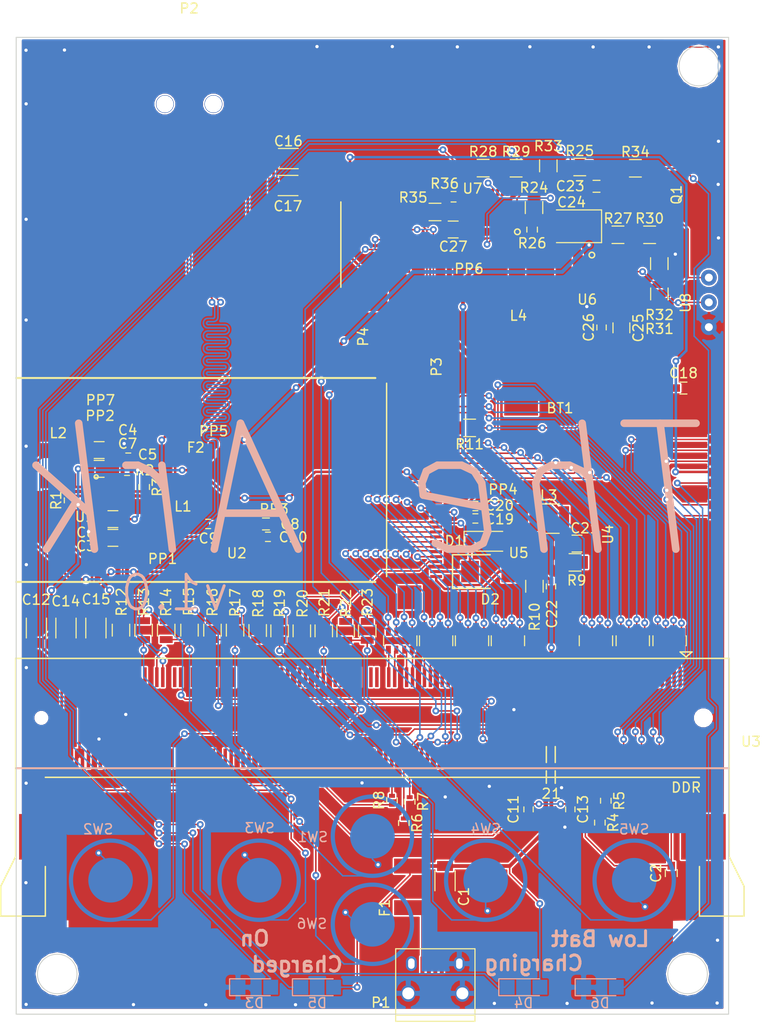
<source format=kicad_pcb>
(kicad_pcb (version 4) (host pcbnew 4.0.4-stable)
  (layers (0 F.Cu signal) (31 B.Cu signal) (34 B.Paste user) (35 F.Paste user) (36 B.SilkS user) (37 F.SilkS user) (38 B.Mask user) (39 F.Mask user) (44 Edge.Cuts user))
  (net 0 "")
  (net 1 GND)
  (net 2 "Net-(BT1-Pad1)")
  (net 3 PWR_IN)
  (net 4 3V3)
  (net 5 1V8)
  (net 6 "Net-(C5-Pad1)")
  (net 7 5V)
  (net 8 CM_VDAC)
  (net 9 "Net-(C10-Pad1)")
  (net 10 24V)
  (net 11 LEDK)
  (net 12 "Net-(C23-Pad1)")
  (net 13 VBAT)
  (net 14 "Net-(D1-Pad2)")
  (net 15 "Net-(D3-Pad2)")
  (net 16 "Net-(D4-Pad1)")
  (net 17 "Net-(D5-Pad1)")
  (net 18 "Net-(D6-Pad2)")
  (net 19 "Net-(F1-Pad2)")
  (net 20 "Net-(L1-Pad1)")
  (net 21 "Net-(L2-Pad1)")
  (net 22 "Net-(L4-Pad2)")
  (net 23 "Net-(P1-Pad2)")
  (net 24 "Net-(P1-Pad3)")
  (net 25 "Net-(P1-Pad4)")
  (net 26 USB_D-)
  (net 27 USB_D+)
  (net 28 "Net-(P3-Pad7)")
  (net 29 "Net-(P3-Pad8)")
  (net 30 "Net-(P3-Pad6)")
  (net 31 "Net-(P3-Pad5)")
  (net 32 "Net-(P3-Pad23)")
  (net 33 "Net-(P3-Pad24)")
  (net 34 "Net-(P3-Pad22)")
  (net 35 "Net-(P3-Pad21)")
  (net 36 "Net-(P3-Pad17)")
  (net 37 "Net-(P3-Pad18)")
  (net 38 "Net-(P3-Pad20)")
  (net 39 "Net-(P3-Pad19)")
  (net 40 "Net-(P3-Pad11)")
  (net 41 "Net-(P3-Pad12)")
  (net 42 "Net-(P3-Pad10)")
  (net 43 "Net-(P3-Pad9)")
  (net 44 "Net-(P3-Pad13)")
  (net 45 "Net-(P3-Pad14)")
  (net 46 "Net-(P3-Pad16)")
  (net 47 "Net-(P3-Pad15)")
  (net 48 "Net-(P3-Pad31)")
  (net 49 "Net-(P3-Pad32)")
  (net 50 "Net-(P3-Pad30)")
  (net 51 "Net-(P3-Pad25)")
  (net 52 "Net-(P3-Pad26)")
  (net 53 "Net-(P3-Pad28)")
  (net 54 "Net-(P3-Pad27)")
  (net 55 "Net-(P3-Pad35)")
  (net 56 "Net-(P3-Pad34)")
  (net 57 "Net-(P3-Pad33)")
  (net 58 "Net-(P3-Pad37)")
  (net 59 "Net-(P3-Pad38)")
  (net 60 "Net-(P3-Pad40)")
  (net 61 "Net-(P3-Pad39)")
  (net 62 "Net-(Q1-Pad1)")
  (net 63 "Net-(Q1-Pad3)")
  (net 64 "Net-(R1-Pad2)")
  (net 65 "Net-(R3-Pad2)")
  (net 66 "Net-(R4-Pad1)")
  (net 67 "Net-(R5-Pad1)")
  (net 68 "Net-(R8-Pad1)")
  (net 69 "Net-(R9-Pad1)")
  (net 70 UP_IN)
  (net 71 UP)
  (net 72 DOWN_IN)
  (net 73 DOWN)
  (net 74 LEFT_IN)
  (net 75 LEFT)
  (net 76 RIGHT_IN)
  (net 77 RIGHT)
  (net 78 A_IN)
  (net 79 A)
  (net 80 B_IN)
  (net 81 B)
  (net 82 "Net-(R24-Pad2)")
  (net 83 "Net-(R27-Pad2)")
  (net 84 "Net-(R28-Pad2)")
  (net 85 "Net-(R29-Pad2)")
  (net 86 "Net-(R31-Pad2)")
  (net 87 "Net-(R33-Pad1)")
  (net 88 "Net-(R35-Pad1)")
  (net 89 "Net-(R36-Pad1)")
  (net 90 R1)
  (net 91 R0)
  (net 92 R2)
  (net 93 R3)
  (net 94 R5)
  (net 95 R4)
  (net 96 R6)
  (net 97 R7)
  (net 98 G1)
  (net 99 G0)
  (net 100 G2)
  (net 101 G3)
  (net 102 G5)
  (net 103 G4)
  (net 104 G6)
  (net 105 G7)
  (net 106 B1)
  (net 107 B0)
  (net 108 B2)
  (net 109 B3)
  (net 110 B5)
  (net 111 B4)
  (net 112 B6)
  (net 113 B7)
  (net 114 DE)
  (net 115 ODCK)
  (net 116 VSYNC)
  (net 117 HSYNC)
  (net 118 "Net-(U1-Pad5)")
  (net 119 "Net-(U1-Pad11)")
  (net 120 "Net-(U3-Pad93)")
  (net 121 "Net-(U3-Pad95)")
  (net 122 "Net-(U3-Pad99)")
  (net 123 "Net-(U3-Pad101)")
  (net 124 "Net-(U3-Pad105)")
  (net 125 "Net-(U3-Pad107)")
  (net 126 "Net-(U3-Pad111)")
  (net 127 "Net-(U3-Pad113)")
  (net 128 "Net-(U3-Pad117)")
  (net 129 "Net-(U3-Pad119)")
  (net 130 "Net-(U3-Pad123)")
  (net 131 "Net-(U3-Pad125)")
  (net 132 "Net-(U3-Pad129)")
  (net 133 "Net-(U3-Pad131)")
  (net 134 "Net-(U3-Pad135)")
  (net 135 "Net-(U3-Pad137)")
  (net 136 "Net-(U3-Pad141)")
  (net 137 "Net-(U3-Pad143)")
  (net 138 "Net-(U3-Pad147)")
  (net 139 "Net-(U3-Pad149)")
  (net 140 "Net-(U3-Pad153)")
  (net 141 "Net-(U3-Pad155)")
  (net 142 "Net-(U3-Pad159)")
  (net 143 "Net-(U3-Pad161)")
  (net 144 "Net-(U3-Pad171)")
  (net 145 "Net-(U3-Pad173)")
  (net 146 "Net-(U3-Pad175)")
  (net 147 "Net-(U3-Pad177)")
  (net 148 "Net-(U3-Pad179)")
  (net 149 SDX_CLK)
  (net 150 SDX_CMD)
  (net 151 SDX_D0)
  (net 152 SDX_D1)
  (net 153 SDX_D2)
  (net 154 SDX_D3)
  (net 155 "Net-(U3-Pad34)")
  (net 156 "Net-(U3-Pad90)")
  (net 157 "Net-(U3-Pad94)")
  (net 158 "Net-(U3-Pad96)")
  (net 159 "Net-(U3-Pad100)")
  (net 160 "Net-(U3-Pad102)")
  (net 161 "Net-(U3-Pad106)")
  (net 162 "Net-(U3-Pad108)")
  (net 163 "Net-(U3-Pad112)")
  (net 164 "Net-(U3-Pad114)")
  (net 165 "Net-(U3-Pad118)")
  (net 166 "Net-(U3-Pad120)")
  (net 167 "Net-(U3-Pad124)")
  (net 168 "Net-(U3-Pad126)")
  (net 169 "Net-(U3-Pad128)")
  (net 170 "Net-(U3-Pad130)")
  (net 171 "Net-(U3-Pad132)")
  (net 172 "Net-(U3-Pad136)")
  (net 173 "Net-(U3-Pad138)")
  (net 174 "Net-(U3-Pad142)")
  (net 175 "Net-(U3-Pad144)")
  (net 176 "Net-(U3-Pad148)")
  (net 177 "Net-(U3-Pad150)")
  (net 178 "Net-(U3-Pad154)")
  (net 179 "Net-(U3-Pad156)")
  (net 180 "Net-(U3-Pad158)")
  (net 181 "Net-(U3-Pad160)")
  (net 182 "Net-(U3-Pad162)")
  (net 183 "Net-(U3-Pad166)")
  (net 184 "Net-(U3-Pad168)")
  (net 185 "Net-(U3-Pad172)")
  (net 186 "Net-(U3-Pad174)")
  (net 187 "Net-(U3-Pad176)")
  (net 188 "Net-(U3-Pad178)")
  (net 189 "Net-(U3-Pad180)")
  (net 190 "Net-(U4-Pad10)")
  (net 191 "Net-(U4-Pad9)")
  (net 192 "Net-(U6-Pad2)")
  (net 193 EN_PWR)
  (net 194 "Net-(U7-Pad6)")
  (net 195 SCL)
  (net 196 SDA)
  (net 197 INT)
  (net 198 RESET)
  (net 199 "Net-(U3-Pad36)")
  (net 200 "Net-(U3-Pad58)")
  (net 201 "Net-(U3-Pad60)")
  (net 202 "Net-(U3-Pad64)")
  (net 203 "Net-(U3-Pad72)")
  (net 204 "Net-(P5-Pad1)")
  (net 205 "Net-(P6-Pad1)")
  (net 206 "Net-(P7-Pad1)")
  (module Pi-Library:spdt_switch_MHSS1105 (layer F.Cu) (at 173.6471 95.23984 90)
    (fp_text reference U8 (at -0.04826 -2.35204 90) (layer F.SilkS))
    (fp_text value SPDT_switch)
    (pad 2 thru_hole circle (at 0 0 90) (size 1.6 1.6) (drill 0.8) (layers *.Cu *.Mask) (net 193 EN_PWR))
    (pad 1 thru_hole circle (at -2.5 0 90) (size 1.6 1.6) (drill 0.8) (layers *.Cu *.Mask) (net 1 GND))
    (pad 3 thru_hole circle (at 2.5 0 90) (size 1.6 1.6) (drill 0.8) (layers *.Cu *.Mask) (net 13 VBAT))
  )
  (module Pi-Library:MCP73871 (layer F.Cu) (at 152.32888 86.1187 180)
    (fp_text reference U7 (at 2.5273 2.35966 180) (layer F.SilkS))
    (fp_text value MCP73871)
    (pad 18 smd rect (at 0 -1.965 180) (size 0.3 0.7) (layers F.Cu F.Paste F.Mask) (net 3 PWR_IN))
    (pad 17 smd rect (at 0.5 -1.965 180) (size 0.3 0.7) (layers F.Cu F.Paste F.Mask) (net 3 PWR_IN))
    (pad 16 smd rect (at 1 -1.965 180) (size 0.3 0.7) (layers F.Cu F.Paste F.Mask) (net 2 "Net-(BT1-Pad1)"))
    (pad 19 smd rect (at -0.5 -1.965 180) (size 0.3 0.7) (layers F.Cu F.Paste F.Mask) (net 3 PWR_IN))
    (pad 20 smd rect (at -1 -1.965 180) (size 0.3 0.7) (layers F.Cu F.Paste F.Mask) (net 13 VBAT))
    (pad 3 smd rect (at -1.965 0 180) (size 0.7 0.3) (layers F.Cu F.Paste F.Mask) (net 3 PWR_IN))
    (pad 4 smd rect (at -1.965 0.5 180) (size 0.7 0.3) (layers F.Cu F.Paste F.Mask) (net 3 PWR_IN))
    (pad 5 smd rect (at -1.965 1 180) (size 0.7 0.3) (layers F.Cu F.Paste F.Mask) (net 87 "Net-(R33-Pad1)"))
    (pad 2 smd rect (at -1.965 -0.5 180) (size 0.7 0.3) (layers F.Cu F.Paste F.Mask) (net 82 "Net-(R24-Pad2)"))
    (pad 1 smd rect (at -1.965 -1 180) (size 0.7 0.3) (layers F.Cu F.Paste F.Mask) (net 13 VBAT))
    (pad 15 smd rect (at 1.965 -1 180) (size 0.7 0.3) (layers F.Cu F.Paste F.Mask) (net 2 "Net-(BT1-Pad1)"))
    (pad 14 smd rect (at 1.965 -0.5 180) (size 0.7 0.3) (layers F.Cu F.Paste F.Mask) (net 2 "Net-(BT1-Pad1)"))
    (pad 13 smd rect (at 1.965 0 180) (size 0.7 0.3) (layers F.Cu F.Paste F.Mask) (net 88 "Net-(R35-Pad1)"))
    (pad 12 smd rect (at 1.965 0.5 180) (size 0.7 0.3) (layers F.Cu F.Paste F.Mask) (net 89 "Net-(R36-Pad1)"))
    (pad 11 smd rect (at 1.965 1 180) (size 0.7 0.3) (layers F.Cu F.Paste F.Mask) (net 1 GND))
    (pad 6 smd rect (at -1 1.965 180) (size 0.3 0.7) (layers F.Cu F.Paste F.Mask) (net 194 "Net-(U7-Pad6)"))
    (pad 7 smd rect (at -0.5 1.965 180) (size 0.3 0.7) (layers F.Cu F.Paste F.Mask) (net 85 "Net-(R29-Pad2)"))
    (pad 8 smd rect (at 0 1.965 180) (size 0.3 0.7) (layers F.Cu F.Paste F.Mask) (net 84 "Net-(R28-Pad2)"))
    (pad 9 smd rect (at 0.5 1.965 180) (size 0.3 0.7) (layers F.Cu F.Paste F.Mask) (net 3 PWR_IN))
    (pad 10 smd rect (at 1 1.965 180) (size 0.3 0.7) (layers F.Cu F.Paste F.Mask) (net 1 GND))
    (pad 21 smd rect (at 0 0 180) (size 2.5 2.5) (layers F.Cu F.Paste F.Mask) (net 1 GND))
  )
  (module Pi-Library:TPS61090RSAR (layer F.Cu) (at 163.84524 92.46362)
    (fp_text reference U6 (at -2.47142 2.48666) (layer F.SilkS))
    (fp_text value TPS61090RSAR)
    (pad 15 smd rect (at -0.325 -1.975) (size 0.35 0.85) (layers F.Cu F.Paste F.Mask) (net 12 "Net-(C23-Pad1)"))
    (pad 14 smd rect (at 0.325 -1.975) (size 0.35 0.85) (layers F.Cu F.Paste F.Mask) (net 83 "Net-(R27-Pad2)"))
    (pad 13 smd rect (at 0.975 -1.975) (size 0.35 0.85) (layers F.Cu F.Paste F.Mask) (net 1 GND))
    (pad 16 smd rect (at -0.975 -1.975) (size 0.35 0.85) (layers F.Cu F.Paste F.Mask) (net 12 "Net-(C23-Pad1)"))
    (pad 5 smd rect (at -0.975 1.975) (size 0.35 0.85) (layers F.Cu F.Paste F.Mask) (net 1 GND))
    (pad 6 smd rect (at -0.325 1.975) (size 0.35 0.85) (layers F.Cu F.Paste F.Mask) (net 1 GND))
    (pad 7 smd rect (at 0.325 1.975) (size 0.35 0.85) (layers F.Cu F.Paste F.Mask) (net 1 GND))
    (pad 8 smd rect (at 0.975 1.975) (size 0.35 0.85) (layers F.Cu F.Paste F.Mask) (net 13 VBAT))
    (pad 1 smd rect (at -1.975 -0.975) (size 0.85 0.35) (layers F.Cu F.Paste F.Mask) (net 12 "Net-(C23-Pad1)"))
    (pad 2 smd rect (at -1.975 -0.325) (size 0.85 0.35) (layers F.Cu F.Paste F.Mask) (net 192 "Net-(U6-Pad2)"))
    (pad 3 smd rect (at -1.975 0.325) (size 0.85 0.35) (layers F.Cu F.Paste F.Mask) (net 22 "Net-(L4-Pad2)"))
    (pad 4 smd rect (at -1.975 0.975) (size 0.85 0.35) (layers F.Cu F.Paste F.Mask) (net 22 "Net-(L4-Pad2)"))
    (pad 12 smd rect (at 1.975 -0.975) (size 0.85 0.35) (layers F.Cu F.Paste F.Mask) (net 62 "Net-(Q1-Pad1)"))
    (pad 11 smd rect (at 1.975 -0.325) (size 0.85 0.35) (layers F.Cu F.Paste F.Mask) (net 193 EN_PWR))
    (pad 10 smd rect (at 1.975 0.325) (size 0.85 0.35) (layers F.Cu F.Paste F.Mask) (net 1 GND))
    (pad 9 smd rect (at 1.975 0.975) (size 0.85 0.35) (layers F.Cu F.Paste F.Mask) (net 86 "Net-(R31-Pad2)"))
    (pad 17 smd rect (at 0 0) (size 2.7 2.7) (layers F.Cu F.Paste F.Mask) (net 1 GND))
  )
  (module Pi-Library:FAN5333BSX (layer F.Cu) (at 157.22346 120.523)
    (fp_text reference U5 (at -2.7686 -0.00762) (layer F.SilkS))
    (fp_text value FAN5333BSX)
    (pad 3 smd rect (at -1.175 0.95) (size 0.45 0.35) (layers F.Cu F.Paste F.Mask) (net 11 LEDK))
    (pad 1 smd rect (at -1.175 -0.95) (size 0.45 0.35) (layers F.Cu F.Paste F.Mask) (net 14 "Net-(D1-Pad2)"))
    (pad 5 smd rect (at 1.175 -0.95) (size 0.45 0.35) (layers F.Cu F.Paste F.Mask) (net 7 5V))
    (pad 2 smd rect (at -1.175 0) (size 0.45 0.35) (layers F.Cu F.Paste F.Mask) (net 1 GND))
    (pad 4 smd rect (at 1.175 0.95) (size 0.45 0.35) (layers F.Cu F.Paste F.Mask) (net 69 "Net-(R9-Pad1)"))
  )
  (module Pi-Library:uSD_1040310811 (layer F.Cu) (at 174.18878 112.16854 90)
    (fp_text reference U4 (at -6.48248 -10.7093 90) (layer F.SilkS))
    (fp_text value 1040310811)
    (pad 1 smd rect (at 3.105 0 90) (size 0.85 1.1) (layers F.Cu F.Paste F.Mask) (net 153 SDX_D2))
    (pad 2 smd rect (at 2.005 0 90) (size 0.85 1.1) (layers F.Cu F.Paste F.Mask) (net 154 SDX_D3))
    (pad 3 smd rect (at 0.905 0 90) (size 0.85 1.1) (layers F.Cu F.Paste F.Mask) (net 150 SDX_CMD))
    (pad 4 smd rect (at -0.195 0 90) (size 0.85 1.1) (layers F.Cu F.Paste F.Mask) (net 4 3V3))
    (pad 5 smd rect (at -1.295 0 90) (size 0.85 1.1) (layers F.Cu F.Paste F.Mask) (net 149 SDX_CLK))
    (pad 6 smd rect (at -2.395 0 90) (size 0.85 1.1) (layers F.Cu F.Paste F.Mask) (net 1 GND))
    (pad 7 smd rect (at -3.495 0 90) (size 0.85 1.1) (layers F.Cu F.Paste F.Mask) (net 151 SDX_D0))
    (pad 8 smd rect (at -4.595 0 90) (size 0.75 1.1) (drill (offset 0.05 0)) (layers F.Cu F.Paste F.Mask) (net 152 SDX_D1))
    (pad 11 smd rect (at -5.755 0 90) (size 1.17 1.8) (drill (offset 0 -0.35)) (layers F.Cu F.Paste F.Mask) (net 1 GND))
    (pad 14 smd rect (at 5.565 0 90) (size 1.55 1.35) (drill (offset 0 -0.125)) (layers F.Cu F.Paste F.Mask) (net 1 GND))
    (pad 12 smd rect (at -3.73 -10.825 90) (size 1.9 1.35) (layers F.Cu F.Paste F.Mask) (net 1 GND))
    (pad 13 smd rect (at 2.24 -10.825 90) (size 1.9 1.35) (layers F.Cu F.Paste F.Mask) (net 1 GND))
    (pad 10 smd rect (at 5.74 -6.15 90) (size 1.2 1) (layers F.Cu F.Paste F.Mask) (net 190 "Net-(U4-Pad10)"))
    (pad 9 smd rect (at 5.74 -9.85 90) (size 1.2 1) (layers F.Cu F.Paste F.Mask) (net 191 "Net-(U4-Pad9)"))
  )
  (module Pi-Library:Socket_SODIMM_DDR2 (layer F.Cu) (at 139.7 137.16 180)
    (fp_text reference U3 (at -38.2 -2.4 180) (layer F.SilkS))
    (fp_text value DDR2_SODIMM_CM_3_Lite)
    (fp_text user DDR (at -31.65602 -7.02818 180) (layer F.SilkS))
    (fp_text user 1 (at -18.55 -7.65 180) (layer F.SilkS))
    (fp_text user 2 (at -17.55 -7.65 180) (layer F.SilkS))
    (pad "" np_thru_hole circle (at -33.4 0 180) (size 1.6 1.6) (drill 1.6) (layers *.Cu *.Mask))
    (pad "" np_thru_hole circle (at 33.4 0 180) (size 1.1 1.1) (drill 1.1) (layers *.Cu *.Mask))
    (pad "" smd rect (at 33.4 -12 180) (size 4.5 4.6) (layers F.Cu F.Paste F.Mask))
    (pad "" smd rect (at -33.4 -12 180) (size 4.5 4.6) (layers F.Cu F.Paste F.Mask))
    (pad 1 smd rect (at -31.65 4.1 180) (size 0.35 2) (layers F.Cu F.Paste F.Mask) (net 1 GND))
    (pad 3 smd rect (at -31.05 4.1 180) (size 0.35 2) (layers F.Cu F.Paste F.Mask) (net 115 ODCK))
    (pad 5 smd rect (at -30.45 4.1 180) (size 0.35 2) (layers F.Cu F.Paste F.Mask) (net 114 DE))
    (pad 7 smd rect (at -29.85 4.1 180) (size 0.35 2) (layers F.Cu F.Paste F.Mask) (net 1 GND))
    (pad 9 smd rect (at -29.25 4.1 180) (size 0.35 2) (layers F.Cu F.Paste F.Mask) (net 116 VSYNC))
    (pad 11 smd rect (at -28.65 4.1 180) (size 0.35 2) (layers F.Cu F.Paste F.Mask) (net 117 HSYNC))
    (pad 13 smd rect (at -28.05 4.1 180) (size 0.35 2) (layers F.Cu F.Paste F.Mask) (net 1 GND))
    (pad 15 smd rect (at -27.45 4.1 180) (size 0.35 2) (layers F.Cu F.Paste F.Mask) (net 107 B0))
    (pad 17 smd rect (at -26.85 4.1 180) (size 0.35 2) (layers F.Cu F.Paste F.Mask) (net 106 B1))
    (pad 19 smd rect (at -26.25 4.1 180) (size 0.35 2) (layers F.Cu F.Paste F.Mask) (net 1 GND))
    (pad 21 smd rect (at -25.65 4.1 180) (size 0.35 2) (layers F.Cu F.Paste F.Mask) (net 108 B2))
    (pad 23 smd rect (at -25.05 4.1 180) (size 0.35 2) (layers F.Cu F.Paste F.Mask) (net 109 B3))
    (pad 25 smd rect (at -24.45 4.1 180) (size 0.35 2) (layers F.Cu F.Paste F.Mask) (net 1 GND))
    (pad 27 smd rect (at -23.85 4.1 180) (size 0.35 2) (layers F.Cu F.Paste F.Mask) (net 111 B4))
    (pad 29 smd rect (at -23.25 4.1 180) (size 0.35 2) (layers F.Cu F.Paste F.Mask) (net 110 B5))
    (pad 31 smd rect (at -22.65 4.1 180) (size 0.35 2) (layers F.Cu F.Paste F.Mask) (net 1 GND))
    (pad 33 smd rect (at -22.05 4.1 180) (size 0.35 2) (layers F.Cu F.Paste F.Mask) (net 112 B6))
    (pad 35 smd rect (at -21.45 4.1 180) (size 0.35 2) (layers F.Cu F.Paste F.Mask) (net 113 B7))
    (pad 37 smd rect (at -20.85 4.1 180) (size 0.35 2) (layers F.Cu F.Paste F.Mask) (net 1 GND))
    (pad 39 smd rect (at -20.25 4.1 180) (size 0.35 2) (layers F.Cu F.Paste F.Mask) (net 4 3V3))
    (pad 41 smd rect (at -16.05 4.1 180) (size 0.35 2) (layers F.Cu F.Paste F.Mask) (net 4 3V3))
    (pad 43 smd rect (at -15.45 4.1 180) (size 0.35 2) (layers F.Cu F.Paste F.Mask) (net 1 GND))
    (pad 45 smd rect (at -14.85 4.1 180) (size 0.35 2) (layers F.Cu F.Paste F.Mask) (net 99 G0))
    (pad 47 smd rect (at -14.25 4.1 180) (size 0.35 2) (layers F.Cu F.Paste F.Mask) (net 98 G1))
    (pad 49 smd rect (at -13.65 4.1 180) (size 0.35 2) (layers F.Cu F.Paste F.Mask) (net 1 GND))
    (pad 51 smd rect (at -13.05 4.1 180) (size 0.35 2) (layers F.Cu F.Paste F.Mask) (net 100 G2))
    (pad 53 smd rect (at -12.45 4.1 180) (size 0.35 2) (layers F.Cu F.Paste F.Mask) (net 101 G3))
    (pad 55 smd rect (at -11.85 4.1 180) (size 0.35 2) (layers F.Cu F.Paste F.Mask) (net 1 GND))
    (pad 57 smd rect (at -11.25 4.1 180) (size 0.35 2) (layers F.Cu F.Paste F.Mask) (net 103 G4))
    (pad 59 smd rect (at -10.65 4.1 180) (size 0.35 2) (layers F.Cu F.Paste F.Mask) (net 102 G5))
    (pad 61 smd rect (at -10.05 4.1 180) (size 0.35 2) (layers F.Cu F.Paste F.Mask) (net 1 GND))
    (pad 63 smd rect (at -9.45 4.1 180) (size 0.35 2) (layers F.Cu F.Paste F.Mask) (net 104 G6))
    (pad 65 smd rect (at -8.85 4.1 180) (size 0.35 2) (layers F.Cu F.Paste F.Mask) (net 105 G7))
    (pad 67 smd rect (at -8.25 4.1 180) (size 0.35 2) (layers F.Cu F.Paste F.Mask) (net 1 GND))
    (pad 69 smd rect (at -7.65 4.1 180) (size 0.35 2) (layers F.Cu F.Paste F.Mask) (net 91 R0))
    (pad 71 smd rect (at -7.05 4.1 180) (size 0.35 2) (layers F.Cu F.Paste F.Mask) (net 90 R1))
    (pad 73 smd rect (at -6.45 4.1 180) (size 0.35 2) (layers F.Cu F.Paste F.Mask) (net 1 GND))
    (pad 75 smd rect (at -5.85 4.1 180) (size 0.35 2) (layers F.Cu F.Paste F.Mask) (net 92 R2))
    (pad 77 smd rect (at -5.25 4.1 180) (size 0.35 2) (layers F.Cu F.Paste F.Mask) (net 93 R3))
    (pad 79 smd rect (at -4.65 4.1 180) (size 0.35 2) (layers F.Cu F.Paste F.Mask) (net 1 GND))
    (pad 81 smd rect (at -4.05 4.1 180) (size 0.35 2) (layers F.Cu F.Paste F.Mask) (net 95 R4))
    (pad 83 smd rect (at -3.45 4.1 180) (size 0.35 2) (layers F.Cu F.Paste F.Mask) (net 94 R5))
    (pad 85 smd rect (at -2.85 4.1 180) (size 0.35 2) (layers F.Cu F.Paste F.Mask) (net 1 GND))
    (pad 87 smd rect (at -2.25 4.1 180) (size 0.35 2) (layers F.Cu F.Paste F.Mask) (net 96 R6))
    (pad 89 smd rect (at -1.65 4.1 180) (size 0.35 2) (layers F.Cu F.Paste F.Mask) (net 97 R7))
    (pad 91 smd rect (at -1.05 4.1 180) (size 0.35 2) (layers F.Cu F.Paste F.Mask) (net 1 GND))
    (pad 93 smd rect (at -0.45 4.1 180) (size 0.35 2) (layers F.Cu F.Paste F.Mask) (net 120 "Net-(U3-Pad93)"))
    (pad 95 smd rect (at 0.15 4.1 180) (size 0.35 2) (layers F.Cu F.Paste F.Mask) (net 121 "Net-(U3-Pad95)"))
    (pad 97 smd rect (at 0.75 4.1 180) (size 0.35 2) (layers F.Cu F.Paste F.Mask) (net 1 GND))
    (pad 99 smd rect (at 1.35 4.1 180) (size 0.35 2) (layers F.Cu F.Paste F.Mask) (net 122 "Net-(U3-Pad99)"))
    (pad 101 smd rect (at 1.95 4.1 180) (size 0.35 2) (layers F.Cu F.Paste F.Mask) (net 123 "Net-(U3-Pad101)"))
    (pad 103 smd rect (at 2.55 4.1 180) (size 0.35 2) (layers F.Cu F.Paste F.Mask) (net 1 GND))
    (pad 105 smd rect (at 3.15 4.1 180) (size 0.35 2) (layers F.Cu F.Paste F.Mask) (net 124 "Net-(U3-Pad105)"))
    (pad 107 smd rect (at 3.75 4.1 180) (size 0.35 2) (layers F.Cu F.Paste F.Mask) (net 125 "Net-(U3-Pad107)"))
    (pad 109 smd rect (at 4.35 4.1 180) (size 0.35 2) (layers F.Cu F.Paste F.Mask) (net 1 GND))
    (pad 111 smd rect (at 4.95 4.1 180) (size 0.35 2) (layers F.Cu F.Paste F.Mask) (net 126 "Net-(U3-Pad111)"))
    (pad 113 smd rect (at 5.55 4.1 180) (size 0.35 2) (layers F.Cu F.Paste F.Mask) (net 127 "Net-(U3-Pad113)"))
    (pad 115 smd rect (at 6.15 4.1 180) (size 0.35 2) (layers F.Cu F.Paste F.Mask) (net 1 GND))
    (pad 117 smd rect (at 6.75 4.1 180) (size 0.35 2) (layers F.Cu F.Paste F.Mask) (net 128 "Net-(U3-Pad117)"))
    (pad 119 smd rect (at 7.35 4.1 180) (size 0.35 2) (layers F.Cu F.Paste F.Mask) (net 129 "Net-(U3-Pad119)"))
    (pad 121 smd rect (at 7.95 4.1 180) (size 0.35 2) (layers F.Cu F.Paste F.Mask) (net 1 GND))
    (pad 123 smd rect (at 8.55 4.1 180) (size 0.35 2) (layers F.Cu F.Paste F.Mask) (net 130 "Net-(U3-Pad123)"))
    (pad 125 smd rect (at 9.15 4.1 180) (size 0.35 2) (layers F.Cu F.Paste F.Mask) (net 131 "Net-(U3-Pad125)"))
    (pad 127 smd rect (at 9.75 4.1 180) (size 0.35 2) (layers F.Cu F.Paste F.Mask) (net 1 GND))
    (pad 129 smd rect (at 10.35 4.1 180) (size 0.35 2) (layers F.Cu F.Paste F.Mask) (net 132 "Net-(U3-Pad129)"))
    (pad 131 smd rect (at 10.95 4.1 180) (size 0.35 2) (layers F.Cu F.Paste F.Mask) (net 133 "Net-(U3-Pad131)"))
    (pad 133 smd rect (at 11.55 4.1 180) (size 0.35 2) (layers F.Cu F.Paste F.Mask) (net 1 GND))
    (pad 135 smd rect (at 12.15 4.1 180) (size 0.35 2) (layers F.Cu F.Paste F.Mask) (net 134 "Net-(U3-Pad135)"))
    (pad 137 smd rect (at 12.75 4.1 180) (size 0.35 2) (layers F.Cu F.Paste F.Mask) (net 135 "Net-(U3-Pad137)"))
    (pad 139 smd rect (at 13.35 4.1 180) (size 0.35 2) (layers F.Cu F.Paste F.Mask) (net 1 GND))
    (pad 141 smd rect (at 13.95 4.1 180) (size 0.35 2) (layers F.Cu F.Paste F.Mask) (net 136 "Net-(U3-Pad141)"))
    (pad 143 smd rect (at 14.55 4.1 180) (size 0.35 2) (layers F.Cu F.Paste F.Mask) (net 137 "Net-(U3-Pad143)"))
    (pad 145 smd rect (at 15.15 4.1 180) (size 0.35 2) (layers F.Cu F.Paste F.Mask) (net 1 GND))
    (pad 147 smd rect (at 15.75 4.1 180) (size 0.35 2) (layers F.Cu F.Paste F.Mask) (net 138 "Net-(U3-Pad147)"))
    (pad 149 smd rect (at 16.35 4.1 180) (size 0.35 2) (layers F.Cu F.Paste F.Mask) (net 139 "Net-(U3-Pad149)"))
    (pad 151 smd rect (at 16.95 4.1 180) (size 0.35 2) (layers F.Cu F.Paste F.Mask) (net 1 GND))
    (pad 153 smd rect (at 17.55 4.1 180) (size 0.35 2) (layers F.Cu F.Paste F.Mask) (net 140 "Net-(U3-Pad153)"))
    (pad 155 smd rect (at 18.15 4.1 180) (size 0.35 2) (layers F.Cu F.Paste F.Mask) (net 141 "Net-(U3-Pad155)"))
    (pad 157 smd rect (at 18.75 4.1 180) (size 0.35 2) (layers F.Cu F.Paste F.Mask) (net 1 GND))
    (pad 159 smd rect (at 19.35 4.1 180) (size 0.35 2) (layers F.Cu F.Paste F.Mask) (net 142 "Net-(U3-Pad159)"))
    (pad 161 smd rect (at 19.95 4.1 180) (size 0.35 2) (layers F.Cu F.Paste F.Mask) (net 143 "Net-(U3-Pad161)"))
    (pad 163 smd rect (at 20.55 4.1 180) (size 0.35 2) (layers F.Cu F.Paste F.Mask) (net 1 GND))
    (pad 165 smd rect (at 21.15 4.1 180) (size 0.35 2) (layers F.Cu F.Paste F.Mask) (net 27 USB_D+))
    (pad 167 smd rect (at 21.75 4.1 180) (size 0.35 2) (layers F.Cu F.Paste F.Mask) (net 26 USB_D-))
    (pad 169 smd rect (at 22.35 4.1 180) (size 0.35 2) (layers F.Cu F.Paste F.Mask) (net 1 GND))
    (pad 171 smd rect (at 22.95 4.1 180) (size 0.35 2) (layers F.Cu F.Paste F.Mask) (net 144 "Net-(U3-Pad171)"))
    (pad 173 smd rect (at 23.55 4.1 180) (size 0.35 2) (layers F.Cu F.Paste F.Mask) (net 145 "Net-(U3-Pad173)"))
    (pad 175 smd rect (at 24.15 4.1 180) (size 0.35 2) (layers F.Cu F.Paste F.Mask) (net 146 "Net-(U3-Pad175)"))
    (pad 177 smd rect (at 24.75 4.1 180) (size 0.35 2) (layers F.Cu F.Paste F.Mask) (net 147 "Net-(U3-Pad177)"))
    (pad 179 smd rect (at 25.35 4.1 180) (size 0.35 2) (layers F.Cu F.Paste F.Mask) (net 148 "Net-(U3-Pad179)"))
    (pad 181 smd rect (at 25.95 4.1 180) (size 0.35 2) (layers F.Cu F.Paste F.Mask) (net 1 GND))
    (pad 183 smd rect (at 26.55 4.1 180) (size 0.35 2) (layers F.Cu F.Paste F.Mask) (net 5 1V8))
    (pad 185 smd rect (at 27.15 4.1 180) (size 0.35 2) (layers F.Cu F.Paste F.Mask) (net 5 1V8))
    (pad 187 smd rect (at 27.75 4.1 180) (size 0.35 2) (layers F.Cu F.Paste F.Mask) (net 1 GND))
    (pad 189 smd rect (at 28.35 4.1 180) (size 0.35 2) (layers F.Cu F.Paste F.Mask) (net 8 CM_VDAC))
    (pad 191 smd rect (at 28.95 4.1 180) (size 0.35 2) (layers F.Cu F.Paste F.Mask) (net 4 3V3))
    (pad 193 smd rect (at 29.55 4.1 180) (size 0.35 2) (layers F.Cu F.Paste F.Mask) (net 4 3V3))
    (pad 195 smd rect (at 30.15 4.1 180) (size 0.35 2) (layers F.Cu F.Paste F.Mask) (net 1 GND))
    (pad 197 smd rect (at 30.75 4.1 180) (size 0.35 2) (layers F.Cu F.Paste F.Mask) (net 7 5V))
    (pad 199 smd rect (at 31.35 4.1 180) (size 0.35 2) (layers F.Cu F.Paste F.Mask) (net 7 5V))
    (pad 2 smd rect (at -31.35 -4.1 180) (size 0.35 2) (layers F.Cu F.Paste F.Mask) (net 4 3V3))
    (pad 4 smd rect (at -30.75 -4.1 180) (size 0.35 2) (layers F.Cu F.Paste F.Mask) (net 4 3V3))
    (pad 6 smd rect (at -30.15 -4.1 180) (size 0.35 2) (layers F.Cu F.Paste F.Mask) (net 4 3V3))
    (pad 8 smd rect (at -29.55 -4.1 180) (size 0.35 2) (layers F.Cu F.Paste F.Mask) (net 1 GND))
    (pad 10 smd rect (at -28.95 -4.1 180) (size 0.35 2) (layers F.Cu F.Paste F.Mask) (net 149 SDX_CLK))
    (pad 12 smd rect (at -28.35 -4.1 180) (size 0.35 2) (layers F.Cu F.Paste F.Mask) (net 150 SDX_CMD))
    (pad 14 smd rect (at -27.75 -4.1 180) (size 0.35 2) (layers F.Cu F.Paste F.Mask) (net 1 GND))
    (pad 16 smd rect (at -27.15 -4.1 180) (size 0.35 2) (layers F.Cu F.Paste F.Mask) (net 151 SDX_D0))
    (pad 18 smd rect (at -26.55 -4.1 180) (size 0.35 2) (layers F.Cu F.Paste F.Mask) (net 152 SDX_D1))
    (pad 20 smd rect (at -25.95 -4.1 180) (size 0.35 2) (layers F.Cu F.Paste F.Mask) (net 1 GND))
    (pad 22 smd rect (at -25.35 -4.1 180) (size 0.35 2) (layers F.Cu F.Paste F.Mask) (net 153 SDX_D2))
    (pad 24 smd rect (at -24.75 -4.1 180) (size 0.35 2) (layers F.Cu F.Paste F.Mask) (net 154 SDX_D3))
    (pad 26 smd rect (at -24.15 -4.1 180) (size 0.35 2) (layers F.Cu F.Paste F.Mask) (net 1 GND))
    (pad 28 smd rect (at -23.55 -4.1 180) (size 0.35 2) (layers F.Cu F.Paste F.Mask) (net 67 "Net-(R5-Pad1)"))
    (pad 30 smd rect (at -22.95 -4.1 180) (size 0.35 2) (layers F.Cu F.Paste F.Mask) (net 66 "Net-(R4-Pad1)"))
    (pad 32 smd rect (at -22.35 -4.1 180) (size 0.35 2) (layers F.Cu F.Paste F.Mask) (net 1 GND))
    (pad 34 smd rect (at -21.75 -4.1 180) (size 0.35 2) (layers F.Cu F.Paste F.Mask) (net 155 "Net-(U3-Pad34)"))
    (pad 36 smd rect (at -21.15 -4.1 180) (size 0.35 2) (layers F.Cu F.Paste F.Mask) (net 199 "Net-(U3-Pad36)"))
    (pad 38 smd rect (at -20.55 -4.1 180) (size 0.35 2) (layers F.Cu F.Paste F.Mask) (net 1 GND))
    (pad 40 smd rect (at -19.95 -4.1 180) (size 0.35 2) (layers F.Cu F.Paste F.Mask) (net 4 3V3))
    (pad 42 smd rect (at -15.75 -4.1 180) (size 0.35 2) (layers F.Cu F.Paste F.Mask) (net 4 3V3))
    (pad 44 smd rect (at -15.15 -4.1 180) (size 0.35 2) (layers F.Cu F.Paste F.Mask) (net 1 GND))
    (pad 46 smd rect (at -14.55 -4.1 180) (size 0.35 2) (layers F.Cu F.Paste F.Mask) (net 73 DOWN))
    (pad 48 smd rect (at -13.95 -4.1 180) (size 0.35 2) (layers F.Cu F.Paste F.Mask) (net 77 RIGHT))
    (pad 50 smd rect (at -13.35 -4.1 180) (size 0.35 2) (layers F.Cu F.Paste F.Mask) (net 1 GND))
    (pad 52 smd rect (at -12.75 -4.1 180) (size 0.35 2) (layers F.Cu F.Paste F.Mask) (net 75 LEFT))
    (pad 54 smd rect (at -12.15 -4.1 180) (size 0.35 2) (layers F.Cu F.Paste F.Mask) (net 71 UP))
    (pad 56 smd rect (at -11.55 -4.1 180) (size 0.35 2) (layers F.Cu F.Paste F.Mask) (net 1 GND))
    (pad 58 smd rect (at -10.95 -4.1 180) (size 0.35 2) (layers F.Cu F.Paste F.Mask) (net 200 "Net-(U3-Pad58)"))
    (pad 60 smd rect (at -10.35 -4.1 180) (size 0.35 2) (layers F.Cu F.Paste F.Mask) (net 201 "Net-(U3-Pad60)"))
    (pad 62 smd rect (at -9.75 -4.1 180) (size 0.35 2) (layers F.Cu F.Paste F.Mask) (net 1 GND))
    (pad 64 smd rect (at -9.15 -4.1 180) (size 0.35 2) (layers F.Cu F.Paste F.Mask) (net 202 "Net-(U3-Pad64)"))
    (pad 66 smd rect (at -8.55 -4.1 180) (size 0.35 2) (layers F.Cu F.Paste F.Mask) (net 79 A))
    (pad 68 smd rect (at -7.95 -4.1 180) (size 0.35 2) (layers F.Cu F.Paste F.Mask) (net 1 GND))
    (pad 70 smd rect (at -7.35 -4.1 180) (size 0.35 2) (layers F.Cu F.Paste F.Mask) (net 81 B))
    (pad 72 smd rect (at -6.75 -4.1 180) (size 0.35 2) (layers F.Cu F.Paste F.Mask) (net 203 "Net-(U3-Pad72)"))
    (pad 74 smd rect (at -6.15 -4.1 180) (size 0.35 2) (layers F.Cu F.Paste F.Mask) (net 1 GND))
    (pad 76 smd rect (at -5.55 -4.1 180) (size 0.35 2) (layers F.Cu F.Paste F.Mask) (net 197 INT))
    (pad 78 smd rect (at -4.95 -4.1 180) (size 0.35 2) (layers F.Cu F.Paste F.Mask) (net 198 RESET))
    (pad 80 smd rect (at -4.35 -4.1 180) (size 0.35 2) (layers F.Cu F.Paste F.Mask) (net 1 GND))
    (pad 82 smd rect (at -3.75 -4.1 180) (size 0.35 2) (layers F.Cu F.Paste F.Mask) (net 196 SDA))
    (pad 84 smd rect (at -3.15 -4.1 180) (size 0.35 2) (layers F.Cu F.Paste F.Mask) (net 195 SCL))
    (pad 86 smd rect (at -2.55 -4.1 180) (size 0.35 2) (layers F.Cu F.Paste F.Mask) (net 1 GND))
    (pad 88 smd rect (at -1.95 -4.1 180) (size 0.35 2) (layers F.Cu F.Paste F.Mask) (net 68 "Net-(R8-Pad1)"))
    (pad 90 smd rect (at -1.35 -4.1 180) (size 0.35 2) (layers F.Cu F.Paste F.Mask) (net 156 "Net-(U3-Pad90)"))
    (pad 92 smd rect (at -0.75 -4.1 180) (size 0.35 2) (layers F.Cu F.Paste F.Mask) (net 1 GND))
    (pad 94 smd rect (at -0.15 -4.1 180) (size 0.35 2) (layers F.Cu F.Paste F.Mask) (net 157 "Net-(U3-Pad94)"))
    (pad 96 smd rect (at 0.45 -4.1 180) (size 0.35 2) (layers F.Cu F.Paste F.Mask) (net 158 "Net-(U3-Pad96)"))
    (pad 98 smd rect (at 1.05 -4.1 180) (size 0.35 2) (layers F.Cu F.Paste F.Mask) (net 1 GND))
    (pad 100 smd rect (at 1.65 -4.1 180) (size 0.35 2) (layers F.Cu F.Paste F.Mask) (net 159 "Net-(U3-Pad100)"))
    (pad 102 smd rect (at 2.25 -4.1 180) (size 0.35 2) (layers F.Cu F.Paste F.Mask) (net 160 "Net-(U3-Pad102)"))
    (pad 104 smd rect (at 2.85 -4.1 180) (size 0.35 2) (layers F.Cu F.Paste F.Mask) (net 1 GND))
    (pad 106 smd rect (at 3.45 -4.1 180) (size 0.35 2) (layers F.Cu F.Paste F.Mask) (net 161 "Net-(U3-Pad106)"))
    (pad 108 smd rect (at 4.05 -4.1 180) (size 0.35 2) (layers F.Cu F.Paste F.Mask) (net 162 "Net-(U3-Pad108)"))
    (pad 110 smd rect (at 4.65 -4.1 180) (size 0.35 2) (layers F.Cu F.Paste F.Mask) (net 1 GND))
    (pad 112 smd rect (at 5.25 -4.1 180) (size 0.35 2) (layers F.Cu F.Paste F.Mask) (net 163 "Net-(U3-Pad112)"))
    (pad 114 smd rect (at 5.85 -4.1 180) (size 0.35 2) (layers F.Cu F.Paste F.Mask) (net 164 "Net-(U3-Pad114)"))
    (pad 116 smd rect (at 6.45 -4.1 180) (size 0.35 2) (layers F.Cu F.Paste F.Mask) (net 1 GND))
    (pad 118 smd rect (at 7.05 -4.1 180) (size 0.35 2) (layers F.Cu F.Paste F.Mask) (net 165 "Net-(U3-Pad118)"))
    (pad 120 smd rect (at 7.65 -4.1 180) (size 0.35 2) (layers F.Cu F.Paste F.Mask) (net 166 "Net-(U3-Pad120)"))
    (pad 122 smd rect (at 8.25 -4.1 180) (size 0.35 2) (layers F.Cu F.Paste F.Mask) (net 1 GND))
    (pad 124 smd rect (at 8.85 -4.1 180) (size 0.35 2) (layers F.Cu F.Paste F.Mask) (net 167 "Net-(U3-Pad124)"))
    (pad 126 smd rect (at 9.45 -4.1 180) (size 0.35 2) (layers F.Cu F.Paste F.Mask) (net 168 "Net-(U3-Pad126)"))
    (pad 128 smd rect (at 10.05 -4.1 180) (size 0.35 2) (layers F.Cu F.Paste F.Mask) (net 169 "Net-(U3-Pad128)"))
    (pad 130 smd rect (at 10.65 -4.1 180) (size 0.35 2) (layers F.Cu F.Paste F.Mask) (net 170 "Net-(U3-Pad130)"))
    (pad 132 smd rect (at 11.25 -4.1 180) (size 0.35 2) (layers F.Cu F.Paste F.Mask) (net 171 "Net-(U3-Pad132)"))
    (pad 134 smd rect (at 11.85 -4.1 180) (size 0.35 2) (layers F.Cu F.Paste F.Mask) (net 1 GND))
    (pad 136 smd rect (at 12.45 -4.1 180) (size 0.35 2) (layers F.Cu F.Paste F.Mask) (net 172 "Net-(U3-Pad136)"))
    (pad 138 smd rect (at 13.05 -4.1 180) (size 0.35 2) (layers F.Cu F.Paste F.Mask) (net 173 "Net-(U3-Pad138)"))
    (pad 140 smd rect (at 13.65 -4.1 180) (size 0.35 2) (layers F.Cu F.Paste F.Mask) (net 1 GND))
    (pad 142 smd rect (at 14.25 -4.1 180) (size 0.35 2) (layers F.Cu F.Paste F.Mask) (net 174 "Net-(U3-Pad142)"))
    (pad 144 smd rect (at 14.85 -4.1 180) (size 0.35 2) (layers F.Cu F.Paste F.Mask) (net 175 "Net-(U3-Pad144)"))
    (pad 146 smd rect (at 15.45 -4.1 180) (size 0.35 2) (layers F.Cu F.Paste F.Mask) (net 1 GND))
    (pad 148 smd rect (at 16.05 -4.1 180) (size 0.35 2) (layers F.Cu F.Paste F.Mask) (net 176 "Net-(U3-Pad148)"))
    (pad 150 smd rect (at 16.65 -4.1 180) (size 0.35 2) (layers F.Cu F.Paste F.Mask) (net 177 "Net-(U3-Pad150)"))
    (pad 152 smd rect (at 17.25 -4.1 180) (size 0.35 2) (layers F.Cu F.Paste F.Mask) (net 1 GND))
    (pad 154 smd rect (at 17.85 -4.1 180) (size 0.35 2) (layers F.Cu F.Paste F.Mask) (net 178 "Net-(U3-Pad154)"))
    (pad 156 smd rect (at 18.45 -4.1 180) (size 0.35 2) (layers F.Cu F.Paste F.Mask) (net 179 "Net-(U3-Pad156)"))
    (pad 158 smd rect (at 19.05 -4.1 180) (size 0.35 2) (layers F.Cu F.Paste F.Mask) (net 180 "Net-(U3-Pad158)"))
    (pad 160 smd rect (at 19.65 -4.1 180) (size 0.35 2) (layers F.Cu F.Paste F.Mask) (net 181 "Net-(U3-Pad160)"))
    (pad 162 smd rect (at 20.25 -4.1 180) (size 0.35 2) (layers F.Cu F.Paste F.Mask) (net 182 "Net-(U3-Pad162)"))
    (pad 164 smd rect (at 20.85 -4.1 180) (size 0.35 2) (layers F.Cu F.Paste F.Mask) (net 1 GND))
    (pad 166 smd rect (at 21.45 -4.1 180) (size 0.35 2) (layers F.Cu F.Paste F.Mask) (net 183 "Net-(U3-Pad166)"))
    (pad 168 smd rect (at 22.05 -4.1 180) (size 0.35 2) (layers F.Cu F.Paste F.Mask) (net 184 "Net-(U3-Pad168)"))
    (pad 170 smd rect (at 22.65 -4.1 180) (size 0.35 2) (layers F.Cu F.Paste F.Mask) (net 1 GND))
    (pad 172 smd rect (at 23.25 -4.1 180) (size 0.35 2) (layers F.Cu F.Paste F.Mask) (net 185 "Net-(U3-Pad172)"))
    (pad 174 smd rect (at 23.85 -4.1 180) (size 0.35 2) (layers F.Cu F.Paste F.Mask) (net 186 "Net-(U3-Pad174)"))
    (pad 176 smd rect (at 24.45 -4.1 180) (size 0.35 2) (layers F.Cu F.Paste F.Mask) (net 187 "Net-(U3-Pad176)"))
    (pad 178 smd rect (at 25.05 -4.1 180) (size 0.35 2) (layers F.Cu F.Paste F.Mask) (net 188 "Net-(U3-Pad178)"))
    (pad 180 smd rect (at 25.65 -4.1 180) (size 0.35 2) (layers F.Cu F.Paste F.Mask) (net 189 "Net-(U3-Pad180)"))
    (pad 182 smd rect (at 26.25 -4.1 180) (size 0.35 2) (layers F.Cu F.Paste F.Mask) (net 1 GND))
    (pad 184 smd rect (at 26.85 -4.1 180) (size 0.35 2) (layers F.Cu F.Paste F.Mask) (net 5 1V8))
    (pad 186 smd rect (at 27.45 -4.1 180) (size 0.35 2) (layers F.Cu F.Paste F.Mask) (net 5 1V8))
    (pad 188 smd rect (at 28.05 -4.1 180) (size 0.35 2) (layers F.Cu F.Paste F.Mask) (net 1 GND))
    (pad 190 smd rect (at 28.65 -4.1 180) (size 0.35 2) (layers F.Cu F.Paste F.Mask) (net 8 CM_VDAC))
    (pad 192 smd rect (at 29.25 -4.1 180) (size 0.35 2) (layers F.Cu F.Paste F.Mask) (net 4 3V3))
    (pad 194 smd rect (at 29.85 -4.1 180) (size 0.35 2) (layers F.Cu F.Paste F.Mask) (net 4 3V3))
    (pad 196 smd rect (at 30.45 -4.1 180) (size 0.35 2) (layers F.Cu F.Paste F.Mask) (net 1 GND))
    (pad 198 smd rect (at 31.05 -4.1 180) (size 0.35 2) (layers F.Cu F.Paste F.Mask) (net 7 5V))
    (pad 200 smd rect (at 31.65 -4.1 180) (size 0.35 2) (layers F.Cu F.Paste F.Mask) (net 7 5V))
  )
  (module Pi-Library:AP7115-25SEG-7 (layer F.Cu) (at 126.01448 118.24716)
    (fp_text reference U2 (at 0 2.3) (layer F.SilkS))
    (fp_text value AP7115-25SEG)
    (pad 2 smd rect (at -0.8875 0) (size 0.45 0.3) (layers F.Cu F.Paste F.Mask) (net 1 GND))
    (pad 3 smd rect (at -0.8875 0.65) (size 0.45 0.3) (layers F.Cu F.Paste F.Mask) (net 4 3V3))
    (pad 1 smd rect (at -0.8875 -0.65) (size 0.45 0.3) (layers F.Cu F.Paste F.Mask) (net 4 3V3))
    (pad 5 smd rect (at 0.8875 -0.65) (size 0.45 0.3) (layers F.Cu F.Paste F.Mask) (net 8 CM_VDAC))
    (pad 4 smd rect (at 0.8875 0.65) (size 0.45 0.3) (layers F.Cu F.Paste F.Mask) (net 9 "Net-(C10-Pad1)"))
  )
  (module Pi-Library:PAM2306AYPKE (layer F.Cu) (at 112.82934 114.5413)
    (fp_text reference U1 (at -2.1463 2.32664) (layer F.SilkS))
    (fp_text value PAM2306AYPKE)
    (pad 13 smd rect (at 0 0) (size 1.7 2.5) (layers F.Cu F.Paste F.Mask) (net 1 GND))
    (pad 1 smd rect (at -1.7 -1.125) (size 1 0.25) (layers F.Cu F.Paste F.Mask) (net 7 5V))
    (pad 2 smd rect (at -1.7 -0.675) (size 1 0.25) (layers F.Cu F.Paste F.Mask) (net 21 "Net-(L2-Pad1)"))
    (pad 3 smd rect (at -1.7 -0.225) (size 1 0.25) (layers F.Cu F.Paste F.Mask) (net 1 GND))
    (pad 4 smd rect (at -1.7 0.225) (size 1 0.25) (layers F.Cu F.Paste F.Mask) (net 64 "Net-(R1-Pad2)"))
    (pad 5 smd rect (at -1.7 0.675) (size 1 0.25) (layers F.Cu F.Paste F.Mask) (net 118 "Net-(U1-Pad5)"))
    (pad 6 smd rect (at -1.7 1.125) (size 1 0.25) (layers F.Cu F.Paste F.Mask) (net 7 5V))
    (pad 7 smd rect (at 1.7 1.125) (size 1 0.25) (layers F.Cu F.Paste F.Mask) (net 7 5V))
    (pad 8 smd rect (at 1.7 0.675) (size 1 0.25) (layers F.Cu F.Paste F.Mask) (net 20 "Net-(L1-Pad1)"))
    (pad 9 smd rect (at 1.7 0.225) (size 1 0.25) (layers F.Cu F.Paste F.Mask) (net 1 GND))
    (pad 10 smd rect (at 1.7 -0.225) (size 1 0.25) (layers F.Cu F.Paste F.Mask) (net 65 "Net-(R3-Pad2)"))
    (pad 11 smd rect (at 1.7 -0.675) (size 1 0.25) (layers F.Cu F.Paste F.Mask) (net 119 "Net-(U1-Pad11)"))
    (pad 12 smd rect (at 1.7 -1.125) (size 1 0.25) (layers F.Cu F.Paste F.Mask) (net 6 "Net-(C5-Pad1)"))
  )
  (module Resistors_SMD:R_Array_Convex_4x0603 (layer F.Cu) (at 169.68724 129.37998 270)
    (fp_text reference RP7 hide)
    (fp_text value "33 R_PACK4")
    (pad 1 smd rect (at -0.9 -1.2 270) (size 0.8 0.5) (layers F.Cu F.Paste F.Mask) (net 50 "Net-(P3-Pad30)"))
    (pad 3 smd rect (at -0.9 0.4 270) (size 0.8 0.4) (layers F.Cu F.Paste F.Mask) (net 57 "Net-(P3-Pad33)"))
    (pad 2 smd rect (at -0.9 -0.4 270) (size 0.8 0.4) (layers F.Cu F.Paste F.Mask) (net 56 "Net-(P3-Pad34)"))
    (pad 4 smd rect (at -0.9 1.2 270) (size 0.8 0.5) (layers F.Cu F.Paste F.Mask) (net 49 "Net-(P3-Pad32)"))
    (pad 7 smd rect (at 0.9 -0.4 270) (size 0.8 0.4) (layers F.Cu F.Paste F.Mask) (net 114 DE))
    (pad 8 smd rect (at 0.9 -1.2 270) (size 0.8 0.5) (layers F.Cu F.Paste F.Mask) (net 115 ODCK))
    (pad 6 smd rect (at 0.9 0.4 270) (size 0.8 0.4) (layers F.Cu F.Paste F.Mask) (net 116 VSYNC))
    (pad 5 smd rect (at 0.9 1.2 270) (size 0.8 0.5) (layers F.Cu F.Paste F.Mask) (net 117 HSYNC))
  )
  (module Resistors_SMD:R_Array_Convex_4x0603 (layer F.Cu) (at 162.2552 129.37998 270)
    (fp_text reference RP6 hide)
    (fp_text value "33 R_PACK4")
    (pad 1 smd rect (at -0.9 -1.2 270) (size 0.8 0.5) (layers F.Cu F.Paste F.Mask) (net 51 "Net-(P3-Pad25)"))
    (pad 3 smd rect (at -0.9 0.4 270) (size 0.8 0.4) (layers F.Cu F.Paste F.Mask) (net 54 "Net-(P3-Pad27)"))
    (pad 2 smd rect (at -0.9 -0.4 270) (size 0.8 0.4) (layers F.Cu F.Paste F.Mask) (net 52 "Net-(P3-Pad26)"))
    (pad 4 smd rect (at -0.9 1.2 270) (size 0.8 0.5) (layers F.Cu F.Paste F.Mask) (net 53 "Net-(P3-Pad28)"))
    (pad 7 smd rect (at 0.9 -0.4 270) (size 0.8 0.4) (layers F.Cu F.Paste F.Mask) (net 110 B5))
    (pad 8 smd rect (at 0.9 -1.2 270) (size 0.8 0.5) (layers F.Cu F.Paste F.Mask) (net 111 B4))
    (pad 6 smd rect (at 0.9 0.4 270) (size 0.8 0.4) (layers F.Cu F.Paste F.Mask) (net 112 B6))
    (pad 5 smd rect (at 0.9 1.2 270) (size 0.8 0.5) (layers F.Cu F.Paste F.Mask) (net 113 B7))
  )
  (module Resistors_SMD:R_Array_Convex_4x0603 (layer F.Cu) (at 165.97264 129.37998 270)
    (fp_text reference RP5 hide)
    (fp_text value "33 R_PACK4")
    (pad 1 smd rect (at -0.9 -1.2 270) (size 0.8 0.5) (layers F.Cu F.Paste F.Mask) (net 35 "Net-(P3-Pad21)"))
    (pad 3 smd rect (at -0.9 0.4 270) (size 0.8 0.4) (layers F.Cu F.Paste F.Mask) (net 32 "Net-(P3-Pad23)"))
    (pad 2 smd rect (at -0.9 -0.4 270) (size 0.8 0.4) (layers F.Cu F.Paste F.Mask) (net 34 "Net-(P3-Pad22)"))
    (pad 4 smd rect (at -0.9 1.2 270) (size 0.8 0.5) (layers F.Cu F.Paste F.Mask) (net 33 "Net-(P3-Pad24)"))
    (pad 7 smd rect (at 0.9 -0.4 270) (size 0.8 0.4) (layers F.Cu F.Paste F.Mask) (net 106 B1))
    (pad 8 smd rect (at 0.9 -1.2 270) (size 0.8 0.5) (layers F.Cu F.Paste F.Mask) (net 107 B0))
    (pad 6 smd rect (at 0.9 0.4 270) (size 0.8 0.4) (layers F.Cu F.Paste F.Mask) (net 108 B2))
    (pad 5 smd rect (at 0.9 1.2 270) (size 0.8 0.5) (layers F.Cu F.Paste F.Mask) (net 109 B3))
  )
  (module Resistors_SMD:R_Array_Convex_4x0603 (layer F.Cu) (at 149.75078 129.37998 270)
    (fp_text reference RP4 hide)
    (fp_text value "33 R_PACK4")
    (pad 1 smd rect (at -0.9 -1.2 270) (size 0.8 0.5) (layers F.Cu F.Paste F.Mask) (net 36 "Net-(P3-Pad17)"))
    (pad 3 smd rect (at -0.9 0.4 270) (size 0.8 0.4) (layers F.Cu F.Paste F.Mask) (net 39 "Net-(P3-Pad19)"))
    (pad 2 smd rect (at -0.9 -0.4 270) (size 0.8 0.4) (layers F.Cu F.Paste F.Mask) (net 37 "Net-(P3-Pad18)"))
    (pad 4 smd rect (at -0.9 1.2 270) (size 0.8 0.5) (layers F.Cu F.Paste F.Mask) (net 38 "Net-(P3-Pad20)"))
    (pad 7 smd rect (at 0.9 -0.4 270) (size 0.8 0.4) (layers F.Cu F.Paste F.Mask) (net 102 G5))
    (pad 8 smd rect (at 0.9 -1.2 270) (size 0.8 0.5) (layers F.Cu F.Paste F.Mask) (net 103 G4))
    (pad 6 smd rect (at 0.9 0.4 270) (size 0.8 0.4) (layers F.Cu F.Paste F.Mask) (net 104 G6))
    (pad 5 smd rect (at 0.9 1.2 270) (size 0.8 0.5) (layers F.Cu F.Paste F.Mask) (net 105 G7))
  )
  (module Resistors_SMD:R_Array_Convex_4x0603 (layer F.Cu) (at 153.37282 129.37998 270)
    (fp_text reference RP3 hide)
    (fp_text value "33 R_PACK4")
    (pad 1 smd rect (at -0.9 -1.2 270) (size 0.8 0.5) (layers F.Cu F.Paste F.Mask) (net 44 "Net-(P3-Pad13)"))
    (pad 3 smd rect (at -0.9 0.4 270) (size 0.8 0.4) (layers F.Cu F.Paste F.Mask) (net 47 "Net-(P3-Pad15)"))
    (pad 2 smd rect (at -0.9 -0.4 270) (size 0.8 0.4) (layers F.Cu F.Paste F.Mask) (net 45 "Net-(P3-Pad14)"))
    (pad 4 smd rect (at -0.9 1.2 270) (size 0.8 0.5) (layers F.Cu F.Paste F.Mask) (net 46 "Net-(P3-Pad16)"))
    (pad 7 smd rect (at 0.9 -0.4 270) (size 0.8 0.4) (layers F.Cu F.Paste F.Mask) (net 98 G1))
    (pad 8 smd rect (at 0.9 -1.2 270) (size 0.8 0.5) (layers F.Cu F.Paste F.Mask) (net 99 G0))
    (pad 6 smd rect (at 0.9 0.4 270) (size 0.8 0.4) (layers F.Cu F.Paste F.Mask) (net 100 G2))
    (pad 5 smd rect (at 0.9 1.2 270) (size 0.8 0.5) (layers F.Cu F.Paste F.Mask) (net 101 G3))
  )
  (module Resistors_SMD:R_Array_Convex_4x0603 (layer F.Cu) (at 142.51178 129.37998 270)
    (fp_text reference RP2 hide)
    (fp_text value "33 R_PACK4")
    (pad 1 smd rect (at -0.9 -1.2 270) (size 0.8 0.5) (layers F.Cu F.Paste F.Mask) (net 43 "Net-(P3-Pad9)"))
    (pad 3 smd rect (at -0.9 0.4 270) (size 0.8 0.4) (layers F.Cu F.Paste F.Mask) (net 40 "Net-(P3-Pad11)"))
    (pad 2 smd rect (at -0.9 -0.4 270) (size 0.8 0.4) (layers F.Cu F.Paste F.Mask) (net 42 "Net-(P3-Pad10)"))
    (pad 4 smd rect (at -0.9 1.2 270) (size 0.8 0.5) (layers F.Cu F.Paste F.Mask) (net 41 "Net-(P3-Pad12)"))
    (pad 7 smd rect (at 0.9 -0.4 270) (size 0.8 0.4) (layers F.Cu F.Paste F.Mask) (net 94 R5))
    (pad 8 smd rect (at 0.9 -1.2 270) (size 0.8 0.5) (layers F.Cu F.Paste F.Mask) (net 95 R4))
    (pad 6 smd rect (at 0.9 0.4 270) (size 0.8 0.4) (layers F.Cu F.Paste F.Mask) (net 96 R6))
    (pad 5 smd rect (at 0.9 1.2 270) (size 0.8 0.5) (layers F.Cu F.Paste F.Mask) (net 97 R7))
  )
  (module Resistors_SMD:R_Array_Convex_4x0603 (layer F.Cu) (at 146.13128 129.37998 270)
    (fp_text reference RP1 hide)
    (fp_text value "33 R_PACK4")
    (pad 1 smd rect (at -0.9 -1.2 270) (size 0.8 0.5) (layers F.Cu F.Paste F.Mask) (net 31 "Net-(P3-Pad5)"))
    (pad 3 smd rect (at -0.9 0.4 270) (size 0.8 0.4) (layers F.Cu F.Paste F.Mask) (net 28 "Net-(P3-Pad7)"))
    (pad 2 smd rect (at -0.9 -0.4 270) (size 0.8 0.4) (layers F.Cu F.Paste F.Mask) (net 30 "Net-(P3-Pad6)"))
    (pad 4 smd rect (at -0.9 1.2 270) (size 0.8 0.5) (layers F.Cu F.Paste F.Mask) (net 29 "Net-(P3-Pad8)"))
    (pad 7 smd rect (at 0.9 -0.4 270) (size 0.8 0.4) (layers F.Cu F.Paste F.Mask) (net 90 R1))
    (pad 8 smd rect (at 0.9 -1.2 270) (size 0.8 0.5) (layers F.Cu F.Paste F.Mask) (net 91 R0))
    (pad 6 smd rect (at 0.9 0.4 270) (size 0.8 0.4) (layers F.Cu F.Paste F.Mask) (net 92 R2))
    (pad 5 smd rect (at 0.9 1.2 270) (size 0.8 0.5) (layers F.Cu F.Paste F.Mask) (net 93 R3))
  )
  (module Resistors_SMD:R_0402 (layer F.Cu) (at 147.88896 84.57946 180)
    (fp_text reference R36 (at 0.89916 1.32588 180) (layer F.SilkS))
    (fp_text value 100k)
    (pad 1 smd rect (at -0.45 0 180) (size 0.4 0.6) (layers F.Cu F.Paste F.Mask) (net 89 "Net-(R36-Pad1)"))
    (pad 2 smd rect (at 0.45 0 180) (size 0.4 0.6) (layers F.Cu F.Paste F.Mask) (net 1 GND))
  )
  (module Resistors_SMD:R_0805 (layer F.Cu) (at 146.01698 86.1187 180)
    (fp_text reference R35 (at 2.20472 1.46304 180) (layer F.SilkS))
    (fp_text value 1k)
    (pad 1 smd rect (at -0.95 0 180) (size 0.7 1.3) (layers F.Cu F.Paste F.Mask) (net 88 "Net-(R35-Pad1)"))
    (pad 2 smd rect (at 0.95 0 180) (size 0.7 1.3) (layers F.Cu F.Paste F.Mask) (net 1 GND))
  )
  (module Resistors_SMD:R_0805 (layer F.Cu) (at 166.23538 81.7118)
    (fp_text reference R34 (at 0 -1.65) (layer F.SilkS))
    (fp_text value 1k)
    (pad 1 smd rect (at -0.95 0) (size 0.7 1.3) (layers F.Cu F.Paste F.Mask) (net 63 "Net-(Q1-Pad3)"))
    (pad 2 smd rect (at 0.95 0) (size 0.7 1.3) (layers F.Cu F.Paste F.Mask) (net 18 "Net-(D6-Pad2)"))
  )
  (module Resistors_SMD:R_0805 (layer F.Cu) (at 157.44952 81.46542 90)
    (fp_text reference R33 (at 1.98882 0 180) (layer F.SilkS))
    (fp_text value 15k)
    (pad 1 smd rect (at -0.95 0 90) (size 0.7 1.3) (layers F.Cu F.Paste F.Mask) (net 87 "Net-(R33-Pad1)"))
    (pad 2 smd rect (at 0.95 0 90) (size 0.7 1.3) (layers F.Cu F.Paste F.Mask) (net 1 GND))
  )
  (module Resistors_SMD:R_0805 (layer F.Cu) (at 168.64838 91.32824 90)
    (fp_text reference R32 (at -5.17906 0.01524 180) (layer F.SilkS))
    (fp_text value 340k)
    (pad 1 smd rect (at -0.95 0 90) (size 0.7 1.3) (layers F.Cu F.Paste F.Mask) (net 86 "Net-(R31-Pad2)"))
    (pad 2 smd rect (at 0.95 0 90) (size 0.7 1.3) (layers F.Cu F.Paste F.Mask) (net 1 GND))
  )
  (module Resistors_SMD:R_0805 (layer F.Cu) (at 168.656 94.38894 90)
    (fp_text reference R31 (at -3.52806 0.00254 180) (layer F.SilkS))
    (fp_text value 1.87M)
    (pad 1 smd rect (at -0.95 0 90) (size 0.7 1.3) (layers F.Cu F.Paste F.Mask) (net 13 VBAT))
    (pad 2 smd rect (at 0.95 0 90) (size 0.7 1.3) (layers F.Cu F.Paste F.Mask) (net 86 "Net-(R31-Pad2)"))
  )
  (module Resistors_SMD:R_0805 (layer F.Cu) (at 167.67302 88.42248)
    (fp_text reference R30 (at 0 -1.65) (layer F.SilkS))
    (fp_text value 200k)
    (pad 1 smd rect (at -0.95 0) (size 0.7 1.3) (layers F.Cu F.Paste F.Mask) (net 83 "Net-(R27-Pad2)"))
    (pad 2 smd rect (at 0.95 0) (size 0.7 1.3) (layers F.Cu F.Paste F.Mask) (net 1 GND))
  )
  (module Resistors_SMD:R_0805 (layer F.Cu) (at 154.20086 81.70672 180)
    (fp_text reference R29 (at 0 1.67132 180) (layer F.SilkS))
    (fp_text value 1k)
    (pad 1 smd rect (at -0.95 0 180) (size 0.7 1.3) (layers F.Cu F.Paste F.Mask) (net 17 "Net-(D5-Pad1)"))
    (pad 2 smd rect (at 0.95 0 180) (size 0.7 1.3) (layers F.Cu F.Paste F.Mask) (net 85 "Net-(R29-Pad2)"))
  )
  (module Resistors_SMD:R_0805 (layer F.Cu) (at 150.87346 81.69402)
    (fp_text reference R28 (at 0 -1.65) (layer F.SilkS))
    (fp_text value 1k)
    (pad 1 smd rect (at -0.95 0) (size 0.7 1.3) (layers F.Cu F.Paste F.Mask) (net 16 "Net-(D4-Pad1)"))
    (pad 2 smd rect (at 0.95 0) (size 0.7 1.3) (layers F.Cu F.Paste F.Mask) (net 84 "Net-(R28-Pad2)"))
  )
  (module Resistors_SMD:R_0805 (layer F.Cu) (at 164.4777 88.41994)
    (fp_text reference R27 (at 0 -1.65) (layer F.SilkS))
    (fp_text value 1.87M)
    (pad 1 smd rect (at -0.95 0) (size 0.7 1.3) (layers F.Cu F.Paste F.Mask) (net 12 "Net-(C23-Pad1)"))
    (pad 2 smd rect (at 0.95 0) (size 0.7 1.3) (layers F.Cu F.Paste F.Mask) (net 83 "Net-(R27-Pad2)"))
  )
  (module Resistors_SMD:R_0402 (layer F.Cu) (at 155.8163 87.8967 270)
    (fp_text reference R26 (at 1.3716 -0.00508 360) (layer F.SilkS))
    (fp_text value 100k)
    (pad 1 smd rect (at -0.45 0 270) (size 0.4 0.6) (layers F.Cu F.Paste F.Mask) (net 82 "Net-(R24-Pad2)"))
    (pad 2 smd rect (at 0.45 0 270) (size 0.4 0.6) (layers F.Cu F.Paste F.Mask) (net 1 GND))
  )
  (module Resistors_SMD:R_0805 (layer F.Cu) (at 160.62198 81.58226 180)
    (fp_text reference R25 (at 0 1.62306 180) (layer F.SilkS))
    (fp_text value 1k)
    (pad 1 smd rect (at -0.95 0 180) (size 0.7 1.3) (layers F.Cu F.Paste F.Mask) (net 12 "Net-(C23-Pad1)"))
    (pad 2 smd rect (at 0.95 0 180) (size 0.7 1.3) (layers F.Cu F.Paste F.Mask) (net 15 "Net-(D3-Pad2)"))
  )
  (module Resistors_SMD:R_0805 (layer F.Cu) (at 156.00934 85.67928 270)
    (fp_text reference R24 (at -2.01676 0.00762 360) (layer F.SilkS))
    (fp_text value 270k)
    (pad 1 smd rect (at -0.95 0 270) (size 0.7 1.3) (layers F.Cu F.Paste F.Mask) (net 3 PWR_IN))
    (pad 2 smd rect (at 0.95 0 270) (size 0.7 1.3) (layers F.Cu F.Paste F.Mask) (net 82 "Net-(R24-Pad2)"))
  )
  (module Resistors_SMD:R_0805 (layer F.Cu) (at 139.17676 128.38176 90)
    (fp_text reference R23 (at 2.8829 0.03048 90) (layer F.SilkS))
    (fp_text value 1k)
    (pad 1 smd rect (at -0.95 0 90) (size 0.7 1.3) (layers F.Cu F.Paste F.Mask) (net 80 B_IN))
    (pad 2 smd rect (at 0.95 0 90) (size 0.7 1.3) (layers F.Cu F.Paste F.Mask) (net 81 B))
  )
  (module Resistors_SMD:R_0805 (layer F.Cu) (at 137.00252 128.38176 90)
    (fp_text reference R22 (at 2.79908 0.03556 90) (layer F.SilkS))
    (fp_text value 10k)
    (pad 1 smd rect (at -0.95 0 90) (size 0.7 1.3) (layers F.Cu F.Paste F.Mask) (net 80 B_IN))
    (pad 2 smd rect (at 0.95 0 90) (size 0.7 1.3) (layers F.Cu F.Paste F.Mask) (net 4 3V3))
  )
  (module Resistors_SMD:R_0805 (layer F.Cu) (at 134.79272 128.38176 90)
    (fp_text reference R21 (at 2.86258 0.06604 90) (layer F.SilkS))
    (fp_text value 1k)
    (pad 1 smd rect (at -0.95 0 90) (size 0.7 1.3) (layers F.Cu F.Paste F.Mask) (net 78 A_IN))
    (pad 2 smd rect (at 0.95 0 90) (size 0.7 1.3) (layers F.Cu F.Paste F.Mask) (net 79 A))
  )
  (module Resistors_SMD:R_0805 (layer F.Cu) (at 132.58038 128.38176 90)
    (fp_text reference R20 (at 2.76606 0.06096 90) (layer F.SilkS))
    (fp_text value 10k)
    (pad 1 smd rect (at -0.95 0 90) (size 0.7 1.3) (layers F.Cu F.Paste F.Mask) (net 78 A_IN))
    (pad 2 smd rect (at 0.95 0 90) (size 0.7 1.3) (layers F.Cu F.Paste F.Mask) (net 4 3V3))
  )
  (module Resistors_SMD:R_0805 (layer F.Cu) (at 130.33502 128.38176 90)
    (fp_text reference R19 (at 2.79146 0.0127 90) (layer F.SilkS))
    (fp_text value 1k)
    (pad 1 smd rect (at -0.95 0 90) (size 0.7 1.3) (layers F.Cu F.Paste F.Mask) (net 76 RIGHT_IN))
    (pad 2 smd rect (at 0.95 0 90) (size 0.7 1.3) (layers F.Cu F.Paste F.Mask) (net 77 RIGHT))
  )
  (module Resistors_SMD:R_0805 (layer F.Cu) (at 128.12522 128.3462 90)
    (fp_text reference R18 (at 2.73812 0.05588 90) (layer F.SilkS))
    (fp_text value 10k)
    (pad 1 smd rect (at -0.95 0 90) (size 0.7 1.3) (layers F.Cu F.Paste F.Mask) (net 76 RIGHT_IN))
    (pad 2 smd rect (at 0.95 0 90) (size 0.7 1.3) (layers F.Cu F.Paste F.Mask) (net 4 3V3))
  )
  (module Resistors_SMD:R_0805 (layer F.Cu) (at 125.8443 128.31064 90)
    (fp_text reference R17 (at 2.7813 0.0127 90) (layer F.SilkS))
    (fp_text value 1k)
    (pad 1 smd rect (at -0.95 0 90) (size 0.7 1.3) (layers F.Cu F.Paste F.Mask) (net 74 LEFT_IN))
    (pad 2 smd rect (at 0.95 0 90) (size 0.7 1.3) (layers F.Cu F.Paste F.Mask) (net 75 LEFT))
  )
  (module Resistors_SMD:R_0805 (layer F.Cu) (at 123.56338 128.31064 90)
    (fp_text reference R16 (at 2.8194 0 90) (layer F.SilkS))
    (fp_text value 10k)
    (pad 1 smd rect (at -0.95 0 90) (size 0.7 1.3) (layers F.Cu F.Paste F.Mask) (net 74 LEFT_IN))
    (pad 2 smd rect (at 0.95 0 90) (size 0.7 1.3) (layers F.Cu F.Paste F.Mask) (net 4 3V3))
  )
  (module Resistors_SMD:R_0805 (layer F.Cu) (at 121.2469 128.31064 90)
    (fp_text reference R15 (at 2.8829 -0.0635 90) (layer F.SilkS))
    (fp_text value 1k)
    (pad 1 smd rect (at -0.95 0 90) (size 0.7 1.3) (layers F.Cu F.Paste F.Mask) (net 72 DOWN_IN))
    (pad 2 smd rect (at 0.95 0 90) (size 0.7 1.3) (layers F.Cu F.Paste F.Mask) (net 73 DOWN))
  )
  (module Resistors_SMD:R_0805 (layer F.Cu) (at 118.89486 128.31064 90)
    (fp_text reference R14 (at 2.80924 -0.01016 90) (layer F.SilkS))
    (fp_text value 10k)
    (pad 1 smd rect (at -0.95 0 90) (size 0.7 1.3) (layers F.Cu F.Paste F.Mask) (net 72 DOWN_IN))
    (pad 2 smd rect (at 0.95 0 90) (size 0.7 1.3) (layers F.Cu F.Paste F.Mask) (net 4 3V3))
  )
  (module Resistors_SMD:R_0805 (layer F.Cu) (at 116.61394 128.31064 90)
    (fp_text reference R13 (at 2.85242 0.03302 90) (layer F.SilkS))
    (fp_text value 1k)
    (pad 1 smd rect (at -0.95 0 90) (size 0.7 1.3) (layers F.Cu F.Paste F.Mask) (net 70 UP_IN))
    (pad 2 smd rect (at 0.95 0 90) (size 0.7 1.3) (layers F.Cu F.Paste F.Mask) (net 71 UP))
  )
  (module Resistors_SMD:R_0805 (layer F.Cu) (at 114.33302 128.31064 90)
    (fp_text reference R12 (at 2.8448 0.06096 90) (layer F.SilkS))
    (fp_text value 10k)
    (pad 1 smd rect (at -0.95 0 90) (size 0.7 1.3) (layers F.Cu F.Paste F.Mask) (net 70 UP_IN))
    (pad 2 smd rect (at 0.95 0 90) (size 0.7 1.3) (layers F.Cu F.Paste F.Mask) (net 4 3V3))
  )
  (module Resistors_SMD:R_0805 (layer F.Cu) (at 149.50948 107.90428 180)
    (fp_text reference R11 (at 0 -1.65 180) (layer F.SilkS))
    (fp_text value 10k)
    (pad 1 smd rect (at -0.95 0 180) (size 0.7 1.3) (layers F.Cu F.Paste F.Mask) (net 4 3V3))
    (pad 2 smd rect (at 0.95 0 180) (size 0.7 1.3) (layers F.Cu F.Paste F.Mask) (net 48 "Net-(P3-Pad31)"))
  )
  (module Resistors_SMD:R_0805 (layer F.Cu) (at 156.04998 123.88342 90)
    (fp_text reference R10 (at -3.08864 0.02032 90) (layer F.SilkS))
    (fp_text value 12)
    (pad 1 smd rect (at -0.95 0 90) (size 0.7 1.3) (layers F.Cu F.Paste F.Mask) (net 1 GND))
    (pad 2 smd rect (at 0.95 0 90) (size 0.7 1.3) (layers F.Cu F.Paste F.Mask) (net 11 LEDK))
  )
  (module Resistors_SMD:R_0805 (layer F.Cu) (at 160.14446 121.47296)
    (fp_text reference R9 (at 0.16764 1.82118) (layer F.SilkS))
    (fp_text value 10k)
    (pad 1 smd rect (at -0.95 0) (size 0.7 1.3) (layers F.Cu F.Paste F.Mask) (net 69 "Net-(R9-Pad1)"))
    (pad 2 smd rect (at 0.95 0) (size 0.7 1.3) (layers F.Cu F.Paste F.Mask) (net 7 5V))
  )
  (module Resistors_SMD:R_0402 (layer F.Cu) (at 141.67612 145.47596 270)
    (fp_text reference R8 (at 0 1.30302 270) (layer F.SilkS))
    (fp_text value 100k)
    (pad 1 smd rect (at -0.45 0 270) (size 0.4 0.6) (layers F.Cu F.Paste F.Mask) (net 68 "Net-(R8-Pad1)"))
    (pad 2 smd rect (at 0.45 0 270) (size 0.4 0.6) (layers F.Cu F.Paste F.Mask) (net 5 1V8))
  )
  (module Resistors_SMD:R_0402 (layer F.Cu) (at 143.46174 145.61566 270)
    (fp_text reference R7 (at 0 -1.35 270) (layer F.SilkS))
    (fp_text value 100k)
    (pad 1 smd rect (at -0.45 0 270) (size 0.4 0.6) (layers F.Cu F.Paste F.Mask) (net 196 SDA))
    (pad 2 smd rect (at 0.45 0 270) (size 0.4 0.6) (layers F.Cu F.Paste F.Mask) (net 1 GND))
  )
  (module Resistors_SMD:R_0402 (layer F.Cu) (at 142.87246 147.76704 270)
    (fp_text reference R6 (at 0 -1.35 270) (layer F.SilkS))
    (fp_text value 100k)
    (pad 1 smd rect (at -0.45 0 270) (size 0.4 0.6) (layers F.Cu F.Paste F.Mask) (net 195 SCL))
    (pad 2 smd rect (at 0.45 0 270) (size 0.4 0.6) (layers F.Cu F.Paste F.Mask) (net 1 GND))
  )
  (module Resistors_SMD:R_0402 (layer F.Cu) (at 163.25088 145.52168 270)
    (fp_text reference R5 (at 0 -1.35 270) (layer F.SilkS))
    (fp_text value 100k)
    (pad 1 smd rect (at -0.45 0 270) (size 0.4 0.6) (layers F.Cu F.Paste F.Mask) (net 67 "Net-(R5-Pad1)"))
    (pad 2 smd rect (at 0.45 0 270) (size 0.4 0.6) (layers F.Cu F.Paste F.Mask) (net 1 GND))
  )
  (module Resistors_SMD:R_0402 (layer F.Cu) (at 162.65144 147.72894 270)
    (fp_text reference R4 (at 0 -1.35 270) (layer F.SilkS))
    (fp_text value 100k)
    (pad 1 smd rect (at -0.45 0 270) (size 0.4 0.6) (layers F.Cu F.Paste F.Mask) (net 66 "Net-(R4-Pad1)"))
    (pad 2 smd rect (at 0.45 0 270) (size 0.4 0.6) (layers F.Cu F.Paste F.Mask) (net 1 GND))
  )
  (module Resistors_SMD:R_0402 (layer F.Cu) (at 116.6749 113.86566 270)
    (fp_text reference R3 (at 0 -1.35 270) (layer F.SilkS))
    (fp_text value 0R)
    (pad 1 smd rect (at -0.45 0 270) (size 0.4 0.6) (layers F.Cu F.Paste F.Mask) (net 5 1V8))
    (pad 2 smd rect (at 0.45 0 270) (size 0.4 0.6) (layers F.Cu F.Paste F.Mask) (net 65 "Net-(R3-Pad2)"))
  )
  (module Resistors_SMD:R_0402 (layer F.Cu) (at 114.94516 112.17148 180)
    (fp_text reference R2 (at -1.76784 -0.01016 180) (layer F.SilkS))
    (fp_text value 100k)
    (pad 1 smd rect (at -0.45 0 180) (size 0.4 0.6) (layers F.Cu F.Paste F.Mask) (net 7 5V))
    (pad 2 smd rect (at 0.45 0 180) (size 0.4 0.6) (layers F.Cu F.Paste F.Mask) (net 6 "Net-(C5-Pad1)"))
  )
  (module Resistors_SMD:R_0402 (layer F.Cu) (at 109.14634 115.21694 90)
    (fp_text reference R1 (at 0 -1.35 90) (layer F.SilkS))
    (fp_text value 0R)
    (pad 1 smd rect (at -0.45 0 90) (size 0.4 0.6) (layers F.Cu F.Paste F.Mask) (net 4 3V3))
    (pad 2 smd rect (at 0.45 0 90) (size 0.4 0.6) (layers F.Cu F.Paste F.Mask) (net 64 "Net-(R1-Pad2)"))
  )
  (module Pi-Library:MMUN2133LT1G (layer F.Cu) (at 166.48572 84.38646 90)
    (fp_text reference Q1 (at 0 3.9 90) (layer F.SilkS))
    (fp_text value MMUN2133LT1G)
    (pad 1 smd rect (at -0.95 1.2 90) (size 0.8 1) (layers F.Cu F.Paste F.Mask) (net 62 "Net-(Q1-Pad1)"))
    (pad 2 smd rect (at 0.95 1.2 90) (size 0.8 1) (layers F.Cu F.Paste F.Mask) (net 13 VBAT))
    (pad 3 smd rect (at 0 -1.2 90) (size 0.8 1) (layers F.Cu F.Paste F.Mask) (net 63 "Net-(Q1-Pad3)"))
  )
  (module Pi-Library:Test_Point (layer F.Cu) (at 109.84 105.06)
    (fp_text reference PP7 (at 2.42 0.04) (layer F.SilkS))
    (fp_text value Test_Point)
    (pad 1 smd circle (at 0 0) (size 1 1) (layers F.Cu F.Mask) (net 1 GND))
  )
  (module Pi-Library:Test_Point (layer F.Cu) (at 149.44852 90.2462)
    (fp_text reference PP6 (at 0 1.6) (layer F.SilkS))
    (fp_text value Test_Point)
    (pad 1 smd circle (at 0 0) (size 1 1) (layers F.Cu F.Mask) (net 2 "Net-(BT1-Pad1)"))
  )
  (module Pi-Library:Test_Point (layer F.Cu) (at 123.68 109.56)
    (fp_text reference PP5 (at 0 -1.32588) (layer F.SilkS))
    (fp_text value Test_Point)
    (pad 1 smd circle (at 0 0) (size 1 1) (layers F.Cu F.Mask) (net 7 5V))
  )
  (module Pi-Library:Test_Point (layer F.Cu) (at 150.6347 114.20094)
    (fp_text reference PP4 (at 2.24536 -0.08128) (layer F.SilkS))
    (fp_text value Test_Point)
    (pad 1 smd circle (at 0 0) (size 1 1) (layers F.Cu F.Mask) (net 10 24V))
  )
  (module Pi-Library:Test_Point (layer F.Cu) (at 127.58166 116.2685)
    (fp_text reference PP3 (at 2.1971 -0.16002) (layer F.SilkS))
    (fp_text value Test_Point)
    (pad 1 smd circle (at 0 0) (size 1 1) (layers F.Cu F.Mask) (net 8 CM_VDAC))
  )
  (module Pi-Library:Test_Point (layer F.Cu) (at 109.78896 106.60126)
    (fp_text reference PP2 (at 2.43586 0.08128) (layer F.SilkS))
    (fp_text value Test_Point)
    (pad 1 smd circle (at 0 0) (size 1 1) (layers F.Cu F.Mask) (net 5 1V8))
  )
  (module Pi-Library:Test_Point (layer F.Cu) (at 116.3828 121.02846)
    (fp_text reference PP1 (at 2.1463 0.09144) (layer F.SilkS))
    (fp_text value Test_Point)
    (pad 1 smd circle (at 0 0) (size 1 1) (layers F.Cu F.Mask) (net 4 3V3))
  )
  (module Pi-Library:LCD_Molex_Connector (layer F.Cu) (at 146.13408 103.40084 90)
    (fp_text reference P3 (at 1.65352 0.0353 90) (layer F.SilkS))
    (fp_text value 40_Pin_LCD_Out)
    (pad 7 smd rect (at -16.5 0 90) (size 0.3 1.2) (layers F.Cu F.Paste F.Mask) (net 28 "Net-(P3-Pad7)"))
    (pad 8 smd rect (at -16 0 90) (size 0.3 1.2) (layers F.Cu F.Paste F.Mask) (net 29 "Net-(P3-Pad8)"))
    (pad 6 smd rect (at -17 0 90) (size 0.3 1.2) (layers F.Cu F.Paste F.Mask) (net 30 "Net-(P3-Pad6)"))
    (pad 5 smd rect (at -17.5 0 90) (size 0.3 1.2) (layers F.Cu F.Paste F.Mask) (net 31 "Net-(P3-Pad5)"))
    (pad 1 smd rect (at -19.5 0 90) (size 0.3 1.2) (layers F.Cu F.Paste F.Mask) (net 11 LEDK))
    (pad 2 smd rect (at -19 0 90) (size 0.3 1.2) (layers F.Cu F.Paste F.Mask) (net 10 24V))
    (pad 4 smd rect (at -18 0 90) (size 0.3 1.2) (layers F.Cu F.Paste F.Mask) (net 4 3V3))
    (pad 3 smd rect (at -18.5 0 90) (size 0.3 1.2) (layers F.Cu F.Paste F.Mask) (net 1 GND))
    (pad 23 smd rect (at -8.5 0 90) (size 0.3 1.2) (layers F.Cu F.Paste F.Mask) (net 32 "Net-(P3-Pad23)"))
    (pad 24 smd rect (at -8 0 90) (size 0.3 1.2) (layers F.Cu F.Paste F.Mask) (net 33 "Net-(P3-Pad24)"))
    (pad 22 smd rect (at -9 0 90) (size 0.3 1.2) (layers F.Cu F.Paste F.Mask) (net 34 "Net-(P3-Pad22)"))
    (pad 21 smd rect (at -9.5 0 90) (size 0.3 1.2) (layers F.Cu F.Paste F.Mask) (net 35 "Net-(P3-Pad21)"))
    (pad 17 smd rect (at -11.5 0 90) (size 0.3 1.2) (layers F.Cu F.Paste F.Mask) (net 36 "Net-(P3-Pad17)"))
    (pad 18 smd rect (at -11 0 90) (size 0.3 1.2) (layers F.Cu F.Paste F.Mask) (net 37 "Net-(P3-Pad18)"))
    (pad 20 smd rect (at -10 0 90) (size 0.3 1.2) (layers F.Cu F.Paste F.Mask) (net 38 "Net-(P3-Pad20)"))
    (pad 19 smd rect (at -10.5 0 90) (size 0.3 1.2) (layers F.Cu F.Paste F.Mask) (net 39 "Net-(P3-Pad19)"))
    (pad 11 smd rect (at -14.5 0 90) (size 0.3 1.2) (layers F.Cu F.Paste F.Mask) (net 40 "Net-(P3-Pad11)"))
    (pad 12 smd rect (at -14 0 90) (size 0.3 1.2) (layers F.Cu F.Paste F.Mask) (net 41 "Net-(P3-Pad12)"))
    (pad 10 smd rect (at -15 0 90) (size 0.3 1.2) (layers F.Cu F.Paste F.Mask) (net 42 "Net-(P3-Pad10)"))
    (pad 9 smd rect (at -15.5 0 90) (size 0.3 1.2) (layers F.Cu F.Paste F.Mask) (net 43 "Net-(P3-Pad9)"))
    (pad 13 smd rect (at -13.5 0 90) (size 0.3 1.2) (layers F.Cu F.Paste F.Mask) (net 44 "Net-(P3-Pad13)"))
    (pad 14 smd rect (at -13 0 90) (size 0.3 1.2) (layers F.Cu F.Paste F.Mask) (net 45 "Net-(P3-Pad14)"))
    (pad 16 smd rect (at -12 0 90) (size 0.3 1.2) (layers F.Cu F.Paste F.Mask) (net 46 "Net-(P3-Pad16)"))
    (pad 15 smd rect (at -12.5 0 90) (size 0.3 1.2) (layers F.Cu F.Paste F.Mask) (net 47 "Net-(P3-Pad15)"))
    (pad 31 smd rect (at -4.5 0 90) (size 0.3 1.2) (layers F.Cu F.Paste F.Mask) (net 48 "Net-(P3-Pad31)"))
    (pad 32 smd rect (at -4 0 90) (size 0.3 1.2) (layers F.Cu F.Paste F.Mask) (net 49 "Net-(P3-Pad32)"))
    (pad 30 smd rect (at -5 0 90) (size 0.3 1.2) (layers F.Cu F.Paste F.Mask) (net 50 "Net-(P3-Pad30)"))
    (pad 29 smd rect (at -5.5 0 90) (size 0.3 1.2) (layers F.Cu F.Paste F.Mask) (net 1 GND))
    (pad 25 smd rect (at -7.5 0 90) (size 0.3 1.2) (layers F.Cu F.Paste F.Mask) (net 51 "Net-(P3-Pad25)"))
    (pad 26 smd rect (at -7 0 90) (size 0.3 1.2) (layers F.Cu F.Paste F.Mask) (net 52 "Net-(P3-Pad26)"))
    (pad 28 smd rect (at -6 0 90) (size 0.3 1.2) (layers F.Cu F.Paste F.Mask) (net 53 "Net-(P3-Pad28)"))
    (pad 27 smd rect (at -6.5 0 90) (size 0.3 1.2) (layers F.Cu F.Paste F.Mask) (net 54 "Net-(P3-Pad27)"))
    (pad 35 smd rect (at -2.5 0 90) (size 0.3 1.2) (layers F.Cu F.Paste F.Mask) (net 55 "Net-(P3-Pad35)"))
    (pad 36 smd rect (at -2 0 90) (size 0.3 1.2) (layers F.Cu F.Paste F.Mask) (net 1 GND))
    (pad 34 smd rect (at -3 0 90) (size 0.3 1.2) (layers F.Cu F.Paste F.Mask) (net 56 "Net-(P3-Pad34)"))
    (pad 33 smd rect (at -3.5 0 90) (size 0.3 1.2) (layers F.Cu F.Paste F.Mask) (net 57 "Net-(P3-Pad33)"))
    (pad 37 smd rect (at -1.5 0 90) (size 0.3 1.2) (layers F.Cu F.Paste F.Mask) (net 58 "Net-(P3-Pad37)"))
    (pad 38 smd rect (at -1 0 90) (size 0.3 1.2) (layers F.Cu F.Paste F.Mask) (net 59 "Net-(P3-Pad38)"))
    (pad 40 smd rect (at 0 0 90) (size 0.3 1.2) (layers F.Cu F.Paste F.Mask) (net 60 "Net-(P3-Pad40)"))
    (pad 39 smd rect (at -0.5 0 90) (size 0.3 1.2) (layers F.Cu F.Paste F.Mask) (net 61 "Net-(P3-Pad39)"))
    (pad "" smd rect (at -21.6 -2.7 90) (size 2.4 2.4) (layers F.Cu F.Paste F.Mask))
    (pad "" smd rect (at 2.1 -2.7 90) (size 2.4 2.4) (layers F.Cu F.Paste F.Mask))
  )
  (module Pi-Library:USB_Micro-B_10103594-0001LF (layer F.Cu) (at 146.05 163.576)
    (fp_text reference P1 (at -5.49148 2.3114) (layer F.SilkS))
    (fp_text value USB_OTG)
    (pad 1 smd rect (at -1.3 -1.5 90) (size 1.65 0.4) (layers F.Cu F.Paste F.Mask) (net 19 "Net-(F1-Pad2)"))
    (pad 2 smd rect (at -0.65 -1.5 90) (size 1.65 0.4) (layers F.Cu F.Paste F.Mask) (net 23 "Net-(P1-Pad2)"))
    (pad 3 smd rect (at 0 -1.5 90) (size 1.65 0.4) (layers F.Cu F.Paste F.Mask) (net 24 "Net-(P1-Pad3)"))
    (pad 4 smd rect (at 0.65 -1.5 90) (size 1.65 0.4) (layers F.Cu F.Paste F.Mask) (net 25 "Net-(P1-Pad4)"))
    (pad 5 smd rect (at 1.3 -1.5 90) (size 1.65 0.4) (layers F.Cu F.Paste F.Mask) (net 1 GND))
    (pad 6 thru_hole oval (at -2.42 -1.62 90) (size 1.5 1.1) (drill oval 1.05 0.65) (layers *.Cu *.Mask) (net 1 GND))
    (pad 6 thru_hole oval (at 2.42 -1.62 90) (size 1.5 1.1) (drill oval 1.05 0.65) (layers *.Cu *.Mask) (net 1 GND))
    (pad 6 thru_hole oval (at -2.73 1.38 90) (size 1.7 1.4) (drill 1.2) (layers *.Cu *.Mask) (net 1 GND))
    (pad 6 thru_hole oval (at 2.73 1.38 90) (size 1.7 1.4) (drill 1.2) (layers *.Cu *.Mask) (net 1 GND))
    (pad 6 smd rect (at -0.96 1.62 90) (size 2.5 1.43) (layers F.Cu F.Paste F.Mask) (net 1 GND))
    (pad 6 smd rect (at 0.96 1.62 90) (size 2.5 1.43) (layers F.Cu F.Paste F.Mask) (net 1 GND))
  )
  (module Pi-Library:ASPI-0615FS-6R8M-T2 (layer F.Cu) (at 156.6418 92.7862)
    (fp_text reference L4 (at -2.21488 3.79476) (layer F.SilkS))
    (fp_text value 6.8uH)
    (pad 1 smd rect (at -2.35 0) (size 1.6 5.7) (layers F.Cu F.Paste F.Mask) (net 13 VBAT))
    (pad 2 smd rect (at 2.35 0) (size 1.6 5.7) (layers F.Cu F.Paste F.Mask) (net 22 "Net-(L4-Pad2)"))
  )
  (module Capacitors_SMD:C_1210 (layer F.Cu) (at 157.54604 117.05844 180)
    (fp_text reference L3 (at 0.05334 2.34442 180) (layer F.SilkS))
    (fp_text value BRL3225T150K)
    (pad 1 smd rect (at -1.5 0 180) (size 1 2.5) (layers F.Cu F.Paste F.Mask) (net 7 5V))
    (pad 2 smd rect (at 1.5 0 180) (size 1 2.5) (layers F.Cu F.Paste F.Mask) (net 14 "Net-(D1-Pad2)"))
  )
  (module Pi-Library:SRN4018-4R7M (layer F.Cu) (at 108.01604 111.72698 90)
    (fp_text reference L2 (at 3.29692 -0.01524 180) (layer F.SilkS))
    (fp_text value 4.7uH)
    (pad 1 smd rect (at -1.525 0 90) (size 1.5 3.6) (layers F.Cu F.Paste F.Mask) (net 21 "Net-(L2-Pad1)"))
    (pad 2 smd rect (at 1.525 0 90) (size 1.5 3.6) (layers F.Cu F.Paste F.Mask) (net 5 1V8))
  )
  (module Pi-Library:SRN4018-4R7M (layer F.Cu) (at 117.49532 117.37086 270)
    (fp_text reference L1 (at -1.54178 -3.08864 360) (layer F.SilkS))
    (fp_text value 4.7uH)
    (pad 1 smd rect (at -1.525 0 270) (size 1.5 3.6) (layers F.Cu F.Paste F.Mask) (net 20 "Net-(L1-Pad1)"))
    (pad 2 smd rect (at 1.525 0 270) (size 1.5 3.6) (layers F.Cu F.Paste F.Mask) (net 4 3V3))
  )
  (module Pi-Library:MF-MSMF200 (layer F.Cu) (at 124.01 112.18)
    (fp_text reference F2 (at -2.13614 -2.29362) (layer F.SilkS))
    (fp_text value MF-MSMF200)
    (pad 1 smd rect (at -2.1 0) (size 1.5 3.2) (layers F.Cu F.Paste F.Mask) (net 7 5V))
    (pad 2 smd rect (at 2.1 0) (size 1.5 3.2) (layers F.Cu F.Paste F.Mask) (net 12 "Net-(C23-Pad1)"))
  )
  (module Pi-Library:MF-MSMF200 (layer F.Cu) (at 143.49222 154.20848 270)
    (fp_text reference F1 (at 2.12852 2.54508 270) (layer F.SilkS))
    (fp_text value MF-MSMF200)
    (pad 1 smd rect (at -2.1 0 270) (size 1.5 3.2) (layers F.Cu F.Paste F.Mask) (net 3 PWR_IN))
    (pad 2 smd rect (at 2.1 0 270) (size 1.5 3.2) (layers F.Cu F.Paste F.Mask) (net 19 "Net-(F1-Pad2)"))
  )
  (module LEDs:LED_1206 (layer B.Cu) (at 162.6616 164.338)
    (fp_text reference D6 (at 0 1.6) (layer B.SilkS) (effects (justify mirror)))
    (fp_text value Red)
    (pad 2 smd rect (at 1.65 0 180) (size 1.5 1.5) (layers B.Cu B.Paste B.Mask) (net 18 "Net-(D6-Pad2)"))
    (pad 1 smd rect (at -1.65 0 180) (size 1.5 1.5) (layers B.Cu B.Paste B.Mask) (net 1 GND))
  )
  (module LEDs:LED_1206 (layer B.Cu) (at 134.13232 164.338)
    (fp_text reference D5 (at 0 1.6) (layer B.SilkS) (effects (justify mirror)))
    (fp_text value Green)
    (pad 2 smd rect (at 1.65 0 180) (size 1.5 1.5) (layers B.Cu B.Paste B.Mask) (net 3 PWR_IN))
    (pad 1 smd rect (at -1.65 0 180) (size 1.5 1.5) (layers B.Cu B.Paste B.Mask) (net 17 "Net-(D5-Pad1)"))
  )
  (module LEDs:LED_1206 (layer B.Cu) (at 154.9527 164.338)
    (fp_text reference D4 (at 0 1.6) (layer B.SilkS) (effects (justify mirror)))
    (fp_text value Orange)
    (pad 2 smd rect (at 1.65 0 180) (size 1.5 1.5) (layers B.Cu B.Paste B.Mask) (net 3 PWR_IN))
    (pad 1 smd rect (at -1.65 0 180) (size 1.5 1.5) (layers B.Cu B.Paste B.Mask) (net 16 "Net-(D4-Pad1)"))
  )
  (module LEDs:LED_1206 (layer B.Cu) (at 127.78994 164.338)
    (fp_text reference D3 (at 0 1.6) (layer B.SilkS) (effects (justify mirror)))
    (fp_text value Blue)
    (pad 2 smd rect (at 1.65 0 180) (size 1.5 1.5) (layers B.Cu B.Paste B.Mask) (net 15 "Net-(D3-Pad2)"))
    (pad 1 smd rect (at -1.65 0 180) (size 1.5 1.5) (layers B.Cu B.Paste B.Mask) (net 1 GND))
  )
  (module Pi-Library:SMAZ24-TP (layer F.Cu) (at 151.58466 122.40006)
    (fp_text reference D2 (at 0 2.8) (layer F.SilkS))
    (fp_text value SMAZ24-TP)
    (pad 1 smd rect (at -2.032 0) (size 1.778 2.159) (layers F.Cu F.Paste F.Mask) (net 10 24V))
    (pad 2 smd rect (at 2.032 0) (size 1.778 2.159) (layers F.Cu F.Paste F.Mask) (net 11 LEDK))
  )
  (module Diodes_SMD:D_SOD-123 (layer F.Cu) (at 151.19604 119.34444)
    (fp_text reference D1 (at -3.22326 -0.0254) (layer F.SilkS))
    (fp_text value MBR0540)
    (pad 1 smd rect (at -1.65 0) (size 0.9 1.2) (layers F.Cu F.Paste F.Mask) (net 10 24V))
    (pad 2 smd rect (at 1.65 0) (size 0.9 1.2) (layers F.Cu F.Paste F.Mask) (net 14 "Net-(D1-Pad2)"))
  )
  (module Capacitors_SMD:C_0805 (layer F.Cu) (at 147.85086 87.88654 180)
    (fp_text reference C27 (at -0.01016 -1.72212 180) (layer F.SilkS))
    (fp_text value 10uF)
    (pad 1 smd rect (at -1 0 180) (size 1 1.25) (layers F.Cu F.Paste F.Mask) (net 2 "Net-(BT1-Pad1)"))
    (pad 2 smd rect (at 1 0 180) (size 1 1.25) (layers F.Cu F.Paste F.Mask) (net 1 GND))
  )
  (module Capacitors_SMD:C_0402 (layer F.Cu) (at 162.82162 97.76968 270)
    (fp_text reference C26 (at -0.00762 1.2954 270) (layer F.SilkS))
    (fp_text value 100nF)
    (pad 1 smd rect (at -0.55 0 270) (size 0.6 0.5) (layers F.Cu F.Paste F.Mask) (net 13 VBAT))
    (pad 2 smd rect (at 0.55 0 270) (size 0.6 0.5) (layers F.Cu F.Paste F.Mask) (net 1 GND))
  )
  (module Capacitors_SMD:C_0805 (layer F.Cu) (at 164.82568 97.80778 270)
    (fp_text reference C25 (at 0.0127 -1.70688 270) (layer F.SilkS))
    (fp_text value 10uF)
    (pad 1 smd rect (at -1 0 270) (size 1 1.25) (layers F.Cu F.Paste F.Mask) (net 13 VBAT))
    (pad 2 smd rect (at 1 0 270) (size 1 1.25) (layers F.Cu F.Paste F.Mask) (net 1 GND))
  )
  (module Capacitors_Tantalum_SMD:CP_Tantalum_Case-B_EIA-3528-21_Reflow (layer F.Cu) (at 160.02254 87.56142 180)
    (fp_text reference C24 (at 0.23622 2.42316 180) (layer F.SilkS))
    (fp_text value 100uF)
    (pad 1 smd rect (at -1.525 0 180) (size 1.95 2.5) (layers F.Cu F.Paste F.Mask) (net 12 "Net-(C23-Pad1)"))
    (pad 2 smd rect (at 1.525 0 180) (size 1.95 2.5) (layers F.Cu F.Paste F.Mask) (net 1 GND))
  )
  (module Capacitors_SMD:C_0603 (layer F.Cu) (at 162.31362 83.5279)
    (fp_text reference C23 (at -2.65684 -0.0127) (layer F.SilkS))
    (fp_text value 2.2uF)
    (pad 1 smd rect (at -0.75 0) (size 0.8 0.75) (layers F.Cu F.Paste F.Mask) (net 12 "Net-(C23-Pad1)"))
    (pad 2 smd rect (at 0.75 0) (size 0.8 0.75) (layers F.Cu F.Paste F.Mask) (net 1 GND))
  )
  (module Capacitors_SMD:C_0402 (layer F.Cu) (at 157.71876 123.89866 270)
    (fp_text reference C22 (at 2.78892 -0.09906 270) (layer F.SilkS))
    (fp_text value 100nF)
    (pad 1 smd rect (at -0.55 0 270) (size 0.6 0.5) (layers F.Cu F.Paste F.Mask) (net 11 LEDK))
    (pad 2 smd rect (at 0.55 0 270) (size 0.6 0.5) (layers F.Cu F.Paste F.Mask) (net 1 GND))
  )
  (module Capacitors_SMD:C_0805 (layer F.Cu) (at 160.34258 119.57558)
    (fp_text reference C21 (at 0.7874 -1.54686) (layer F.SilkS))
    (fp_text value 10uF)
    (pad 1 smd rect (at -1 0) (size 1 1.25) (layers F.Cu F.Paste F.Mask) (net 7 5V))
    (pad 2 smd rect (at 1 0) (size 1 1.25) (layers F.Cu F.Paste F.Mask) (net 1 GND))
  )
  (module Capacitors_SMD:C_0402 (layer F.Cu) (at 150.09114 115.7859 180)
    (fp_text reference C20 (at -2.4384 0.0381 180) (layer F.SilkS))
    (fp_text value 1uF)
    (pad 1 smd rect (at -0.55 0 180) (size 0.6 0.5) (layers F.Cu F.Paste F.Mask) (net 1 GND))
    (pad 2 smd rect (at 0.55 0 180) (size 0.6 0.5) (layers F.Cu F.Paste F.Mask) (net 10 24V))
  )
  (module Capacitors_SMD:C_0402 (layer F.Cu) (at 150.09114 117.04066 180)
    (fp_text reference C19 (at -2.44856 -0.07874 180) (layer F.SilkS))
    (fp_text value 1uF)
    (pad 1 smd rect (at -0.55 0 180) (size 0.6 0.5) (layers F.Cu F.Paste F.Mask) (net 1 GND))
    (pad 2 smd rect (at 0.55 0 180) (size 0.6 0.5) (layers F.Cu F.Paste F.Mask) (net 10 24V))
  )
  (module Capacitors_SMD:C_0603 (layer F.Cu) (at 171.08678 103.88346)
    (fp_text reference C18 (at 0 -1.5) (layer F.SilkS))
    (fp_text value 4.7uF)
    (pad 1 smd rect (at -0.75 0) (size 0.8 0.75) (layers F.Cu F.Paste F.Mask) (net 4 3V3))
    (pad 2 smd rect (at 0.75 0) (size 0.8 0.75) (layers F.Cu F.Paste F.Mask) (net 1 GND))
  )
  (module Capacitors_SMD:C_1206 (layer F.Cu) (at 131.19 83.45)
    (fp_text reference C17 (at -0.02032 2.08534) (layer F.SilkS))
    (fp_text value 47uF)
    (pad 1 smd rect (at -1.5 0) (size 1 1.6) (layers F.Cu F.Paste F.Mask) (net 7 5V))
    (pad 2 smd rect (at 1.5 0) (size 1 1.6) (layers F.Cu F.Paste F.Mask) (net 1 GND))
  )
  (module Capacitors_SMD:C_1206 (layer F.Cu) (at 131.22 80.73)
    (fp_text reference C16 (at 0 -1.75) (layer F.SilkS))
    (fp_text value 47uF)
    (pad 1 smd rect (at -1.5 0) (size 1 1.6) (layers F.Cu F.Paste F.Mask) (net 7 5V))
    (pad 2 smd rect (at 1.5 0) (size 1 1.6) (layers F.Cu F.Paste F.Mask) (net 1 GND))
  )
  (module Capacitors_SMD:C_1206 (layer F.Cu) (at 111.80318 128.09728 90)
    (fp_text reference C15 (at 2.90322 0.01778 180) (layer F.SilkS))
    (fp_text value 47uF)
    (pad 1 smd rect (at -1.5 0 90) (size 1 1.6) (layers F.Cu F.Paste F.Mask) (net 5 1V8))
    (pad 2 smd rect (at 1.5 0 90) (size 1 1.6) (layers F.Cu F.Paste F.Mask) (net 1 GND))
  )
  (module Capacitors_SMD:C_1206 (layer F.Cu) (at 108.78312 128.09728 90)
    (fp_text reference C14 (at 2.70002 -0.02794 180) (layer F.SilkS))
    (fp_text value 47uF)
    (pad 1 smd rect (at -1.5 0 90) (size 1 1.6) (layers F.Cu F.Paste F.Mask) (net 4 3V3))
    (pad 2 smd rect (at 1.5 0 90) (size 1 1.6) (layers F.Cu F.Paste F.Mask) (net 1 GND))
  )
  (module Capacitors_SMD:C_0402 (layer F.Cu) (at 159.66948 146.38782 270)
    (fp_text reference C13 (at 0 -1.27 270) (layer F.SilkS))
    (fp_text value 1uF)
    (pad 1 smd rect (at -0.55 0 270) (size 0.6 0.5) (layers F.Cu F.Paste F.Mask) (net 4 3V3))
    (pad 2 smd rect (at 0.55 0 270) (size 0.6 0.5) (layers F.Cu F.Paste F.Mask) (net 1 GND))
  )
  (module Capacitors_SMD:C_1206 (layer F.Cu) (at 105.80116 128.09728 90)
    (fp_text reference C12 (at 2.86258 -0.02794 180) (layer F.SilkS))
    (fp_text value 47uF)
    (pad 1 smd rect (at -1.5 0 90) (size 1 1.6) (layers F.Cu F.Paste F.Mask) (net 7 5V))
    (pad 2 smd rect (at 1.5 0 90) (size 1 1.6) (layers F.Cu F.Paste F.Mask) (net 1 GND))
  )
  (module Capacitors_SMD:C_0402 (layer F.Cu) (at 155.45562 146.3929 270)
    (fp_text reference C11 (at 0 1.52654 270) (layer F.SilkS))
    (fp_text value 1uF)
    (pad 1 smd rect (at -0.55 0 270) (size 0.6 0.5) (layers F.Cu F.Paste F.Mask) (net 4 3V3))
    (pad 2 smd rect (at 0.55 0 270) (size 0.6 0.5) (layers F.Cu F.Paste F.Mask) (net 1 GND))
  )
  (module Capacitors_SMD:C_0402 (layer F.Cu) (at 129.159 118.89232)
    (fp_text reference C10 (at 2.54254 0.04064) (layer F.SilkS))
    (fp_text value 100nF)
    (pad 1 smd rect (at -0.55 0) (size 0.6 0.5) (layers F.Cu F.Paste F.Mask) (net 9 "Net-(C10-Pad1)"))
    (pad 2 smd rect (at 0.55 0) (size 0.6 0.5) (layers F.Cu F.Paste F.Mask) (net 1 GND))
  )
  (module Capacitors_SMD:C_0402 (layer F.Cu) (at 123.12904 117.59438 180)
    (fp_text reference C9 (at -0.02032 -1.46304 180) (layer F.SilkS))
    (fp_text value 1uF)
    (pad 1 smd rect (at -0.55 0 180) (size 0.6 0.5) (layers F.Cu F.Paste F.Mask) (net 4 3V3))
    (pad 2 smd rect (at 0.55 0 180) (size 0.6 0.5) (layers F.Cu F.Paste F.Mask) (net 1 GND))
  )
  (module Capacitors_SMD:C_0603 (layer F.Cu) (at 128.95834 117.59692)
    (fp_text reference C8 (at 2.4257 0.02286) (layer F.SilkS))
    (fp_text value 4.7uF)
    (pad 1 smd rect (at -0.75 0) (size 0.8 0.75) (layers F.Cu F.Paste F.Mask) (net 8 CM_VDAC))
    (pad 2 smd rect (at 0.75 0) (size 0.8 0.75) (layers F.Cu F.Paste F.Mask) (net 1 GND))
  )
  (module Capacitors_SMD:C_0805 (layer F.Cu) (at 112.1283 112.03686)
    (fp_text reference C7 (at 2.86512 -2.54) (layer F.SilkS))
    (fp_text value 10uF)
    (pad 1 smd rect (at -1 0) (size 1 1.25) (layers F.Cu F.Paste F.Mask) (net 7 5V))
    (pad 2 smd rect (at 1 0) (size 1 1.25) (layers F.Cu F.Paste F.Mask) (net 1 GND))
  )
  (module Capacitors_SMD:C_0805 (layer F.Cu) (at 113.51768 117.10924 180)
    (fp_text reference C6 (at 2.72288 -1.35128 180) (layer F.SilkS))
    (fp_text value 10uF)
    (pad 1 smd rect (at -1 0 180) (size 1 1.25) (layers F.Cu F.Paste F.Mask) (net 7 5V))
    (pad 2 smd rect (at 1 0 180) (size 1 1.25) (layers F.Cu F.Paste F.Mask) (net 1 GND))
  )
  (module Capacitors_SMD:C_0402 (layer F.Cu) (at 115.06708 110.9091)
    (fp_text reference C5 (at 1.94564 -0.31496) (layer F.SilkS))
    (fp_text value 100nF)
    (pad 1 smd rect (at -0.55 0) (size 0.6 0.5) (layers F.Cu F.Paste F.Mask) (net 6 "Net-(C5-Pad1)"))
    (pad 2 smd rect (at 0.55 0) (size 0.6 0.5) (layers F.Cu F.Paste F.Mask) (net 1 GND))
  )
  (module Capacitors_SMD:C_0805 (layer F.Cu) (at 112.13084 110.14202)
    (fp_text reference C4 (at 2.87782 -2.01422) (layer F.SilkS))
    (fp_text value 10uF)
    (pad 1 smd rect (at -1 0) (size 1 1.25) (layers F.Cu F.Paste F.Mask) (net 5 1V8))
    (pad 2 smd rect (at 1 0) (size 1 1.25) (layers F.Cu F.Paste F.Mask) (net 1 GND))
  )
  (module Capacitors_SMD:C_0805 (layer F.Cu) (at 113.51768 118.999 180)
    (fp_text reference C3 (at 2.72288 -0.83312 180) (layer F.SilkS))
    (fp_text value 10uF)
    (pad 1 smd rect (at -1 0 180) (size 1 1.25) (layers F.Cu F.Paste F.Mask) (net 4 3V3))
    (pad 2 smd rect (at 1 0 180) (size 1 1.25) (layers F.Cu F.Paste F.Mask) (net 1 GND))
  )
  (module Capacitors_SMD:C_0603 (layer F.Cu) (at 169.85742 152.82418 270)
    (fp_text reference C2 (at 0.0007 1.53924 270) (layer F.SilkS))
    (fp_text value 4.7uF)
    (pad 1 smd rect (at -0.75 0 270) (size 0.8 0.75) (layers F.Cu F.Paste F.Mask) (net 4 3V3))
    (pad 2 smd rect (at 0.75 0 270) (size 0.8 0.75) (layers F.Cu F.Paste F.Mask) (net 1 GND))
  )
  (module Capacitors_SMD:C_1206 (layer F.Cu) (at 147.0279 153.60536 270)
    (fp_text reference C1 (at 1.58242 -1.90754 270) (layer F.SilkS))
    (fp_text value 47uF)
    (pad 1 smd rect (at -1.5 0 270) (size 1 1.6) (layers F.Cu F.Paste F.Mask) (net 3 PWR_IN))
    (pad 2 smd rect (at 1.5 0 270) (size 1 1.6) (layers F.Cu F.Paste F.Mask) (net 1 GND))
  )
  (module Pi-Library:JST_2_PH (layer F.Cu) (at 157.48 102.45852 90)
    (fp_text reference BT1 (at -3.4544 1.15062 180) (layer F.SilkS))
    (fp_text value "JST 2-PH")
    (pad "" smd rect (at -3.4 -2.775 90) (size 1.6 3.4) (layers F.Cu F.Paste F.Mask))
    (pad 2 smd rect (at -1 2.775 90) (size 1 3.5) (layers F.Cu F.Paste F.Mask) (net 1 GND))
    (pad 1 smd rect (at 1 2.775 90) (size 1 3.5) (layers F.Cu F.Paste F.Mask) (net 2 "Net-(BT1-Pad1)"))
    (pad "" smd rect (at 3.4 -2.775 90) (size 1.6 3.4) (layers F.Cu F.Paste F.Mask))
  )
  (module Pi-Library:Snapdome_SW (layer B.Cu) (at 113.284 153.543)
    (fp_text reference SW2 (at -1.25984 -5.14858) (layer B.SilkS) (effects (justify mirror)))
    (fp_text value SW_PUSH_SMALL_H)
    (fp_circle (center 0 0) (end 4 0) (layer B.Cu) (width 0.425))
    (pad 2 smd circle (at 0 0) (size 4.5 4.5) (layers B.Cu B.Paste B.Mask) (net 1 GND))
    (pad 1 smd circle (at 0 4) (size 0.2 0.2) (layers B.Cu B.Paste B.Mask) (net 78 A_IN))
  )
  (module Pi-Library:Snapdome_SW (layer B.Cu) (at 139.7 157.988)
    (fp_text reference SW6 (at -6.10362 -0.05588) (layer B.SilkS) (effects (justify mirror)))
    (fp_text value SW_PUSH_SMALL_H)
    (fp_circle (center 0 0) (end 4 0) (layer B.Cu) (width 0.425))
    (pad 2 smd circle (at 0 0) (size 4.5 4.5) (layers B.Cu B.Paste B.Mask) (net 1 GND))
    (pad 1 smd circle (at 0 4) (size 0.2 0.2) (layers B.Cu B.Paste B.Mask) (net 72 DOWN_IN))
  )
  (module Pi-Library:Snapdome_SW (layer B.Cu) (at 166.116 153.543)
    (fp_text reference SW5 (at -0.00254 -5.12826) (layer B.SilkS) (effects (justify mirror)))
    (fp_text value SW_PUSH_SMALL_H)
    (fp_circle (center 0 0) (end 4 0) (layer B.Cu) (width 0.425))
    (pad 2 smd circle (at 0 0) (size 4.5 4.5) (layers B.Cu B.Paste B.Mask) (net 1 GND))
    (pad 1 smd circle (at 0 4) (size 0.2 0.2) (layers B.Cu B.Paste B.Mask) (net 80 B_IN))
  )
  (module Pi-Library:Snapdome_SW (layer B.Cu) (at 151.13 153.543)
    (fp_text reference SW4 (at 0.01016 -5.17398) (layer B.SilkS) (effects (justify mirror)))
    (fp_text value SW_PUSH_SMALL_H)
    (fp_circle (center 0 0) (end 4 0) (layer B.Cu) (width 0.425))
    (pad 2 smd circle (at 0 0) (size 4.5 4.5) (layers B.Cu B.Paste B.Mask) (net 1 GND))
    (pad 1 smd circle (at 0 4) (size 0.2 0.2) (layers B.Cu B.Paste B.Mask) (net 76 RIGHT_IN))
  )
  (module Pi-Library:Snapdome_SW (layer B.Cu) (at 128.27 153.543)
    (fp_text reference SW3 (at 0.04826 -5.26288) (layer B.SilkS) (effects (justify mirror)))
    (fp_text value SW_PUSH_SMALL_H)
    (fp_circle (center 0 0) (end 4 0) (layer B.Cu) (width 0.425))
    (pad 2 smd circle (at 0 0) (size 4.5 4.5) (layers B.Cu B.Paste B.Mask) (net 1 GND))
    (pad 1 smd circle (at 0 4) (size 0.2 0.2) (layers B.Cu B.Paste B.Mask) (net 74 LEFT_IN))
  )
  (module Pi-Library:Snapdome_SW (layer B.Cu) (at 139.7 149.098)
    (fp_text reference SW1 (at -6.01472 0.08382) (layer B.SilkS) (effects (justify mirror)))
    (fp_text value SW_PUSH_SMALL_H)
    (fp_circle (center 0 0) (end 4 0) (layer B.Cu) (width 0.425))
    (pad 2 smd circle (at 0 0) (size 4.5 4.5) (layers B.Cu B.Paste B.Mask) (net 1 GND))
    (pad 1 smd circle (at 0 4) (size 0.2 0.2) (layers B.Cu B.Paste B.Mask) (net 70 UP_IN))
  )
  (module Pi-Library:Touch_Molex_Connector (layer F.Cu) (at 142.16668 89.41 270)
    (fp_text reference P4 (at 9.3 3.4 270) (layer F.SilkS))
    (fp_text value 6_Pin_Touch_In)
    (pad 4 smd rect (at -0.5 0 270) (size 0.7 2.7) (layers F.Cu F.Paste F.Mask) (net 196 SDA))
    (pad 3 smd rect (at 0.5 0 270) (size 0.7 2.7) (layers F.Cu F.Paste F.Mask) (net 195 SCL))
    (pad 5 smd rect (at -1.5 0 270) (size 0.7 2.7) (layers F.Cu F.Paste F.Mask) (net 197 INT))
    (pad 6 smd rect (at -2.5 0 270) (size 0.7 2.7) (layers F.Cu F.Paste F.Mask) (net 198 RESET))
    (pad 2 smd rect (at 1.5 0 270) (size 0.7 2.7) (layers F.Cu F.Paste F.Mask) (net 1 GND))
    (pad 1 smd rect (at 2.5 0 270) (size 0.7 2.7) (layers F.Cu F.Paste F.Mask) (net 4 3V3))
    (pad "" smd rect (at 5.65 2.35 270) (size 2.1 2.8) (layers F.Cu F.Paste F.Mask))
    (pad "" smd rect (at -5.65 2.35 270) (size 2.1 2.8) (layers F.Cu F.Paste F.Mask))
  )
  (module Pi-Library:Fiducial (layer F.Cu) (at 107.5 83.85)
    (fp_text reference P5 hide)
    (fp_text value CONN_01X01)
    (pad 1 smd circle (at 0 0) (size 0.5 0.5) (layers F.Cu F.Mask) (net 204 "Net-(P5-Pad1)"))
  )
  (module Pi-Library:Fiducial (layer F.Cu) (at 107.5 159)
    (fp_text reference P6 hide)
    (fp_text value CONN_01X01)
    (pad 1 smd circle (at 0 0) (size 0.5 0.5) (layers F.Cu F.Mask) (net 205 "Net-(P6-Pad1)"))
  )
  (module Pi-Library:Fiducial (layer F.Cu) (at 171.5 159)
    (fp_text reference P7 hide)
    (fp_text value CONN_01X01)
    (pad 1 smd circle (at 0 0) (size 0.5 0.5) (layers F.Cu F.Mask) (net 206 "Net-(P7-Pad1)"))
  )
  (module Pi-Library:Wurth_USB_732-11179-1-ND (layer F.Cu) (at 121.21 72.88 180)
    (fp_text reference P2 (at 0 7.3 180) (layer F.SilkS))
    (fp_text value USB_A)
    (pad 5 smd rect (at -7.625 -3.05 180) (size 3.5 2) (layers F.Cu F.Paste F.Mask) (net 1 GND))
    (pad 5 smd rect (at 7.625 -3.05 180) (size 3.5 2) (layers F.Cu F.Paste F.Mask) (net 1 GND))
    (pad 5 smd rect (at -7.625 3.05 180) (size 3.5 2) (layers F.Cu F.Paste F.Mask) (net 1 GND))
    (pad 5 smd rect (at 7.625 3.05 180) (size 3.5 2) (layers F.Cu F.Paste F.Mask) (net 1 GND))
    (pad 1 smd rect (at -3.5 -5.05 180) (size 1.25 2) (layers F.Cu F.Paste F.Mask) (net 7 5V))
    (pad 4 smd rect (at 3.5 -5.05 180) (size 1.25 2) (layers F.Cu F.Paste F.Mask) (net 1 GND))
    (pad 2 smd rect (at -1 -5.05 180) (size 1.25 2) (layers F.Cu F.Paste F.Mask) (net 26 USB_D-))
    (pad 3 smd rect (at 1 -5.05 180) (size 1.25 2) (layers F.Cu F.Paste F.Mask) (net 27 USB_D+))
    (pad "" thru_hole circle (at 2.45 -2.35 180) (size 1.8 1.8) (drill 1.7) (layers *.Cu *.Mask))
    (pad "" thru_hole circle (at -2.45 -2.35 180) (size 1.8 1.8) (drill 1.7) (layers *.Cu *.Mask))
  )
  (gr_circle (center 172.64 71.4) (end 174.64 71.4) (layer Edge.Cuts) (width 0.1))
  (gr_circle (center 107.9 163) (end 109.9 163) (layer Edge.Cuts) (width 0.1))
  (gr_circle (center 171.5 163) (end 173.5 163) (layer Edge.Cuts) (width 0.1))
  (gr_text v1.0 (at 119.74068 124.55906) (layer B.SilkS) (effects (font (size 3.5 3.5) (thickness 0.3)) (justify mirror)))
  (gr_text "The Ark" (at 139.7 114.3) (layer B.SilkS) (effects (font (size 12.7 12.7) (thickness 0.762) italic) (justify mirror)))
  (gr_text On (at 127.82296 159.42056) (layer B.SilkS) (effects (font (size 1.5 1.5) (thickness 0.3)) (justify mirror)))
  (gr_text Charging (at 155.9687 161.90214) (layer B.SilkS) (effects (font (size 1.5 1.5) (thickness 0.3)) (justify mirror)))
  (gr_text Charged (at 132.10794 162.03676) (layer B.SilkS) (effects (font (size 1.5 1.5) (thickness 0.3)) (justify mirror)))
  (gr_text "Low Batt" (at 162.68954 159.46628) (layer B.SilkS) (effects (font (size 1.5 1.5) (thickness 0.3)) (justify mirror)))
  (gr_line (start 103.759 102.87) (end 140 102.87) (layer F.SilkS) (width 0.2))
  (gr_line (start 103.759 123.444) (end 140 123.444) (layer F.SilkS) (width 0.2))
  (gr_line (start 103.759 142.24) (end 175.641 142.24) (layer B.SilkS) (width 0.2))
  (gr_line (start 175.641 68.5) (end 175.641 167.0558) (layer Edge.Cuts) (width 0.1))
  (gr_line (start 103.759 68.5) (end 103.759 167.0558) (layer Edge.Cuts) (width 0.1))
  (gr_line (start 103.759 167.0558) (end 175.641 167.0558) (layer Edge.Cuts) (width 0.1))
  (gr_line (start 103.759 68.5) (end 175.641 68.5) (layer Edge.Cuts) (width 0.1))
  (segment (start 108.63 69.78) (end 111.6326 69.78) (width 0.1524) (layer F.Cu) (net 1))
  (segment (start 111.6326 69.78) (end 111.6826 69.83) (width 0.1524) (layer F.Cu) (net 1))
  (segment (start 111.6826 69.83) (end 113.585 69.83) (width 0.1524) (layer F.Cu) (net 1))
  (segment (start 104.75 69.8) (end 108.61 69.8) (width 0.1524) (layer B.Cu) (net 1))
  (segment (start 108.61 69.8) (end 108.63 69.78) (width 0.1524) (layer B.Cu) (net 1))
  (via (at 108.63 69.78) (size 0.6858) (drill 0.3302) (layers F.Cu B.Cu) (net 1))
  (segment (start 104.76 75.21) (end 104.76 69.81) (width 0.1524) (layer F.Cu) (net 1))
  (segment (start 104.76 69.81) (end 104.75 69.8) (width 0.1524) (layer F.Cu) (net 1))
  (via (at 104.75 69.8) (size 0.6858) (drill 0.3302) (layers F.Cu B.Cu) (net 1))
  (segment (start 104.76 86.86) (end 104.76 75.21) (width 0.1524) (layer B.Cu) (net 1))
  (via (at 104.76 75.21) (size 0.6858) (drill 0.3302) (layers F.Cu B.Cu) (net 1))
  (segment (start 104.76 97.02) (end 104.76 86.86) (width 0.1524) (layer F.Cu) (net 1))
  (via (at 104.76 86.86) (size 0.6858) (drill 0.3302) (layers F.Cu B.Cu) (net 1))
  (segment (start 104.76 109.75) (end 104.76 97.02) (width 0.1524) (layer B.Cu) (net 1))
  (via (at 104.76 97.02) (size 0.6858) (drill 0.3302) (layers F.Cu B.Cu) (net 1))
  (segment (start 104.78 121.7) (end 104.78 109.77) (width 0.1524) (layer F.Cu) (net 1))
  (segment (start 104.78 109.77) (end 104.76 109.75) (width 0.1524) (layer F.Cu) (net 1))
  (via (at 104.76 109.75) (size 0.6858) (drill 0.3302) (layers F.Cu B.Cu) (net 1))
  (segment (start 104.78 132.09) (end 104.78 121.7) (width 0.1524) (layer B.Cu) (net 1))
  (via (at 104.78 121.7) (size 0.6858) (drill 0.3302) (layers F.Cu B.Cu) (net 1))
  (segment (start 104.76 143.75) (end 104.76 132.11) (width 0.1524) (layer F.Cu) (net 1))
  (segment (start 104.76 132.11) (end 104.78 132.09) (width 0.1524) (layer F.Cu) (net 1))
  (via (at 104.78 132.09) (size 0.6858) (drill 0.3302) (layers F.Cu B.Cu) (net 1))
  (segment (start 104.74 153.79) (end 104.74 143.77) (width 0.1524) (layer B.Cu) (net 1))
  (segment (start 104.74 143.77) (end 104.76 143.75) (width 0.1524) (layer B.Cu) (net 1))
  (via (at 104.76 143.75) (size 0.6858) (drill 0.3302) (layers F.Cu B.Cu) (net 1))
  (segment (start 104.76 166.07) (end 104.76 153.81) (width 0.1524) (layer F.Cu) (net 1))
  (segment (start 104.76 153.81) (end 104.74 153.79) (width 0.1524) (layer F.Cu) (net 1))
  (via (at 104.74 153.79) (size 0.6858) (drill 0.3302) (layers F.Cu B.Cu) (net 1))
  (segment (start 115.59 166.09) (end 104.78 166.09) (width 0.1524) (layer B.Cu) (net 1))
  (segment (start 104.78 166.09) (end 104.76 166.07) (width 0.1524) (layer B.Cu) (net 1))
  (via (at 104.76 166.07) (size 0.6858) (drill 0.3302) (layers F.Cu B.Cu) (net 1))
  (segment (start 122.89028 166.10076) (end 115.60076 166.10076) (width 0.1524) (layer F.Cu) (net 1))
  (segment (start 115.60076 166.10076) (end 115.59 166.09) (width 0.1524) (layer F.Cu) (net 1))
  (via (at 115.59 166.09) (size 0.6858) (drill 0.3302) (layers F.Cu B.Cu) (net 1))
  (segment (start 134.11 69.43) (end 129.235 69.43) (width 0.1524) (layer F.Cu) (net 1))
  (segment (start 129.235 69.43) (end 128.835 69.83) (width 0.1524) (layer F.Cu) (net 1))
  (segment (start 141.71 69.43) (end 134.11 69.43) (width 0.1524) (layer B.Cu) (net 1))
  (via (at 134.11 69.43) (size 0.6858) (drill 0.3302) (layers F.Cu B.Cu) (net 1))
  (segment (start 148.27 69.46) (end 141.74 69.46) (width 0.1524) (layer F.Cu) (net 1))
  (segment (start 141.74 69.46) (end 141.71 69.43) (width 0.1524) (layer F.Cu) (net 1))
  (via (at 141.71 69.43) (size 0.6858) (drill 0.3302) (layers F.Cu B.Cu) (net 1))
  (segment (start 155.59 69.45) (end 148.28 69.45) (width 0.1524) (layer B.Cu) (net 1))
  (segment (start 148.28 69.45) (end 148.27 69.46) (width 0.1524) (layer B.Cu) (net 1))
  (via (at 148.27 69.46) (size 0.6858) (drill 0.3302) (layers F.Cu B.Cu) (net 1))
  (segment (start 161.97 69.47) (end 155.61 69.47) (width 0.1524) (layer F.Cu) (net 1))
  (segment (start 155.61 69.47) (end 155.59 69.45) (width 0.1524) (layer F.Cu) (net 1))
  (via (at 155.59 69.45) (size 0.6858) (drill 0.3302) (layers F.Cu B.Cu) (net 1))
  (segment (start 167.62 69.47) (end 161.97 69.47) (width 0.1524) (layer B.Cu) (net 1))
  (via (at 161.97 69.47) (size 0.6858) (drill 0.3302) (layers F.Cu B.Cu) (net 1))
  (segment (start 174.61 69.47) (end 167.62 69.47) (width 0.1524) (layer F.Cu) (net 1))
  (via (at 167.62 69.47) (size 0.6858) (drill 0.3302) (layers F.Cu B.Cu) (net 1))
  (segment (start 174.61992 78.98638) (end 174.61992 69.47992) (width 0.1524) (layer B.Cu) (net 1))
  (segment (start 174.61992 69.47992) (end 174.61 69.47) (width 0.1524) (layer B.Cu) (net 1))
  (via (at 174.61 69.47) (size 0.6858) (drill 0.3302) (layers F.Cu B.Cu) (net 1))
  (segment (start 113.585 75.93) (end 116.085 75.93) (width 0.1524) (layer F.Cu) (net 1))
  (segment (start 117.71 77.555) (end 117.71 77.93) (width 0.1524) (layer F.Cu) (net 1))
  (segment (start 116.085 75.93) (end 117.71 77.555) (width 0.1524) (layer F.Cu) (net 1))
  (segment (start 113.585 69.83) (end 113.585 75.93) (width 0.254) (layer F.Cu) (net 1))
  (segment (start 128.835 69.83) (end 113.585 69.83) (width 0.254) (layer F.Cu) (net 1))
  (segment (start 128.835 75.93) (end 128.835 69.83) (width 0.254) (layer F.Cu) (net 1))
  (segment (start 132.72 80.73) (end 132.72 80.43) (width 0.254) (layer F.Cu) (net 1))
  (segment (start 132.72 80.43) (end 128.835 76.545) (width 0.254) (layer F.Cu) (net 1))
  (segment (start 128.835 76.545) (end 128.835 75.93) (width 0.254) (layer F.Cu) (net 1))
  (segment (start 132.69 83.45) (end 132.69 80.76) (width 0.254) (layer F.Cu) (net 1))
  (segment (start 132.69 80.76) (end 132.72 80.73) (width 0.254) (layer F.Cu) (net 1))
  (segment (start 128.8051 166.10076) (end 122.89028 166.10076) (width 0.1524) (layer B.Cu) (net 1))
  (via (at 122.89028 166.10076) (size 0.6858) (drill 0.3302) (layers F.Cu B.Cu) (net 1))
  (segment (start 128.8051 166.10076) (end 131.94284 166.10076) (width 0.1524) (layer B.Cu) (net 1))
  (segment (start 131.94284 166.10076) (end 140.56868 166.10076) (width 0.1524) (layer B.Cu) (net 1))
  (segment (start 140.56868 166.10076) (end 131.94284 166.10076) (width 0.1524) (layer F.Cu) (net 1))
  (via (at 131.94284 166.10076) (size 0.6858) (drill 0.3302) (layers F.Cu B.Cu) (net 1))
  (segment (start 126.13994 164.338) (end 127.04234 164.338) (width 0.1524) (layer B.Cu) (net 1))
  (segment (start 127.04234 164.338) (end 128.8051 166.10076) (width 0.1524) (layer B.Cu) (net 1))
  (via (at 140.56868 166.10076) (size 0.6858) (drill 0.3302) (layers F.Cu B.Cu) (net 1))
  (segment (start 159.34436 165.96868) (end 152.0063 165.96868) (width 0.1524) (layer B.Cu) (net 1))
  (via (at 152.0063 165.96868) (size 0.6858) (drill 0.3302) (layers F.Cu B.Cu) (net 1))
  (segment (start 167.91432 165.93058) (end 159.38246 165.93058) (width 0.1524) (layer F.Cu) (net 1))
  (segment (start 159.38246 165.93058) (end 159.34436 165.96868) (width 0.1524) (layer F.Cu) (net 1))
  (via (at 159.34436 165.96868) (size 0.6858) (drill 0.3302) (layers F.Cu B.Cu) (net 1))
  (segment (start 167.91432 165.93058) (end 174.48276 165.93058) (width 0.1524) (layer B.Cu) (net 1))
  (segment (start 163.50658 165.93058) (end 167.91432 165.93058) (width 0.1524) (layer B.Cu) (net 1))
  (via (at 167.91432 165.93058) (size 0.6858) (drill 0.3302) (layers F.Cu B.Cu) (net 1))
  (segment (start 174.48276 165.93058) (end 174.48276 159.62884) (width 0.1524) (layer F.Cu) (net 1))
  (segment (start 174.48276 159.62884) (end 174.52086 159.59074) (width 0.1524) (layer F.Cu) (net 1))
  (via (at 174.52086 159.59074) (size 0.6858) (drill 0.3302) (layers F.Cu B.Cu) (net 1))
  (segment (start 161.0116 164.338) (end 161.914 164.338) (width 0.1524) (layer B.Cu) (net 1))
  (segment (start 161.914 164.338) (end 163.50658 165.93058) (width 0.1524) (layer B.Cu) (net 1))
  (via (at 174.48276 165.93058) (size 0.6858) (drill 0.3302) (layers F.Cu B.Cu) (net 1))
  (segment (start 174.59198 83.3374) (end 174.59198 79.01432) (width 0.1524) (layer F.Cu) (net 1))
  (segment (start 174.59198 79.01432) (end 174.61992 78.98638) (width 0.1524) (layer F.Cu) (net 1))
  (via (at 174.61992 78.98638) (size 0.6858) (drill 0.3302) (layers F.Cu B.Cu) (net 1))
  (segment (start 174.61992 88.73744) (end 174.61992 83.36534) (width 0.1524) (layer B.Cu) (net 1))
  (segment (start 174.61992 83.36534) (end 174.59198 83.3374) (width 0.1524) (layer B.Cu) (net 1))
  (via (at 174.59198 83.3374) (size 0.6858) (drill 0.3302) (layers F.Cu B.Cu) (net 1))
  (segment (start 173.6471 97.73984) (end 174.675701 96.711239) (width 0.1524) (layer F.Cu) (net 1))
  (segment (start 174.675701 96.711239) (end 174.675701 88.793221) (width 0.1524) (layer F.Cu) (net 1))
  (segment (start 174.675701 88.793221) (end 174.61992 88.73744) (width 0.1524) (layer F.Cu) (net 1))
  (via (at 174.61992 88.73744) (size 0.6858) (drill 0.3302) (layers F.Cu B.Cu) (net 1))
  (segment (start 147.0279 155.10536) (end 147.9803 155.10536) (width 0.1524) (layer F.Cu) (net 1))
  (segment (start 147.9803 155.10536) (end 150.77658 157.90164) (width 0.1524) (layer F.Cu) (net 1))
  (segment (start 150.77658 157.90164) (end 156.76372 157.90164) (width 0.1524) (layer F.Cu) (net 1))
  (segment (start 156.76372 157.90164) (end 159.12084 155.54452) (width 0.1524) (layer F.Cu) (net 1))
  (segment (start 159.12084 155.54452) (end 159.12084 148.18614) (width 0.1524) (layer F.Cu) (net 1))
  (via (at 159.12084 148.18614) (size 0.6858) (drill 0.3302) (layers F.Cu B.Cu) (net 1))
  (segment (start 160.55 133.06) (end 160.55 131.9076) (width 0.1524) (layer F.Cu) (net 1))
  (segment (start 159.592119 131.831399) (end 158.78556 132.637958) (width 0.1524) (layer F.Cu) (net 1))
  (segment (start 160.55 131.9076) (end 160.473799 131.831399) (width 0.1524) (layer F.Cu) (net 1))
  (segment (start 160.473799 131.831399) (end 159.592119 131.831399) (width 0.1524) (layer F.Cu) (net 1))
  (segment (start 158.78556 132.637958) (end 158.78556 144.20596) (width 0.1524) (layer F.Cu) (net 1))
  (via (at 158.78556 144.20596) (size 0.6858) (drill 0.3302) (layers F.Cu B.Cu) (net 1))
  (segment (start 155.15 133.06) (end 155.15 135.15676) (width 0.1524) (layer F.Cu) (net 1))
  (segment (start 155.15 135.15676) (end 153.97734 136.32942) (width 0.1524) (layer F.Cu) (net 1))
  (via (at 153.97734 136.32942) (size 0.6858) (drill 0.3302) (layers F.Cu B.Cu) (net 1))
  (segment (start 117.05 141.26) (end 117.05 139.04894) (width 0.1524) (layer F.Cu) (net 1))
  (segment (start 117.05 139.04894) (end 114.81562 136.81456) (width 0.1524) (layer F.Cu) (net 1))
  (via (at 114.81562 136.81456) (size 0.6858) (drill 0.3302) (layers F.Cu B.Cu) (net 1))
  (segment (start 147.65 141.26) (end 147.65 142.4124) (width 0.1524) (layer F.Cu) (net 1))
  (segment (start 147.65 142.4124) (end 149.3064 144.0688) (width 0.1524) (layer F.Cu) (net 1))
  (segment (start 149.3064 144.0688) (end 151.49576 144.0688) (width 0.1524) (layer F.Cu) (net 1))
  (via (at 151.49576 144.0688) (size 0.6858) (drill 0.3302) (layers F.Cu B.Cu) (net 1))
  (segment (start 145.85 141.26) (end 145.85 143.93992) (width 0.1524) (layer F.Cu) (net 1))
  (segment (start 145.85 143.93992) (end 147.04822 145.13814) (width 0.1524) (layer F.Cu) (net 1))
  (via (at 147.04822 145.13814) (size 0.6858) (drill 0.3302) (layers F.Cu B.Cu) (net 1))
  (segment (start 138.65 141.26) (end 138.65 143.71984) (width 0.1524) (layer F.Cu) (net 1))
  (via (at 138.65352 143.72336) (size 0.6858) (drill 0.3302) (layers F.Cu B.Cu) (net 1))
  (segment (start 138.65 143.71984) (end 138.65352 143.72336) (width 0.1524) (layer F.Cu) (net 1))
  (segment (start 112.51768 118.999) (end 111.68634 118.999) (width 0.1524) (layer F.Cu) (net 1))
  (segment (start 111.68634 118.999) (end 111.0615 118.37416) (width 0.1524) (layer F.Cu) (net 1))
  (via (at 111.0615 118.37416) (size 0.6858) (drill 0.3302) (layers F.Cu B.Cu) (net 1))
  (segment (start 113.13084 110.14202) (end 113.99774 110.14202) (width 0.1524) (layer F.Cu) (net 1))
  (segment (start 113.99774 110.14202) (end 114.65052 109.48924) (width 0.1524) (layer F.Cu) (net 1))
  (via (at 114.65052 109.48924) (size 0.6858) (drill 0.3302) (layers F.Cu B.Cu) (net 1))
  (segment (start 162.87024 94.43862) (end 162.87024 94.68862) (width 0.1524) (layer F.Cu) (net 1))
  (segment (start 162.87024 94.68862) (end 161.89738 95.66148) (width 0.1524) (layer F.Cu) (net 1))
  (segment (start 161.89738 95.66148) (end 161.33572 95.66148) (width 0.1524) (layer F.Cu) (net 1))
  (via (at 161.33572 95.66148) (size 0.6858) (drill 0.3302) (layers F.Cu B.Cu) (net 1))
  (segment (start 168.64838 90.37824) (end 170.26386 90.37824) (width 0.1524) (layer F.Cu) (net 1))
  (segment (start 170.26386 90.37824) (end 170.26636 90.37574) (width 0.1524) (layer F.Cu) (net 1))
  (via (at 170.26636 90.37574) (size 0.6858) (drill 0.3302) (layers F.Cu B.Cu) (net 1))
  (segment (start 111.65 141.26) (end 111.65 139.76174) (width 0.1524) (layer F.Cu) (net 1))
  (segment (start 111.65 139.76174) (end 112.11306 139.29868) (width 0.1524) (layer F.Cu) (net 1))
  (via (at 112.11306 139.29868) (size 0.6858) (drill 0.3302) (layers F.Cu B.Cu) (net 1))
  (segment (start 166.116 153.543) (end 166.116 155.12542) (width 0.1524) (layer B.Cu) (net 1))
  (segment (start 166.116 155.12542) (end 167.20566 156.21508) (width 0.1524) (layer B.Cu) (net 1))
  (via (at 167.20566 156.21508) (size 0.6858) (drill 0.3302) (layers F.Cu B.Cu) (net 1))
  (segment (start 113.284 153.543) (end 113.284 151.99614) (width 0.1524) (layer B.Cu) (net 1))
  (segment (start 113.284 151.99614) (end 112.08004 150.79218) (width 0.1524) (layer B.Cu) (net 1))
  (via (at 112.08004 150.79218) (size 0.6858) (drill 0.3302) (layers F.Cu B.Cu) (net 1))
  (segment (start 139.7 157.988) (end 138.1887 157.988) (width 0.1524) (layer B.Cu) (net 1))
  (segment (start 138.1887 157.988) (end 136.98474 156.78404) (width 0.1524) (layer B.Cu) (net 1))
  (via (at 136.98474 156.78404) (size 0.6858) (drill 0.3302) (layers F.Cu B.Cu) (net 1))
  (segment (start 151.13 153.543) (end 151.13 156.44114) (width 0.1524) (layer B.Cu) (net 1))
  (segment (start 151.13 156.44114) (end 151.31796 156.6291) (width 0.1524) (layer B.Cu) (net 1))
  (via (at 151.31796 156.6291) (size 0.6858) (drill 0.3302) (layers F.Cu B.Cu) (net 1))
  (segment (start 139.7 149.098) (end 139.7 151.40432) (width 0.1524) (layer B.Cu) (net 1))
  (segment (start 139.7 151.40432) (end 140.26896 151.97328) (width 0.1524) (layer B.Cu) (net 1))
  (via (at 140.26896 151.97328) (size 0.6858) (drill 0.3302) (layers F.Cu B.Cu) (net 1))
  (segment (start 128.27 153.543) (end 128.27 152.44572) (width 0.1524) (layer B.Cu) (net 1))
  (segment (start 128.27 152.44572) (end 126.81712 150.99284) (width 0.1524) (layer B.Cu) (net 1))
  (via (at 126.81712 150.99284) (size 0.6858) (drill 0.3302) (layers F.Cu B.Cu) (net 1))
  (segment (start 114.52934 114.7663) (end 113.05434 114.7663) (width 0.254) (layer F.Cu) (net 1))
  (segment (start 113.05434 114.7663) (end 112.82934 114.5413) (width 0.1524) (layer F.Cu) (net 1))
  (segment (start 111.12934 114.3163) (end 112.49512 114.3163) (width 0.254) (layer F.Cu) (net 1))
  (segment (start 112.49512 114.3163) (end 112.72012 114.5413) (width 0.1524) (layer F.Cu) (net 1))
  (segment (start 112.72012 114.5413) (end 112.82934 114.5413) (width 0.1524) (layer F.Cu) (net 1))
  (segment (start 149.44852 90.2462) (end 149.44852 88.4842) (width 0.254) (layer F.Cu) (net 2))
  (segment (start 149.44852 88.4842) (end 148.85086 87.88654) (width 0.254) (layer F.Cu) (net 2))
  (segment (start 150.35606 101.45852) (end 160.255 101.45852) (width 0.508) (layer F.Cu) (net 2))
  (segment (start 150.36388 87.1187) (end 149.6982 87.1187) (width 0.508) (layer F.Cu) (net 2))
  (segment (start 149.6982 87.1187) (end 147.4597 89.3572) (width 0.508) (layer F.Cu) (net 2))
  (segment (start 147.4597 89.3572) (end 147.4597 98.56216) (width 0.508) (layer F.Cu) (net 2))
  (segment (start 147.4597 98.56216) (end 150.35606 101.45852) (width 0.508) (layer F.Cu) (net 2))
  (segment (start 156.58846 155.89758) (end 156.58846 164.32376) (width 0.1524) (layer B.Cu) (net 3))
  (segment (start 156.58846 164.32376) (end 156.6027 164.338) (width 0.1524) (layer B.Cu) (net 3))
  (segment (start 153.55004 152.10848) (end 153.55004 152.85916) (width 0.1524) (layer F.Cu) (net 3))
  (segment (start 153.55004 152.85916) (end 156.58846 155.89758) (width 0.1524) (layer F.Cu) (net 3))
  (via (at 156.58846 155.89758) (size 0.6858) (drill 0.3302) (layers F.Cu B.Cu) (net 3))
  (segment (start 156.6027 164.06014) (end 156.6027 164.338) (width 0.1524) (layer B.Cu) (net 3))
  (segment (start 138.1633 164.33292) (end 135.7874 164.33292) (width 0.1524) (layer B.Cu) (net 3))
  (segment (start 135.7874 164.33292) (end 135.78232 164.338) (width 0.1524) (layer B.Cu) (net 3))
  (segment (start 143.49222 152.10848) (end 143.49222 153.01088) (width 0.1524) (layer F.Cu) (net 3))
  (segment (start 143.49222 153.01088) (end 138.1633 158.3398) (width 0.1524) (layer F.Cu) (net 3))
  (segment (start 138.1633 158.3398) (end 138.1633 164.33292) (width 0.1524) (layer F.Cu) (net 3))
  (via (at 138.1633 164.33292) (size 0.6858) (drill 0.3302) (layers F.Cu B.Cu) (net 3))
  (segment (start 151.26716 89.38514) (end 151.26716 86.33968) (width 0.1524) (layer B.Cu) (net 3))
  (segment (start 151.26716 86.33968) (end 152.89022 84.71662) (width 0.1524) (layer B.Cu) (net 3))
  (segment (start 152.32888 88.0837) (end 152.32888 88.2837) (width 0.1524) (layer F.Cu) (net 3))
  (segment (start 152.32888 88.2837) (end 151.26716 89.34542) (width 0.1524) (layer F.Cu) (net 3))
  (segment (start 151.26716 89.34542) (end 151.26716 89.38514) (width 0.1524) (layer F.Cu) (net 3))
  (via (at 151.26716 89.38514) (size 0.6858) (drill 0.3302) (layers F.Cu B.Cu) (net 3))
  (segment (start 157.66542 84.71662) (end 156.022 84.71662) (width 0.1524) (layer F.Cu) (net 3))
  (segment (start 156.022 84.71662) (end 156.00934 84.72928) (width 0.1524) (layer F.Cu) (net 3))
  (segment (start 151.37384 83.20024) (end 152.89022 84.71662) (width 0.1524) (layer B.Cu) (net 3))
  (segment (start 152.89022 84.71662) (end 157.66542 84.71662) (width 0.1524) (layer B.Cu) (net 3))
  (via (at 157.66542 84.71662) (size 0.6858) (drill 0.3302) (layers F.Cu B.Cu) (net 3))
  (segment (start 151.82888 84.1537) (end 151.82888 83.65528) (width 0.1524) (layer F.Cu) (net 3))
  (segment (start 151.82888 83.65528) (end 151.37384 83.20024) (width 0.1524) (layer F.Cu) (net 3))
  (via (at 151.37384 83.20024) (size 0.6858) (drill 0.3302) (layers F.Cu B.Cu) (net 3))
  (segment (start 154.29388 85.6187) (end 155.62232 85.6187) (width 0.1524) (layer F.Cu) (net 3))
  (segment (start 155.62232 85.6187) (end 156.00934 85.23168) (width 0.1524) (layer F.Cu) (net 3))
  (segment (start 156.00934 85.23168) (end 156.00934 84.72928) (width 0.1524) (layer F.Cu) (net 3))
  (segment (start 154.29388 86.1187) (end 154.29388 85.6187) (width 0.1524) (layer F.Cu) (net 3))
  (segment (start 148.83892 92.99702) (end 152.32888 89.50706) (width 0.381) (layer F.Cu) (net 3))
  (segment (start 152.32888 89.50706) (end 152.32888 88.0837) (width 0.381) (layer F.Cu) (net 3))
  (segment (start 148.83892 95.68688) (end 148.83892 92.99702) (width 0.381) (layer F.Cu) (net 3))
  (segment (start 143.49222 152.10848) (end 153.55004 152.10848) (width 0.381) (layer F.Cu) (net 3))
  (segment (start 153.55004 152.10848) (end 157.7594 147.89912) (width 0.381) (layer F.Cu) (net 3))
  (segment (start 157.7594 147.89912) (end 157.7594 130.07086) (width 0.381) (layer F.Cu) (net 3))
  (segment (start 157.7594 130.07086) (end 157.7594 119.29364) (width 0.381) (layer B.Cu) (net 3))
  (segment (start 157.7594 119.29364) (end 148.83892 110.37316) (width 0.381) (layer B.Cu) (net 3))
  (segment (start 148.83892 110.37316) (end 148.83892 95.68688) (width 0.381) (layer B.Cu) (net 3))
  (via (at 148.83892 95.68688) (size 0.6858) (drill 0.3302) (layers F.Cu B.Cu) (net 3))
  (via (at 157.7594 130.07086) (size 0.6858) (drill 0.3302) (layers F.Cu B.Cu) (net 3))
  (segment (start 143.49222 152.10848) (end 147.02478 152.10848) (width 0.254) (layer F.Cu) (net 3))
  (segment (start 147.02478 152.10848) (end 147.0279 152.10536) (width 0.254) (layer F.Cu) (net 3))
  (segment (start 117.49532 118.89586) (end 119.10414 118.89586) (width 0.254) (layer F.Cu) (net 4))
  (segment (start 119.10414 118.89586) (end 119.8 118.2) (width 0.254) (layer F.Cu) (net 4))
  (segment (start 119.8 118.2) (end 119.8 110.837158) (width 0.254) (layer F.Cu) (net 4))
  (segment (start 119.8 110.837158) (end 138.727158 91.91) (width 0.254) (layer F.Cu) (net 4))
  (segment (start 137.44 80.58912) (end 168.67886 80.58912) (width 0.254) (layer B.Cu) (net 4))
  (segment (start 138.727158 91.91) (end 137.44 90.622842) (width 0.254) (layer F.Cu) (net 4))
  (segment (start 137.44 90.622842) (end 137.44 80.58912) (width 0.254) (layer F.Cu) (net 4))
  (via (at 137.44 80.58912) (size 0.6858) (drill 0.3302) (layers F.Cu B.Cu) (net 4))
  (segment (start 117.49532 118.89586) (end 122.88156 118.89586) (width 0.254) (layer F.Cu) (net 4))
  (segment (start 122.88156 118.89586) (end 123.67904 118.09838) (width 0.254) (layer F.Cu) (net 4))
  (segment (start 123.67904 118.09838) (end 123.67904 117.59438) (width 0.254) (layer F.Cu) (net 4))
  (segment (start 138.727158 91.91) (end 140.3 91.91) (width 0.254) (layer F.Cu) (net 4))
  (segment (start 140.3 91.91) (end 142.16668 91.91) (width 0.254) (layer F.Cu) (net 4))
  (segment (start 117.49532 118.89586) (end 117.49532 119.91594) (width 0.254) (layer F.Cu) (net 4))
  (segment (start 117.49532 119.91594) (end 116.3828 121.02846) (width 0.254) (layer F.Cu) (net 4))
  (segment (start 108.78312 129.59728) (end 108.78312 128.84328) (width 0.254) (layer F.Cu) (net 4))
  (segment (start 108.78312 128.84328) (end 109.94136 127.68504) (width 0.254) (layer F.Cu) (net 4))
  (segment (start 109.94136 127.68504) (end 109.94136 124.968) (width 0.254) (layer F.Cu) (net 4))
  (segment (start 109.94136 124.968) (end 111.409481 123.499879) (width 0.254) (layer F.Cu) (net 4))
  (segment (start 111.409481 123.499879) (end 111.409481 121.031001) (width 0.254) (layer F.Cu) (net 4))
  (segment (start 111.409481 121.031001) (end 111.40948 121.031) (width 0.254) (layer F.Cu) (net 4))
  (segment (start 110.63732 121.031) (end 111.40948 121.031) (width 0.254) (layer F.Cu) (net 4))
  (segment (start 111.40948 121.031) (end 113.74882 121.031) (width 0.254) (layer F.Cu) (net 4))
  (segment (start 151.49576 107.90428) (end 151.4983 107.90174) (width 0.1524) (layer F.Cu) (net 4))
  (segment (start 150.45948 107.90428) (end 151.49576 107.90428) (width 0.1524) (layer F.Cu) (net 4))
  (segment (start 151.50084 107.8992) (end 151.4983 107.90174) (width 0.1524) (layer B.Cu) (net 4))
  (segment (start 156.84754 107.8992) (end 151.50084 107.8992) (width 0.1524) (layer B.Cu) (net 4))
  (via (at 151.4983 107.90174) (size 0.6858) (drill 0.3302) (layers F.Cu B.Cu) (net 4))
  (segment (start 168.67886 80.58912) (end 171.3738 83.28406) (width 0.254) (layer B.Cu) (net 4))
  (segment (start 171.3738 83.28406) (end 171.3738 100.11156) (width 0.254) (layer B.Cu) (net 4))
  (segment (start 171.3738 100.11156) (end 170.3197 101.16566) (width 0.254) (layer B.Cu) (net 4))
  (segment (start 146.13408 121.40084) (end 145.38168 121.40084) (width 0.1524) (layer F.Cu) (net 4))
  (segment (start 145.38168 121.40084) (end 144.44596 122.33656) (width 0.1524) (layer F.Cu) (net 4))
  (segment (start 144.44596 122.33656) (end 140.63472 122.33656) (width 0.1524) (layer F.Cu) (net 4))
  (segment (start 140.63472 122.33656) (end 137.238741 125.732539) (width 0.1524) (layer F.Cu) (net 4))
  (segment (start 171.05 141.26) (end 170.45 141.26) (width 0.1524) (layer F.Cu) (net 4))
  (segment (start 170.45 141.26) (end 169.85 141.26) (width 0.1524) (layer F.Cu) (net 4))
  (segment (start 159.66948 145.83782) (end 159.66948 145.88782) (width 0.1524) (layer F.Cu) (net 4))
  (segment (start 159.66948 145.88782) (end 161.1884 147.40674) (width 0.1524) (layer F.Cu) (net 4))
  (segment (start 164.11124 152.07418) (end 169.33002 152.07418) (width 0.1524) (layer F.Cu) (net 4))
  (segment (start 161.1884 147.40674) (end 161.1884 149.15134) (width 0.1524) (layer F.Cu) (net 4))
  (segment (start 161.1884 149.15134) (end 164.11124 152.07418) (width 0.1524) (layer F.Cu) (net 4))
  (segment (start 169.33002 152.07418) (end 169.85742 152.07418) (width 0.1524) (layer F.Cu) (net 4))
  (segment (start 158.6865 145.8468) (end 159.6605 145.8468) (width 0.1524) (layer F.Cu) (net 4))
  (segment (start 159.6605 145.8468) (end 159.66948 145.83782) (width 0.1524) (layer F.Cu) (net 4))
  (segment (start 156.49956 145.8468) (end 158.6865 145.8468) (width 0.1524) (layer B.Cu) (net 4))
  (via (at 158.6865 145.8468) (size 0.6858) (drill 0.3302) (layers F.Cu B.Cu) (net 4))
  (segment (start 155.45562 145.8429) (end 156.49566 145.8429) (width 0.1524) (layer F.Cu) (net 4))
  (segment (start 156.49566 145.8429) (end 156.49956 145.8468) (width 0.1524) (layer F.Cu) (net 4))
  (via (at 156.49956 145.8468) (size 0.6858) (drill 0.3302) (layers F.Cu B.Cu) (net 4))
  (segment (start 110.45 141.26) (end 110.45 142.4124) (width 0.1524) (layer F.Cu) (net 4))
  (segment (start 110.45 142.4124) (end 112.49756 144.45996) (width 0.1524) (layer F.Cu) (net 4))
  (segment (start 112.49756 144.45996) (end 133.02488 144.45996) (width 0.1524) (layer F.Cu) (net 4))
  (segment (start 133.02488 144.45996) (end 137.60704 149.04212) (width 0.1524) (layer F.Cu) (net 4))
  (segment (start 137.60704 149.04212) (end 151.854 149.04212) (width 0.1524) (layer F.Cu) (net 4))
  (segment (start 151.854 149.04212) (end 155.05322 145.8429) (width 0.1524) (layer F.Cu) (net 4))
  (segment (start 155.05322 145.8429) (end 155.45562 145.8429) (width 0.1524) (layer F.Cu) (net 4))
  (segment (start 137.00252 127.43176) (end 137.00252 126.92936) (width 0.1524) (layer F.Cu) (net 4))
  (segment (start 137.00252 126.92936) (end 137.238741 126.693139) (width 0.1524) (layer F.Cu) (net 4))
  (segment (start 137.238741 126.693139) (end 137.238741 125.732539) (width 0.1524) (layer F.Cu) (net 4))
  (segment (start 137.238741 125.732539) (end 136.438642 124.93244) (width 0.1524) (layer F.Cu) (net 4))
  (segment (start 136.438642 124.93244) (end 130.58346 124.93244) (width 0.1524) (layer F.Cu) (net 4))
  (segment (start 132.58038 127.43176) (end 132.58038 126.92936) (width 0.1524) (layer F.Cu) (net 4))
  (segment (start 132.58038 126.92936) (end 130.58346 124.93244) (width 0.1524) (layer F.Cu) (net 4))
  (segment (start 130.58346 124.93244) (end 126.16386 124.93244) (width 0.1524) (layer F.Cu) (net 4))
  (segment (start 128.12522 127.3962) (end 128.12522 126.8938) (width 0.1524) (layer F.Cu) (net 4))
  (segment (start 128.12522 126.8938) (end 126.16386 124.93244) (width 0.1524) (layer F.Cu) (net 4))
  (segment (start 126.16386 124.93244) (end 121.63758 124.93244) (width 0.1524) (layer F.Cu) (net 4))
  (segment (start 123.56338 127.36064) (end 123.56338 126.85824) (width 0.1524) (layer F.Cu) (net 4))
  (segment (start 123.56338 126.85824) (end 121.63758 124.93244) (width 0.1524) (layer F.Cu) (net 4))
  (segment (start 121.63758 124.93244) (end 116.96906 124.93244) (width 0.1524) (layer F.Cu) (net 4))
  (segment (start 114.51768 121.68708) (end 114.51768 124.93244) (width 0.1524) (layer F.Cu) (net 4))
  (segment (start 114.51768 124.93244) (end 114.51768 127.17598) (width 0.1524) (layer F.Cu) (net 4))
  (segment (start 118.89486 127.36064) (end 118.89486 126.85824) (width 0.1524) (layer F.Cu) (net 4))
  (segment (start 118.89486 126.85824) (end 116.96906 124.93244) (width 0.1524) (layer F.Cu) (net 4))
  (segment (start 116.96906 124.93244) (end 114.51768 124.93244) (width 0.1524) (layer F.Cu) (net 4))
  (segment (start 114.51768 127.17598) (end 114.33302 127.36064) (width 0.1524) (layer F.Cu) (net 4))
  (segment (start 156.84754 107.8992) (end 160.22828 107.8992) (width 0.1524) (layer F.Cu) (net 4))
  (segment (start 160.22828 107.8992) (end 163.03498 105.0925) (width 0.1524) (layer F.Cu) (net 4))
  (segment (start 163.03498 105.0925) (end 168.57534 105.0925) (width 0.1524) (layer F.Cu) (net 4))
  (segment (start 168.57534 105.0925) (end 169.78438 103.88346) (width 0.1524) (layer F.Cu) (net 4))
  (segment (start 169.78438 103.88346) (end 170.33678 103.88346) (width 0.1524) (layer F.Cu) (net 4))
  (via (at 156.84754 107.8992) (size 0.6858) (drill 0.3302) (layers F.Cu B.Cu) (net 4))
  (segment (start 170.28922 112.3442) (end 174.16944 112.3442) (width 0.254) (layer F.Cu) (net 4))
  (segment (start 174.16944 112.3442) (end 174.18878 112.36354) (width 0.254) (layer F.Cu) (net 4))
  (segment (start 170.3197 101.16566) (end 170.3197 112.31372) (width 0.254) (layer B.Cu) (net 4))
  (segment (start 170.3197 112.31372) (end 170.28922 112.3442) (width 0.254) (layer B.Cu) (net 4))
  (via (at 170.28922 112.3442) (size 0.6858) (drill 0.3302) (layers F.Cu B.Cu) (net 4))
  (segment (start 170.3197 101.16566) (end 170.3197 103.86638) (width 0.254) (layer F.Cu) (net 4))
  (segment (start 170.3197 103.86638) (end 170.33678 103.88346) (width 0.254) (layer F.Cu) (net 4))
  (via (at 170.3197 101.16566) (size 0.6858) (drill 0.3302) (layers F.Cu B.Cu) (net 4))
  (segment (start 123.67904 117.59438) (end 123.67904 117.8345) (width 0.254) (layer F.Cu) (net 4))
  (segment (start 123.67904 117.8345) (end 124.7417 118.89716) (width 0.254) (layer F.Cu) (net 4))
  (segment (start 124.7417 118.89716) (end 125.12698 118.89716) (width 0.254) (layer F.Cu) (net 4))
  (segment (start 123.67904 117.59438) (end 125.1242 117.59438) (width 0.254) (layer F.Cu) (net 4))
  (segment (start 125.1242 117.59438) (end 125.12698 117.59716) (width 0.254) (layer F.Cu) (net 4))
  (segment (start 114.51768 118.999) (end 114.51768 121.68708) (width 0.254) (layer F.Cu) (net 4))
  (segment (start 110.45 141.26) (end 110.15 140.96) (width 0.254) (layer F.Cu) (net 4))
  (segment (start 110.15 133.06) (end 110.15 140.96) (width 0.254) (layer F.Cu) (net 4))
  (segment (start 110.15 140.96) (end 109.85 141.26) (width 0.254) (layer F.Cu) (net 4))
  (segment (start 110.75 133.06) (end 110.15 133.06) (width 0.254) (layer F.Cu) (net 4))
  (segment (start 108.78312 129.59728) (end 108.78312 130.35128) (width 0.254) (layer F.Cu) (net 4))
  (segment (start 108.78312 130.35128) (end 110.15 131.71816) (width 0.254) (layer F.Cu) (net 4))
  (segment (start 110.15 131.71816) (end 110.15 131.806) (width 0.254) (layer F.Cu) (net 4))
  (segment (start 110.15 131.806) (end 110.15 133.06) (width 0.254) (layer F.Cu) (net 4))
  (segment (start 109.14634 115.66694) (end 109.14634 117.255582) (width 0.254) (layer F.Cu) (net 4))
  (segment (start 109.14634 117.255582) (end 109.14126 117.260662) (width 0.254) (layer F.Cu) (net 4))
  (segment (start 109.14126 117.260662) (end 109.14126 119.53494) (width 0.254) (layer F.Cu) (net 4))
  (segment (start 109.14126 119.53494) (end 110.63732 121.031) (width 0.254) (layer F.Cu) (net 4))
  (segment (start 113.74882 121.031) (end 114.51768 120.26214) (width 0.254) (layer F.Cu) (net 4))
  (segment (start 114.51768 120.26214) (end 114.51768 118.999) (width 0.254) (layer F.Cu) (net 4))
  (segment (start 169.85742 152.07418) (end 169.85742 141.26742) (width 0.1524) (layer F.Cu) (net 4))
  (segment (start 169.85742 141.26742) (end 169.85 141.26) (width 0.1524) (layer F.Cu) (net 4))
  (segment (start 159.65 141.26) (end 159.65 133.36) (width 0.1524) (layer F.Cu) (net 4))
  (segment (start 159.65 133.36) (end 159.95 133.06) (width 0.1524) (layer F.Cu) (net 4))
  (segment (start 159.66948 145.83782) (end 159.66948 141.27948) (width 0.1524) (layer F.Cu) (net 4))
  (segment (start 159.66948 141.27948) (end 159.65 141.26) (width 0.1524) (layer F.Cu) (net 4))
  (segment (start 155.45 141.26) (end 155.45 140.1076) (width 0.1524) (layer F.Cu) (net 4))
  (segment (start 155.45 140.1076) (end 155.75 139.8076) (width 0.1524) (layer F.Cu) (net 4))
  (segment (start 155.75 139.8076) (end 155.75 134.2124) (width 0.1524) (layer F.Cu) (net 4))
  (segment (start 155.75 134.2124) (end 155.75 133.06) (width 0.1524) (layer F.Cu) (net 4))
  (segment (start 155.45562 145.8429) (end 155.45562 141.26562) (width 0.1524) (layer F.Cu) (net 4))
  (segment (start 155.45562 141.26562) (end 155.45 141.26) (width 0.1524) (layer F.Cu) (net 4))
  (segment (start 108.01604 110.20198) (end 108.01604 108.37418) (width 0.254) (layer F.Cu) (net 5))
  (segment (start 108.01604 108.37418) (end 109.78896 106.60126) (width 0.254) (layer F.Cu) (net 5))
  (segment (start 112.55 133.06) (end 112.85474 133.36474) (width 0.254) (layer F.Cu) (net 5))
  (segment (start 112.85474 133.36474) (end 112.85474 140.65526) (width 0.254) (layer F.Cu) (net 5))
  (segment (start 112.85474 140.65526) (end 112.55 140.96) (width 0.254) (layer F.Cu) (net 5))
  (segment (start 141.67612 145.92596) (end 136.79974 145.92596) (width 0.1524) (layer F.Cu) (net 5))
  (segment (start 136.79974 145.92596) (end 134.86384 143.99006) (width 0.1524) (layer F.Cu) (net 5))
  (segment (start 112.85 142.4124) (end 112.85 141.26) (width 0.1524) (layer F.Cu) (net 5))
  (segment (start 134.86384 143.99006) (end 114.42766 143.99006) (width 0.1524) (layer F.Cu) (net 5))
  (segment (start 114.42766 143.99006) (end 112.85 142.4124) (width 0.1524) (layer F.Cu) (net 5))
  (segment (start 108.01604 110.20198) (end 106.96604 110.20198) (width 0.254) (layer F.Cu) (net 5))
  (segment (start 109.25556 123.17984) (end 110.78718 123.17984) (width 0.254) (layer F.Cu) (net 5))
  (segment (start 106.96604 110.20198) (end 105.34142 111.8266) (width 0.254) (layer F.Cu) (net 5))
  (segment (start 105.34142 111.8266) (end 105.34142 119.2657) (width 0.254) (layer F.Cu) (net 5))
  (segment (start 105.34142 119.2657) (end 109.25556 123.17984) (width 0.254) (layer F.Cu) (net 5))
  (segment (start 113.16462 124.746813) (end 113.16462 124.26188) (width 0.254) (layer F.Cu) (net 5))
  (segment (start 113.16462 127.48184) (end 113.16462 124.746813) (width 0.254) (layer F.Cu) (net 5))
  (segment (start 111.80318 128.84328) (end 113.16462 127.48184) (width 0.254) (layer F.Cu) (net 5))
  (segment (start 111.80318 129.59728) (end 111.80318 128.84328) (width 0.254) (layer F.Cu) (net 5))
  (segment (start 110.78718 123.17984) (end 112.08258 123.17984) (width 0.254) (layer B.Cu) (net 5))
  (segment (start 112.821721 123.918981) (end 113.16462 124.26188) (width 0.254) (layer B.Cu) (net 5))
  (segment (start 112.08258 123.17984) (end 112.821721 123.918981) (width 0.254) (layer B.Cu) (net 5))
  (via (at 113.16462 124.26188) (size 0.6858) (drill 0.3302) (layers F.Cu B.Cu) (net 5))
  (via (at 110.78718 123.17984) (size 0.6858) (drill 0.3302) (layers F.Cu B.Cu) (net 5))
  (segment (start 112.85 141.26) (end 112.55 140.96) (width 0.254) (layer F.Cu) (net 5))
  (segment (start 112.55 140.96) (end 112.25 141.26) (width 0.254) (layer F.Cu) (net 5))
  (segment (start 113.15 133.06) (end 112.55 133.06) (width 0.254) (layer F.Cu) (net 5))
  (segment (start 111.80318 129.59728) (end 111.80318 130.35128) (width 0.254) (layer F.Cu) (net 5))
  (segment (start 111.80318 130.35128) (end 112.55 131.0981) (width 0.254) (layer F.Cu) (net 5))
  (segment (start 112.55 131.0981) (end 112.55 131.806) (width 0.254) (layer F.Cu) (net 5))
  (segment (start 112.55 131.806) (end 112.55 133.06) (width 0.254) (layer F.Cu) (net 5))
  (segment (start 116.6749 113.41566) (end 116.6749 109.45114) (width 0.254) (layer F.Cu) (net 5))
  (segment (start 111.95558 108.1913) (end 111.13084 109.01604) (width 0.254) (layer F.Cu) (net 5))
  (segment (start 116.6749 109.45114) (end 115.41506 108.1913) (width 0.254) (layer F.Cu) (net 5))
  (segment (start 115.41506 108.1913) (end 111.95558 108.1913) (width 0.254) (layer F.Cu) (net 5))
  (segment (start 111.13084 109.01604) (end 111.13084 110.14202) (width 0.254) (layer F.Cu) (net 5))
  (segment (start 114.52564 112.16894) (end 114.52564 110.91766) (width 0.254) (layer F.Cu) (net 6))
  (segment (start 114.52564 110.91766) (end 114.51708 110.9091) (width 0.254) (layer F.Cu) (net 6))
  (segment (start 114.52934 113.4163) (end 114.52934 112.17264) (width 0.254) (layer F.Cu) (net 6))
  (segment (start 114.52934 112.17264) (end 114.52564 112.16894) (width 0.254) (layer F.Cu) (net 6))
  (segment (start 129.72 80.73) (end 129.72 83.42) (width 0.254) (layer F.Cu) (net 7))
  (segment (start 129.72 83.42) (end 129.69 83.45) (width 0.254) (layer F.Cu) (net 7))
  (segment (start 127.13 80.725) (end 127.135 80.73) (width 0.254) (layer F.Cu) (net 7))
  (segment (start 127.135 80.73) (end 129.72 80.73) (width 0.254) (layer F.Cu) (net 7))
  (segment (start 118.45 109.12) (end 127.13 100.44) (width 0.254) (layer F.Cu) (net 7))
  (segment (start 127.13 100.44) (end 127.13 80.725) (width 0.254) (layer F.Cu) (net 7))
  (segment (start 127.13 80.725) (end 124.71 78.305) (width 0.254) (layer F.Cu) (net 7))
  (segment (start 124.71 78.305) (end 124.71 77.93) (width 0.254) (layer F.Cu) (net 7))
  (segment (start 118.45 112.16894) (end 120.508938 112.16894) (width 0.254) (layer B.Cu) (net 7))
  (segment (start 116.0145 112.16894) (end 118.45 112.16894) (width 0.254) (layer B.Cu) (net 7))
  (segment (start 118.45 112.16894) (end 118.45 109.12) (width 0.254) (layer B.Cu) (net 7))
  (via (at 118.45 109.12) (size 0.6858) (drill 0.3302) (layers F.Cu B.Cu) (net 7))
  (segment (start 120.994931 112.17) (end 120.509998 112.17) (width 0.254) (layer F.Cu) (net 7))
  (segment (start 121.31606 112.17402) (end 121.31204 112.17) (width 0.254) (layer F.Cu) (net 7))
  (segment (start 120.508938 112.16894) (end 120.509998 112.17) (width 0.254) (layer B.Cu) (net 7))
  (via (at 120.509998 112.17) (size 0.6858) (drill 0.3302) (layers F.Cu B.Cu) (net 7))
  (segment (start 121.31204 112.17) (end 120.994931 112.17) (width 0.254) (layer F.Cu) (net 7))
  (segment (start 121.31606 112.17402) (end 122.32006 112.17402) (width 0.254) (layer F.Cu) (net 7))
  (segment (start 122.32006 112.17402) (end 123.68 110.81408) (width 0.254) (layer F.Cu) (net 7))
  (segment (start 123.68 110.81408) (end 123.68 110.267106) (width 0.254) (layer F.Cu) (net 7))
  (segment (start 123.68 110.267106) (end 123.68 109.56) (width 0.254) (layer F.Cu) (net 7))
  (segment (start 159.34258 119.57558) (end 159.34258 119.70058) (width 0.254) (layer F.Cu) (net 7))
  (segment (start 159.34258 119.70058) (end 161.09446 121.45246) (width 0.254) (layer F.Cu) (net 7))
  (segment (start 161.09446 121.45246) (end 161.09446 121.47296) (width 0.254) (layer F.Cu) (net 7))
  (segment (start 159.04604 117.05844) (end 159.04604 116.58486) (width 0.254) (layer F.Cu) (net 7))
  (segment (start 159.04604 116.58486) (end 157.78226 115.32108) (width 0.254) (layer F.Cu) (net 7))
  (segment (start 157.78226 115.32108) (end 152.529333 115.32108) (width 0.254) (layer F.Cu) (net 7))
  (segment (start 152.529333 115.32108) (end 152.0444 115.32108) (width 0.254) (layer F.Cu) (net 7))
  (segment (start 151.559467 115.32108) (end 152.0444 115.32108) (width 0.254) (layer B.Cu) (net 7))
  (segment (start 146.1516 115.32108) (end 151.559467 115.32108) (width 0.254) (layer B.Cu) (net 7))
  (segment (start 143.16964 112.33912) (end 146.1516 115.32108) (width 0.254) (layer B.Cu) (net 7))
  (via (at 152.0444 115.32108) (size 0.6858) (drill 0.3302) (layers F.Cu B.Cu) (net 7))
  (segment (start 131.318 114.96294) (end 133.94182 112.33912) (width 0.254) (layer F.Cu) (net 7))
  (segment (start 133.94182 112.33912) (end 143.16964 112.33912) (width 0.254) (layer F.Cu) (net 7))
  (via (at 143.16964 112.33912) (size 0.6858) (drill 0.3302) (layers F.Cu B.Cu) (net 7))
  (segment (start 126.81204 114.97818) (end 131.30276 114.97818) (width 0.254) (layer B.Cu) (net 7))
  (segment (start 131.30276 114.97818) (end 131.318 114.96294) (width 0.254) (layer B.Cu) (net 7))
  (via (at 131.318 114.96294) (size 0.6858) (drill 0.3302) (layers F.Cu B.Cu) (net 7))
  (segment (start 122.32006 112.17402) (end 125.12422 114.97818) (width 0.254) (layer F.Cu) (net 7))
  (segment (start 125.12422 114.97818) (end 126.81204 114.97818) (width 0.254) (layer F.Cu) (net 7))
  (via (at 126.81204 114.97818) (size 0.6858) (drill 0.3302) (layers F.Cu B.Cu) (net 7))
  (segment (start 159.34258 119.57558) (end 158.40104 119.57558) (width 0.254) (layer F.Cu) (net 7))
  (segment (start 158.40104 119.57558) (end 158.39846 119.573) (width 0.254) (layer F.Cu) (net 7))
  (segment (start 159.04604 117.05844) (end 159.04604 119.27904) (width 0.254) (layer F.Cu) (net 7))
  (segment (start 159.04604 119.27904) (end 159.34258 119.57558) (width 0.254) (layer F.Cu) (net 7))
  (segment (start 121.31606 112.17402) (end 121.28246 112.14042) (width 0.254) (layer F.Cu) (net 7))
  (segment (start 108.65 141.26) (end 108.35 140.96) (width 0.254) (layer F.Cu) (net 7))
  (segment (start 108.35 133.06) (end 108.35 140.96) (width 0.254) (layer F.Cu) (net 7))
  (segment (start 108.35 140.96) (end 108.05 141.26) (width 0.254) (layer F.Cu) (net 7))
  (segment (start 108.35 133.06) (end 108.95 133.06) (width 0.254) (layer F.Cu) (net 7))
  (segment (start 105.80116 129.59728) (end 105.9194 129.59728) (width 0.254) (layer F.Cu) (net 7))
  (segment (start 105.9194 129.59728) (end 108.35 132.02788) (width 0.254) (layer F.Cu) (net 7))
  (segment (start 108.35 132.02788) (end 108.35 133.06) (width 0.254) (layer F.Cu) (net 7))
  (segment (start 107.32262 124.29998) (end 107.32262 128.37582) (width 0.254) (layer F.Cu) (net 7))
  (segment (start 107.32262 128.37582) (end 106.10116 129.59728) (width 0.254) (layer F.Cu) (net 7))
  (segment (start 106.10116 129.59728) (end 105.80116 129.59728) (width 0.254) (layer F.Cu) (net 7))
  (segment (start 110.00994 115.64874) (end 110.00994 121.61266) (width 0.254) (layer B.Cu) (net 7))
  (segment (start 110.00994 121.61266) (end 107.32262 124.29998) (width 0.254) (layer B.Cu) (net 7))
  (via (at 107.32262 124.29998) (size 0.6858) (drill 0.3302) (layers F.Cu B.Cu) (net 7))
  (segment (start 110.00994 112.02924) (end 110.00994 115.64874) (width 0.254) (layer B.Cu) (net 7))
  (segment (start 116.0145 112.16894) (end 110.14964 112.16894) (width 0.254) (layer B.Cu) (net 7))
  (segment (start 110.14964 112.16894) (end 110.00994 112.02924) (width 0.254) (layer B.Cu) (net 7))
  (segment (start 116.0145 112.16894) (end 116.0145 116.79682) (width 0.254) (layer B.Cu) (net 7))
  (segment (start 116.0145 116.79682) (end 115.70462 117.1067) (width 0.254) (layer B.Cu) (net 7))
  (segment (start 115.42564 112.16894) (end 116.0145 112.16894) (width 0.254) (layer F.Cu) (net 7))
  (via (at 116.0145 112.16894) (size 0.6858) (drill 0.3302) (layers F.Cu B.Cu) (net 7))
  (segment (start 114.51768 117.10924) (end 115.70208 117.10924) (width 0.254) (layer F.Cu) (net 7))
  (segment (start 115.70208 117.10924) (end 115.70462 117.1067) (width 0.254) (layer F.Cu) (net 7))
  (via (at 115.70462 117.1067) (size 0.6858) (drill 0.3302) (layers F.Cu B.Cu) (net 7))
  (segment (start 111.12934 115.6663) (end 110.0275 115.6663) (width 0.254) (layer F.Cu) (net 7))
  (segment (start 110.0275 115.6663) (end 110.00994 115.64874) (width 0.254) (layer F.Cu) (net 7))
  (via (at 110.00994 115.64874) (size 0.6858) (drill 0.3302) (layers F.Cu B.Cu) (net 7))
  (segment (start 111.1283 112.03686) (end 110.01756 112.03686) (width 0.254) (layer F.Cu) (net 7))
  (segment (start 110.01756 112.03686) (end 110.00994 112.02924) (width 0.254) (layer F.Cu) (net 7))
  (via (at 110.00994 112.02924) (size 0.6858) (drill 0.3302) (layers F.Cu B.Cu) (net 7))
  (segment (start 115.59 122.42) (end 123.39 122.42) (width 0.254) (layer F.Cu) (net 8))
  (segment (start 123.39 122.42) (end 125.98 119.83) (width 0.254) (layer F.Cu) (net 8))
  (segment (start 125.98 119.83) (end 125.98 118.51914) (width 0.254) (layer F.Cu) (net 8))
  (segment (start 125.98 118.51914) (end 126.90198 117.59716) (width 0.254) (layer F.Cu) (net 8))
  (segment (start 115.58 122.41) (end 115.59 122.42) (width 0.254) (layer B.Cu) (net 8))
  (segment (start 113.33 122.41) (end 115.58 122.41) (width 0.254) (layer B.Cu) (net 8))
  (via (at 115.59 122.42) (size 0.6858) (drill 0.3302) (layers F.Cu B.Cu) (net 8))
  (segment (start 111.35 131.40034) (end 110.723779 130.774119) (width 0.254) (layer F.Cu) (net 8))
  (segment (start 110.723779 130.774119) (end 110.723779 125.016221) (width 0.254) (layer F.Cu) (net 8))
  (segment (start 110.723779 125.016221) (end 113.33 122.41) (width 0.254) (layer F.Cu) (net 8))
  (via (at 113.33 122.41) (size 0.6858) (drill 0.3302) (layers F.Cu B.Cu) (net 8))
  (segment (start 128.20834 117.59692) (end 128.20834 116.89518) (width 0.254) (layer F.Cu) (net 8))
  (segment (start 128.20834 116.89518) (end 127.58166 116.2685) (width 0.254) (layer F.Cu) (net 8))
  (segment (start 111.35 133.06) (end 111.35 131.40034) (width 0.254) (layer F.Cu) (net 8))
  (segment (start 111.35 133.06) (end 111.3409 133.0691) (width 0.254) (layer F.Cu) (net 8))
  (segment (start 111.3409 133.0691) (end 111.3409 139.08532) (width 0.254) (layer F.Cu) (net 8))
  (segment (start 111.3409 139.08532) (end 111.05 139.37622) (width 0.254) (layer F.Cu) (net 8))
  (segment (start 111.05 139.37622) (end 111.05 141.26) (width 0.254) (layer F.Cu) (net 8))
  (segment (start 126.90198 117.59716) (end 126.89864 117.59716) (width 0.254) (layer F.Cu) (net 8))
  (segment (start 126.90198 117.59716) (end 128.2081 117.59716) (width 0.254) (layer F.Cu) (net 8))
  (segment (start 128.2081 117.59716) (end 128.20834 117.59692) (width 0.254) (layer F.Cu) (net 8))
  (segment (start 126.90198 118.89716) (end 128.60416 118.89716) (width 0.254) (layer F.Cu) (net 9))
  (segment (start 128.60416 118.89716) (end 128.609 118.89232) (width 0.254) (layer F.Cu) (net 9))
  (segment (start 149.54114 115.7859) (end 149.54114 115.2945) (width 0.254) (layer F.Cu) (net 10))
  (segment (start 149.54114 115.2945) (end 150.6347 114.20094) (width 0.254) (layer F.Cu) (net 10))
  (segment (start 149.55266 122.40006) (end 146.13486 122.40006) (width 0.254) (layer F.Cu) (net 10))
  (segment (start 146.13486 122.40006) (end 146.13408 122.40084) (width 0.254) (layer F.Cu) (net 10))
  (segment (start 149.54604 119.34444) (end 149.54604 122.39344) (width 0.254) (layer F.Cu) (net 10))
  (segment (start 149.54604 122.39344) (end 149.55266 122.40006) (width 0.254) (layer F.Cu) (net 10))
  (segment (start 149.54114 117.04066) (end 149.54114 119.33954) (width 0.254) (layer F.Cu) (net 10))
  (segment (start 149.54114 119.33954) (end 149.54604 119.34444) (width 0.254) (layer F.Cu) (net 10))
  (segment (start 149.54114 115.7859) (end 149.54114 117.04066) (width 0.254) (layer F.Cu) (net 10))
  (segment (start 156.04998 122.93342) (end 157.30352 122.93342) (width 0.254) (layer F.Cu) (net 11))
  (segment (start 157.30352 122.93342) (end 157.71876 123.34866) (width 0.254) (layer F.Cu) (net 11))
  (segment (start 156.04998 122.93342) (end 156.04998 121.47452) (width 0.254) (layer F.Cu) (net 11))
  (segment (start 156.04998 121.47452) (end 156.04846 121.473) (width 0.254) (layer F.Cu) (net 11))
  (segment (start 153.61666 122.40006) (end 155.51662 122.40006) (width 0.254) (layer F.Cu) (net 11))
  (segment (start 155.51662 122.40006) (end 156.04998 122.93342) (width 0.254) (layer F.Cu) (net 11))
  (segment (start 146.13408 122.90084) (end 146.13408 123.30484) (width 0.254) (layer F.Cu) (net 11))
  (segment (start 146.13408 123.30484) (end 146.98444 124.1552) (width 0.254) (layer F.Cu) (net 11))
  (segment (start 146.98444 124.1552) (end 150.71852 124.1552) (width 0.254) (layer F.Cu) (net 11))
  (segment (start 150.71852 124.1552) (end 152.47366 122.40006) (width 0.254) (layer F.Cu) (net 11))
  (segment (start 152.47366 122.40006) (end 153.61666 122.40006) (width 0.254) (layer F.Cu) (net 11))
  (segment (start 161.56178 89.45372) (end 158.84906 92.16644) (width 0.381) (layer B.Cu) (net 12))
  (segment (start 158.84906 92.16644) (end 143.79448 92.16644) (width 0.381) (layer B.Cu) (net 12))
  (segment (start 143.79448 92.16644) (end 136.82218 99.13874) (width 0.381) (layer B.Cu) (net 12))
  (segment (start 126.76886 109.08538) (end 126.04242 109.81182) (width 0.381) (layer F.Cu) (net 12))
  (segment (start 126.04242 111.83366) (end 125.70206 112.17402) (width 0.381) (layer F.Cu) (net 12))
  (segment (start 126.04242 109.81182) (end 126.04242 111.83366) (width 0.381) (layer F.Cu) (net 12))
  (segment (start 132.00634 103.8479) (end 126.76886 109.08538) (width 0.381) (layer B.Cu) (net 12))
  (via (at 126.76886 109.08538) (size 0.6858) (drill 0.3302) (layers F.Cu B.Cu) (net 12))
  (segment (start 136.82218 99.13874) (end 132.11302 103.8479) (width 0.381) (layer F.Cu) (net 12))
  (segment (start 132.11302 103.8479) (end 132.00634 103.8479) (width 0.381) (layer F.Cu) (net 12))
  (via (at 132.00634 103.8479) (size 0.6858) (drill 0.3302) (layers F.Cu B.Cu) (net 12))
  (via (at 136.82218 99.13874) (size 0.6858) (drill 0.3302) (layers F.Cu B.Cu) (net 12))
  (segment (start 161.54754 87.56142) (end 161.54754 89.43948) (width 0.381) (layer F.Cu) (net 12))
  (segment (start 161.54754 89.43948) (end 161.56178 89.45372) (width 0.381) (layer F.Cu) (net 12))
  (via (at 161.56178 89.45372) (size 0.6858) (drill 0.3302) (layers F.Cu B.Cu) (net 12))
  (segment (start 161.56362 83.5279) (end 161.56362 81.59062) (width 0.254) (layer F.Cu) (net 12))
  (segment (start 161.56362 81.59062) (end 161.57198 81.58226) (width 0.254) (layer F.Cu) (net 12))
  (segment (start 161.54754 87.56142) (end 161.54754 83.54398) (width 0.254) (layer F.Cu) (net 12))
  (segment (start 161.54754 83.54398) (end 161.56362 83.5279) (width 0.254) (layer F.Cu) (net 12))
  (segment (start 163.5277 88.41994) (end 163.5277 90.48116) (width 0.1524) (layer F.Cu) (net 12))
  (segment (start 163.5277 90.48116) (end 163.52024 90.48862) (width 0.1524) (layer F.Cu) (net 12))
  (segment (start 167.68572 83.43646) (end 167.68572 83.98886) (width 0.1524) (layer F.Cu) (net 13))
  (segment (start 167.68572 83.98886) (end 171.5551 87.85824) (width 0.1524) (layer F.Cu) (net 13))
  (segment (start 171.5551 87.85824) (end 171.5551 92.73984) (width 0.1524) (layer F.Cu) (net 13))
  (segment (start 168.656 95.33894) (end 168.956 95.33894) (width 0.1524) (layer F.Cu) (net 13))
  (segment (start 168.956 95.33894) (end 171.5551 92.73984) (width 0.1524) (layer F.Cu) (net 13))
  (segment (start 172.51573 92.73984) (end 173.6471 92.73984) (width 0.1524) (layer F.Cu) (net 13))
  (segment (start 171.5551 92.73984) (end 172.51573 92.73984) (width 0.1524) (layer F.Cu) (net 13))
  (segment (start 154.2918 92.7862) (end 154.2918 96.0172) (width 0.381) (layer F.Cu) (net 13))
  (segment (start 154.2918 96.0172) (end 155.49428 97.21968) (width 0.381) (layer F.Cu) (net 13))
  (segment (start 155.49428 97.21968) (end 162.19062 97.21968) (width 0.381) (layer F.Cu) (net 13))
  (segment (start 162.19062 97.21968) (end 162.82162 97.21968) (width 0.381) (layer F.Cu) (net 13))
  (segment (start 164.82568 96.80778) (end 163.23352 96.80778) (width 0.381) (layer F.Cu) (net 13))
  (segment (start 163.23352 96.80778) (end 162.82162 97.21968) (width 0.381) (layer F.Cu) (net 13))
  (segment (start 164.82024 94.43862) (end 164.82024 95.34144) (width 0.381) (layer F.Cu) (net 13))
  (segment (start 164.82024 95.34144) (end 164.82024 96.80234) (width 0.381) (layer F.Cu) (net 13))
  (segment (start 168.656 95.33894) (end 164.82274 95.33894) (width 0.381) (layer F.Cu) (net 13))
  (segment (start 164.82274 95.33894) (end 164.82024 95.34144) (width 0.381) (layer F.Cu) (net 13))
  (segment (start 164.82024 96.80234) (end 164.82568 96.80778) (width 0.381) (layer F.Cu) (net 13))
  (segment (start 156.04846 119.573) (end 153.0746 119.573) (width 0.254) (layer F.Cu) (net 14))
  (segment (start 153.0746 119.573) (end 152.84604 119.34444) (width 0.254) (layer F.Cu) (net 14))
  (segment (start 156.04604 117.05844) (end 156.04604 119.57058) (width 0.254) (layer F.Cu) (net 14))
  (segment (start 156.04604 119.57058) (end 156.04846 119.573) (width 0.254) (layer F.Cu) (net 14))
  (segment (start 117.825521 149.522181) (end 118.16842 149.86508) (width 0.1524) (layer B.Cu) (net 15))
  (segment (start 109.219982 140.916642) (end 117.825521 149.522181) (width 0.1524) (layer B.Cu) (net 15))
  (segment (start 158.71698 79.77378) (end 157.901629 78.958429) (width 0.1524) (layer B.Cu) (net 15))
  (segment (start 157.901629 78.958429) (end 133.211571 78.958429) (width 0.1524) (layer B.Cu) (net 15))
  (segment (start 106.141497 106.028503) (end 106.141497 133.516151) (width 0.1524) (layer B.Cu) (net 15))
  (segment (start 133.211571 78.958429) (end 106.141497 106.028503) (width 0.1524) (layer B.Cu) (net 15))
  (segment (start 106.141497 133.516151) (end 109.219982 136.594636) (width 0.1524) (layer B.Cu) (net 15))
  (segment (start 109.219982 136.594636) (end 109.219982 140.916642) (width 0.1524) (layer B.Cu) (net 15))
  (segment (start 120.74906 149.87778) (end 120.7516 149.88032) (width 0.1524) (layer B.Cu) (net 15))
  (segment (start 120.7516 149.88032) (end 120.7516 154.74726) (width 0.1524) (layer B.Cu) (net 15))
  (segment (start 129.43994 163.4356) (end 129.43994 164.338) (width 0.1524) (layer B.Cu) (net 15))
  (segment (start 120.7516 154.74726) (end 129.43994 163.4356) (width 0.1524) (layer B.Cu) (net 15))
  (segment (start 118.16842 149.86508) (end 120.73636 149.86508) (width 0.1524) (layer F.Cu) (net 15))
  (segment (start 120.73636 149.86508) (end 120.74906 149.87778) (width 0.1524) (layer F.Cu) (net 15))
  (via (at 120.74906 149.87778) (size 0.6858) (drill 0.3302) (layers F.Cu B.Cu) (net 15))
  (via (at 118.16842 149.86508) (size 0.6858) (drill 0.3302) (layers F.Cu B.Cu) (net 15))
  (segment (start 159.67198 81.58226) (end 159.67198 80.72878) (width 0.1524) (layer F.Cu) (net 15))
  (segment (start 159.67198 80.72878) (end 158.71698 79.77378) (width 0.1524) (layer F.Cu) (net 15))
  (via (at 158.71698 79.77378) (size 0.6858) (drill 0.3302) (layers F.Cu B.Cu) (net 15))
  (segment (start 146.329607 79.83982) (end 146.81454 79.83982) (width 0.1524) (layer B.Cu) (net 16))
  (segment (start 106.751119 106.281013) (end 133.192312 79.83982) (width 0.1524) (layer B.Cu) (net 16))
  (segment (start 133.192312 79.83982) (end 146.329607 79.83982) (width 0.1524) (layer B.Cu) (net 16))
  (segment (start 109.829604 136.342124) (end 106.751119 133.263639) (width 0.1524) (layer B.Cu) (net 16))
  (segment (start 106.751119 133.263639) (end 106.751119 106.281013) (width 0.1524) (layer B.Cu) (net 16))
  (segment (start 109.829604 139.588244) (end 109.829604 136.342124) (width 0.1524) (layer B.Cu) (net 16))
  (segment (start 118.15826 147.9169) (end 109.829604 139.588244) (width 0.1524) (layer B.Cu) (net 16))
  (segment (start 147.157439 80.182719) (end 146.81454 79.83982) (width 0.1524) (layer F.Cu) (net 16))
  (segment (start 148.66874 81.69402) (end 147.157439 80.182719) (width 0.1524) (layer F.Cu) (net 16))
  (segment (start 149.92346 81.69402) (end 148.66874 81.69402) (width 0.1524) (layer F.Cu) (net 16))
  (via (at 146.81454 79.83982) (size 0.6858) (drill 0.3302) (layers F.Cu B.Cu) (net 16))
  (segment (start 122.32894 147.9169) (end 122.32894 154.52344) (width 0.1524) (layer B.Cu) (net 16))
  (segment (start 122.32894 154.52344) (end 130.77952 162.97402) (width 0.1524) (layer B.Cu) (net 16))
  (segment (start 151.03632 162.97402) (end 152.4003 164.338) (width 0.1524) (layer B.Cu) (net 16))
  (segment (start 130.77952 162.97402) (end 151.03632 162.97402) (width 0.1524) (layer B.Cu) (net 16))
  (segment (start 152.4003 164.338) (end 153.3027 164.338) (width 0.1524) (layer B.Cu) (net 16))
  (segment (start 118.15826 147.9169) (end 122.32894 147.9169) (width 0.1524) (layer F.Cu) (net 16))
  (via (at 122.32894 147.9169) (size 0.6858) (drill 0.3302) (layers F.Cu B.Cu) (net 16))
  (via (at 118.15826 147.9169) (size 0.6858) (drill 0.3302) (layers F.Cu B.Cu) (net 16))
  (segment (start 133.337826 79.26324) (end 106.446308 106.154758) (width 0.1524) (layer B.Cu) (net 17))
  (segment (start 117.840761 148.435061) (end 118.18366 148.77796) (width 0.1524) (layer B.Cu) (net 17))
  (segment (start 106.446308 133.389895) (end 109.524793 136.46838) (width 0.1524) (layer B.Cu) (net 17))
  (segment (start 106.446308 106.154758) (end 106.446308 133.389895) (width 0.1524) (layer B.Cu) (net 17))
  (segment (start 153.08326 79.26324) (end 133.337826 79.26324) (width 0.1524) (layer B.Cu) (net 17))
  (segment (start 153.76398 79.94396) (end 153.08326 79.26324) (width 0.1524) (layer B.Cu) (net 17))
  (segment (start 109.524793 136.46838) (end 109.524793 140.119093) (width 0.1524) (layer B.Cu) (net 17))
  (segment (start 109.524793 140.119093) (end 117.840761 148.435061) (width 0.1524) (layer B.Cu) (net 17))
  (segment (start 121.58726 148.76018) (end 121.58726 154.62504) (width 0.1524) (layer B.Cu) (net 17))
  (segment (start 121.58726 154.62504) (end 131.30022 164.338) (width 0.1524) (layer B.Cu) (net 17))
  (segment (start 131.30022 164.338) (end 132.48232 164.338) (width 0.1524) (layer B.Cu) (net 17))
  (segment (start 118.18366 148.77796) (end 121.56948 148.77796) (width 0.1524) (layer F.Cu) (net 17))
  (segment (start 121.56948 148.77796) (end 121.58726 148.76018) (width 0.1524) (layer F.Cu) (net 17))
  (via (at 121.58726 148.76018) (size 0.6858) (drill 0.3302) (layers F.Cu B.Cu) (net 17))
  (via (at 118.18366 148.77796) (size 0.6858) (drill 0.3302) (layers F.Cu B.Cu) (net 17))
  (segment (start 155.15086 81.70672) (end 155.15086 81.40672) (width 0.1524) (layer F.Cu) (net 17))
  (segment (start 155.15086 81.40672) (end 153.76398 80.01984) (width 0.1524) (layer F.Cu) (net 17))
  (segment (start 153.76398 80.01984) (end 153.76398 79.94396) (width 0.1524) (layer F.Cu) (net 17))
  (via (at 153.76398 79.94396) (size 0.6858) (drill 0.3302) (layers F.Cu B.Cu) (net 17))
  (segment (start 172.07484 82.7532) (end 173.61662 84.29498) (width 0.1524) (layer B.Cu) (net 18))
  (segment (start 173.61662 84.29498) (end 173.61662 90.3732) (width 0.1524) (layer B.Cu) (net 18))
  (segment (start 165.1508 164.338) (end 164.3116 164.338) (width 0.1524) (layer B.Cu) (net 18))
  (segment (start 173.61662 90.3732) (end 172.16374 91.82608) (width 0.1524) (layer B.Cu) (net 18))
  (segment (start 172.16374 91.82608) (end 172.16374 98.64344) (width 0.1524) (layer B.Cu) (net 18))
  (segment (start 172.16374 98.64344) (end 173.61662 100.09632) (width 0.1524) (layer B.Cu) (net 18))
  (segment (start 173.61662 100.09632) (end 173.61662 135.2296) (width 0.1524) (layer B.Cu) (net 18))
  (segment (start 173.61662 135.2296) (end 174.41418 136.02716) (width 0.1524) (layer B.Cu) (net 18))
  (segment (start 174.41418 136.02716) (end 174.41418 138.26236) (width 0.1524) (layer B.Cu) (net 18))
  (segment (start 174.41418 138.26236) (end 173.61662 139.05992) (width 0.1524) (layer B.Cu) (net 18))
  (segment (start 173.61662 139.05992) (end 173.61662 155.87218) (width 0.1524) (layer B.Cu) (net 18))
  (segment (start 173.61662 155.87218) (end 165.1508 164.338) (width 0.1524) (layer B.Cu) (net 18))
  (segment (start 167.18538 81.7118) (end 171.03344 81.7118) (width 0.1524) (layer F.Cu) (net 18))
  (segment (start 171.03344 81.7118) (end 172.07484 82.7532) (width 0.1524) (layer F.Cu) (net 18))
  (via (at 172.07484 82.7532) (size 0.6858) (drill 0.3302) (layers F.Cu B.Cu) (net 18))
  (segment (start 144.75 162.076) (end 144.75 156.688) (width 0.254) (layer F.Cu) (net 19))
  (segment (start 144.75 156.688) (end 144.37048 156.30848) (width 0.254) (layer F.Cu) (net 19))
  (segment (start 144.37048 156.30848) (end 143.49222 156.30848) (width 0.254) (layer F.Cu) (net 19))
  (segment (start 143.48 156.3207) (end 143.49222 156.30848) (width 0.254) (layer F.Cu) (net 19))
  (segment (start 114.52934 115.2163) (end 116.11546 115.2163) (width 0.254) (layer F.Cu) (net 20))
  (segment (start 116.11546 115.2163) (end 116.74502 115.84586) (width 0.254) (layer F.Cu) (net 20))
  (segment (start 116.74502 115.84586) (end 117.49532 115.84586) (width 0.254) (layer F.Cu) (net 20))
  (segment (start 111.12934 113.8663) (end 108.67608 113.8663) (width 0.254) (layer F.Cu) (net 21))
  (segment (start 108.67608 113.8663) (end 108.01096 113.20118) (width 0.254) (layer F.Cu) (net 21))
  (segment (start 161.87024 92.78862) (end 161.87024 93.43862) (width 0.1524) (layer F.Cu) (net 22))
  (segment (start 161.87024 93.43862) (end 159.64422 93.43862) (width 0.381) (layer F.Cu) (net 22))
  (segment (start 159.64422 93.43862) (end 158.9918 92.7862) (width 0.381) (layer F.Cu) (net 22))
  (segment (start 123.031907 107.614117) (end 123.060803 107.632273) (width 0.1524) (layer B.Cu) (net 26))
  (segment (start 124.902143 98.768794) (end 124.998252 98.802424) (width 0.1524) (layer B.Cu) (net 26))
  (segment (start 122.989619 98.53887) (end 122.978347 98.571081) (width 0.1524) (layer B.Cu) (net 26))
  (segment (start 124.80096 100.992586) (end 123.126927 100.992586) (width 0.1524) (layer B.Cu) (net 26))
  (segment (start 124.998252 103.487547) (end 124.902143 103.521177) (width 0.1524) (layer B.Cu) (net 26))
  (segment (start 124.902143 98.441193) (end 124.80096 98.452594) (width 0.1524) (layer B.Cu) (net 26))
  (segment (start 123.126927 106.07257) (end 123.093014 106.07639) (width 0.1524) (layer B.Cu) (net 26))
  (segment (start 123.093014 101.293565) (end 123.126927 101.297386) (width 0.1524) (layer B.Cu) (net 26))
  (segment (start 122.978347 101.178898) (end 122.989619 101.211109) (width 0.1524) (layer B.Cu) (net 26))
  (segment (start 122.978347 99.908902) (end 122.989619 99.941113) (width 0.1524) (layer B.Cu) (net 26))
  (segment (start 122.978347 102.381069) (end 122.974527 102.414982) (width 0.1524) (layer B.Cu) (net 26))
  (segment (start 124.902143 100.981185) (end 124.80096 100.992586) (width 0.1524) (layer B.Cu) (net 26))
  (segment (start 123.093014 99.72641) (end 123.060803 99.737682) (width 0.1524) (layer B.Cu) (net 26))
  (segment (start 125.084468 101.396589) (end 125.156468 101.468589) (width 0.1524) (layer B.Cu) (net 26))
  (segment (start 123.007775 97.430017) (end 123.031907 97.454149) (width 0.1524) (layer B.Cu) (net 26))
  (segment (start 122.989619 101.211109) (end 123.007775 101.240005) (width 0.1524) (layer B.Cu) (net 26))
  (segment (start 122.978347 102.448894) (end 122.989619 102.481105) (width 0.1524) (layer B.Cu) (net 26))
  (segment (start 122.974527 102.414982) (end 122.978347 102.448894) (width 0.1524) (layer B.Cu) (net 26))
  (segment (start 123.060803 102.552289) (end 123.093014 102.563561) (width 0.1524) (layer B.Cu) (net 26))
  (segment (start 123.093014 103.833557) (end 123.126927 103.837378) (width 0.1524) (layer B.Cu) (net 26))
  (segment (start 125.084468 99.623386) (end 124.998252 99.677559) (width 0.1524) (layer B.Cu) (net 26))
  (segment (start 125.244271 99.369061) (end 125.210641 99.46517) (width 0.1524) (layer B.Cu) (net 26))
  (segment (start 123.007775 103.589958) (end 122.989619 103.618854) (width 0.1524) (layer B.Cu) (net 26))
  (segment (start 122.989619 108.698838) (end 122.978347 108.731049) (width 0.1524) (layer B.Cu) (net 26))
  (segment (start 122.974527 101.144986) (end 122.978347 101.178898) (width 0.1524) (layer B.Cu) (net 26))
  (segment (start 125.156468 100.821382) (end 125.084468 100.893382) (width 0.1524) (layer B.Cu) (net 26))
  (segment (start 123.060803 106.362277) (end 123.093014 106.373549) (width 0.1524) (layer B.Cu) (net 26))
  (segment (start 123.093014 98.753573) (end 123.126927 98.757394) (width 0.1524) (layer B.Cu) (net 26))
  (segment (start 123.007775 99.77997) (end 122.989619 99.808866) (width 0.1524) (layer B.Cu) (net 26))
  (segment (start 123.031907 99.755838) (end 123.007775 99.77997) (width 0.1524) (layer B.Cu) (net 26))
  (segment (start 123.060803 99.737682) (end 123.031907 99.755838) (width 0.1524) (layer B.Cu) (net 26))
  (segment (start 125.210641 100.735166) (end 125.156468 100.821382) (width 0.1524) (layer B.Cu) (net 26))
  (segment (start 125.156468 98.928597) (end 125.210641 99.014813) (width 0.1524) (layer B.Cu) (net 26))
  (segment (start 125.084468 98.856597) (end 125.156468 98.928597) (width 0.1524) (layer B.Cu) (net 26))
  (segment (start 122.989619 105.021097) (end 123.007775 105.049993) (width 0.1524) (layer B.Cu) (net 26))
  (segment (start 125.255671 97.942109) (end 125.255671 97.997882) (width 0.1524) (layer B.Cu) (net 26))
  (segment (start 125.156468 100.198593) (end 125.210641 100.284809) (width 0.1524) (layer B.Cu) (net 26))
  (segment (start 123.943895 109.016565) (end 124.015895 109.088565) (width 0.1524) (layer B.Cu) (net 26))
  (segment (start 125.156468 97.658601) (end 125.210641 97.744817) (width 0.1524) (layer B.Cu) (net 26))
  (segment (start 123.031907 101.025834) (end 123.007775 101.049966) (width 0.1524) (layer B.Cu) (net 26))
  (segment (start 125.156468 102.738585) (end 125.210641 102.824801) (width 0.1524) (layer B.Cu) (net 26))
  (segment (start 124.80096 101.297386) (end 124.902143 101.308786) (width 0.1524) (layer B.Cu) (net 26))
  (segment (start 123.126927 97.182598) (end 123.093014 97.186418) (width 0.1524) (layer B.Cu) (net 26))
  (segment (start 125.210641 105.364793) (end 125.244271 105.460902) (width 0.1524) (layer B.Cu) (net 26))
  (segment (start 124.998252 101.342416) (end 125.084468 101.396589) (width 0.1524) (layer B.Cu) (net 26))
  (segment (start 125.084468 100.126593) (end 125.156468 100.198593) (width 0.1524) (layer B.Cu) (net 26))
  (segment (start 124.80096 103.532578) (end 123.126927 103.532578) (width 0.1524) (layer B.Cu) (net 26))
  (segment (start 122.989619 108.831085) (end 123.007775 108.859981) (width 0.1524) (layer B.Cu) (net 26))
  (segment (start 125.255671 99.212105) (end 125.255671 99.267878) (width 0.1524) (layer B.Cu) (net 26))
  (segment (start 123.943895 97.083394) (end 123.857679 97.137567) (width 0.1524) (layer B.Cu) (net 26))
  (segment (start 123.031907 103.565826) (end 123.007775 103.589958) (width 0.1524) (layer B.Cu) (net 26))
  (segment (start 125.156468 101.468589) (end 125.210641 101.554805) (width 0.1524) (layer B.Cu) (net 26))
  (segment (start 125.156468 103.361374) (end 125.084468 103.433374) (width 0.1524) (layer B.Cu) (net 26))
  (segment (start 124.80096 98.757394) (end 124.902143 98.768794) (width 0.1524) (layer B.Cu) (net 26))
  (segment (start 123.031907 103.804129) (end 123.060803 103.822285) (width 0.1524) (layer B.Cu) (net 26))
  (segment (start 125.156468 104.008581) (end 125.210641 104.094797) (width 0.1524) (layer B.Cu) (net 26))
  (segment (start 123.76157 108.928762) (end 123.857679 108.962392) (width 0.1524) (layer B.Cu) (net 26))
  (segment (start 123.126927 97.487398) (end 124.80096 97.487398) (width 0.1524) (layer B.Cu) (net 26))
  (segment (start 125.244271 106.989037) (end 125.210641 107.085146) (width 0.1524) (layer B.Cu) (net 26))
  (segment (start 123.060803 98.742301) (end 123.093014 98.753573) (width 0.1524) (layer B.Cu) (net 26))
  (segment (start 122.974527 106.22497) (end 122.978347 106.258882) (width 0.1524) (layer B.Cu) (net 26))
  (segment (start 125.255671 99.267878) (end 125.244271 99.369061) (width 0.1524) (layer B.Cu) (net 26))
  (segment (start 125.156468 107.171362) (end 125.084468 107.243362) (width 0.1524) (layer B.Cu) (net 26))
  (segment (start 124.015895 97.011394) (end 123.943895 97.083394) (width 0.1524) (layer B.Cu) (net 26))
  (segment (start 123.060803 103.822285) (end 123.093014 103.833557) (width 0.1524) (layer B.Cu) (net 26))
  (segment (start 123.007775 102.510001) (end 123.031907 102.534133) (width 0.1524) (layer B.Cu) (net 26))
  (segment (start 125.255671 97.997882) (end 125.244271 98.099065) (width 0.1524) (layer B.Cu) (net 26))
  (segment (start 124.998252 99.677559) (end 124.902143 99.711189) (width 0.1524) (layer B.Cu) (net 26))
  (segment (start 125.156468 108.441358) (end 125.084468 108.513358) (width 0.1524) (layer B.Cu) (net 26))
  (segment (start 125.255671 108.102077) (end 125.255671 108.15785) (width 0.1524) (layer B.Cu) (net 26))
  (segment (start 123.093014 97.483577) (end 123.126927 97.487398) (width 0.1524) (layer B.Cu) (net 26))
  (segment (start 123.060803 103.54767) (end 123.031907 103.565826) (width 0.1524) (layer B.Cu) (net 26))
  (segment (start 125.210641 98.195174) (end 125.156468 98.28139) (width 0.1524) (layer B.Cu) (net 26))
  (segment (start 123.007775 103.779997) (end 123.031907 103.804129) (width 0.1524) (layer B.Cu) (net 26))
  (segment (start 125.244271 98.099065) (end 125.210641 98.195174) (width 0.1524) (layer B.Cu) (net 26))
  (segment (start 122.974527 99.87499) (end 122.978347 99.908902) (width 0.1524) (layer B.Cu) (net 26))
  (segment (start 125.210641 99.014813) (end 125.244271 99.110922) (width 0.1524) (layer B.Cu) (net 26))
  (segment (start 124.902143 106.38877) (end 124.998252 106.4224) (width 0.1524) (layer B.Cu) (net 26))
  (segment (start 124.3818 95.22) (end 124.115099 95.486701) (width 0.1524) (layer B.Cu) (net 26))
  (segment (start 124.902143 100.03879) (end 124.998252 100.07242) (width 0.1524) (layer B.Cu) (net 26))
  (segment (start 123.093014 100.023569) (end 123.126927 100.02739) (width 0.1524) (layer B.Cu) (net 26))
  (segment (start 124.80096 99.72259) (end 123.126927 99.72259) (width 0.1524) (layer B.Cu) (net 26))
  (segment (start 122.989619 97.268874) (end 122.978347 97.301085) (width 0.1524) (layer B.Cu) (net 26))
  (segment (start 122.978347 106.191057) (end 122.974527 106.22497) (width 0.1524) (layer B.Cu) (net 26))
  (segment (start 125.255671 101.80787) (end 125.244271 101.909053) (width 0.1524) (layer B.Cu) (net 26))
  (segment (start 123.093014 97.186418) (end 123.060803 97.19769) (width 0.1524) (layer B.Cu) (net 26))
  (segment (start 123.007775 98.509974) (end 122.989619 98.53887) (width 0.1524) (layer B.Cu) (net 26))
  (segment (start 124.998252 108.567531) (end 124.902143 108.601161) (width 0.1524) (layer B.Cu) (net 26))
  (segment (start 124.80096 100.02739) (end 124.902143 100.03879) (width 0.1524) (layer B.Cu) (net 26))
  (segment (start 124.902143 104.791173) (end 124.80096 104.802574) (width 0.1524) (layer B.Cu) (net 26))
  (segment (start 124.998252 104.757543) (end 124.902143 104.791173) (width 0.1524) (layer B.Cu) (net 26))
  (segment (start 123.126927 100.992586) (end 123.093014 100.996406) (width 0.1524) (layer B.Cu) (net 26))
  (segment (start 123.093014 102.266402) (end 123.060803 102.277674) (width 0.1524) (layer B.Cu) (net 26))
  (segment (start 123.126927 102.262582) (end 123.093014 102.266402) (width 0.1524) (layer B.Cu) (net 26))
  (segment (start 125.244271 97.840926) (end 125.255671 97.942109) (width 0.1524) (layer B.Cu) (net 26))
  (segment (start 123.007775 101.240005) (end 123.031907 101.264137) (width 0.1524) (layer B.Cu) (net 26))
  (segment (start 122.989619 103.618854) (end 122.978347 103.651065) (width 0.1524) (layer B.Cu) (net 26))
  (segment (start 123.060803 104.817666) (end 123.031907 104.835822) (width 0.1524) (layer B.Cu) (net 26))
  (segment (start 125.255671 100.537874) (end 125.244271 100.639057) (width 0.1524) (layer B.Cu) (net 26))
  (segment (start 123.060803 105.092281) (end 123.093014 105.103553) (width 0.1524) (layer B.Cu) (net 26))
  (segment (start 122.989619 107.428842) (end 122.978347 107.461053) (width 0.1524) (layer B.Cu) (net 26))
  (segment (start 123.126927 99.72259) (end 123.093014 99.72641) (width 0.1524) (layer B.Cu) (net 26))
  (segment (start 122.978347 97.301085) (end 122.974527 97.334998) (width 0.1524) (layer B.Cu) (net 26))
  (segment (start 125.084468 100.893382) (end 124.998252 100.947555) (width 0.1524) (layer B.Cu) (net 26))
  (segment (start 124.115099 95.486701) (end 124.115099 96.727886) (width 0.1524) (layer B.Cu) (net 26))
  (segment (start 124.115099 96.727886) (end 124.103698 96.829069) (width 0.1524) (layer B.Cu) (net 26))
  (segment (start 124.103698 96.829069) (end 124.070068 96.925178) (width 0.1524) (layer B.Cu) (net 26))
  (segment (start 123.76157 97.171197) (end 123.660387 97.182598) (width 0.1524) (layer B.Cu) (net 26))
  (segment (start 124.070068 96.925178) (end 124.015895 97.011394) (width 0.1524) (layer B.Cu) (net 26))
  (segment (start 122.978347 107.461053) (end 122.974527 107.494966) (width 0.1524) (layer B.Cu) (net 26))
  (segment (start 123.857679 97.137567) (end 123.76157 97.171197) (width 0.1524) (layer B.Cu) (net 26))
  (segment (start 123.660387 97.182598) (end 123.126927 97.182598) (width 0.1524) (layer B.Cu) (net 26))
  (segment (start 123.060803 97.19769) (end 123.031907 97.215846) (width 0.1524) (layer B.Cu) (net 26))
  (segment (start 123.031907 97.215846) (end 123.007775 97.239978) (width 0.1524) (layer B.Cu) (net 26))
  (segment (start 123.007775 97.239978) (end 122.989619 97.268874) (width 0.1524) (layer B.Cu) (net 26))
  (segment (start 117.946973 130.34) (end 118.7 130.34) (width 0.1524) (layer B.Cu) (net 26))
  (segment (start 122.989619 97.401121) (end 123.007775 97.430017) (width 0.1524) (layer B.Cu) (net 26))
  (segment (start 122.974527 97.334998) (end 122.978347 97.36891) (width 0.1524) (layer B.Cu) (net 26))
  (segment (start 122.978347 97.36891) (end 122.989619 97.401121) (width 0.1524) (layer B.Cu) (net 26))
  (segment (start 122.978347 98.638906) (end 122.989619 98.671117) (width 0.1524) (layer B.Cu) (net 26))
  (segment (start 123.031907 97.454149) (end 123.060803 97.472305) (width 0.1524) (layer B.Cu) (net 26))
  (segment (start 123.060803 97.472305) (end 123.093014 97.483577) (width 0.1524) (layer B.Cu) (net 26))
  (segment (start 124.80096 97.487398) (end 124.902143 97.498798) (width 0.1524) (layer B.Cu) (net 26))
  (segment (start 124.998252 97.532428) (end 125.084468 97.586601) (width 0.1524) (layer B.Cu) (net 26))
  (segment (start 124.902143 97.498798) (end 124.998252 97.532428) (width 0.1524) (layer B.Cu) (net 26))
  (segment (start 116.1851 128.578127) (end 117.946973 130.34) (width 0.1524) (layer B.Cu) (net 26))
  (segment (start 125.084468 97.586601) (end 125.156468 97.658601) (width 0.1524) (layer B.Cu) (net 26))
  (segment (start 125.210641 97.744817) (end 125.244271 97.840926) (width 0.1524) (layer B.Cu) (net 26))
  (segment (start 125.156468 98.28139) (end 125.084468 98.35339) (width 0.1524) (layer B.Cu) (net 26))
  (segment (start 124.998252 98.407563) (end 124.902143 98.441193) (width 0.1524) (layer B.Cu) (net 26))
  (segment (start 125.084468 98.35339) (end 124.998252 98.407563) (width 0.1524) (layer B.Cu) (net 26))
  (segment (start 124.80096 98.452594) (end 123.126927 98.452594) (width 0.1524) (layer B.Cu) (net 26))
  (segment (start 122.989619 99.808866) (end 122.978347 99.841077) (width 0.1524) (layer B.Cu) (net 26))
  (segment (start 123.126927 98.452594) (end 123.093014 98.456414) (width 0.1524) (layer B.Cu) (net 26))
  (segment (start 123.060803 98.467686) (end 123.031907 98.485842) (width 0.1524) (layer B.Cu) (net 26))
  (segment (start 123.093014 98.456414) (end 123.060803 98.467686) (width 0.1524) (layer B.Cu) (net 26))
  (segment (start 123.031907 98.485842) (end 123.007775 98.509974) (width 0.1524) (layer B.Cu) (net 26))
  (segment (start 125.210641 101.554805) (end 125.244271 101.650914) (width 0.1524) (layer B.Cu) (net 26))
  (segment (start 122.974527 98.604994) (end 122.978347 98.638906) (width 0.1524) (layer B.Cu) (net 26))
  (segment (start 122.978347 98.571081) (end 122.974527 98.604994) (width 0.1524) (layer B.Cu) (net 26))
  (segment (start 123.060803 102.277674) (end 123.031907 102.29583) (width 0.1524) (layer B.Cu) (net 26))
  (segment (start 125.255671 108.15785) (end 125.244271 108.259033) (width 0.1524) (layer B.Cu) (net 26))
  (segment (start 125.244271 108.259033) (end 125.210641 108.355142) (width 0.1524) (layer B.Cu) (net 26))
  (segment (start 122.989619 98.671117) (end 123.007775 98.700013) (width 0.1524) (layer B.Cu) (net 26))
  (segment (start 123.007775 98.700013) (end 123.031907 98.724145) (width 0.1524) (layer B.Cu) (net 26))
  (segment (start 123.007775 99.970009) (end 123.031907 99.994141) (width 0.1524) (layer B.Cu) (net 26))
  (segment (start 124.902143 99.711189) (end 124.80096 99.72259) (width 0.1524) (layer B.Cu) (net 26))
  (segment (start 123.031907 98.724145) (end 123.060803 98.742301) (width 0.1524) (layer B.Cu) (net 26))
  (segment (start 123.126927 98.757394) (end 124.80096 98.757394) (width 0.1524) (layer B.Cu) (net 26))
  (segment (start 124.998252 98.802424) (end 125.084468 98.856597) (width 0.1524) (layer B.Cu) (net 26))
  (segment (start 125.244271 99.110922) (end 125.255671 99.212105) (width 0.1524) (layer B.Cu) (net 26))
  (segment (start 125.210641 99.46517) (end 125.156468 99.551386) (width 0.1524) (layer B.Cu) (net 26))
  (segment (start 125.244271 103.179049) (end 125.210641 103.275158) (width 0.1524) (layer B.Cu) (net 26))
  (segment (start 125.255671 103.077866) (end 125.244271 103.179049) (width 0.1524) (layer B.Cu) (net 26))
  (segment (start 125.156468 99.551386) (end 125.084468 99.623386) (width 0.1524) (layer B.Cu) (net 26))
  (segment (start 125.255671 100.482101) (end 125.255671 100.537874) (width 0.1524) (layer B.Cu) (net 26))
  (segment (start 123.126927 103.532578) (end 123.093014 103.536398) (width 0.1524) (layer B.Cu) (net 26))
  (segment (start 122.978347 99.841077) (end 122.974527 99.87499) (width 0.1524) (layer B.Cu) (net 26))
  (segment (start 122.989619 99.941113) (end 123.007775 99.970009) (width 0.1524) (layer B.Cu) (net 26))
  (segment (start 123.031907 99.994141) (end 123.060803 100.012297) (width 0.1524) (layer B.Cu) (net 26))
  (segment (start 122.989619 101.078862) (end 122.978347 101.111073) (width 0.1524) (layer B.Cu) (net 26))
  (segment (start 123.060803 100.012297) (end 123.093014 100.023569) (width 0.1524) (layer B.Cu) (net 26))
  (segment (start 123.031907 108.64581) (end 123.007775 108.669942) (width 0.1524) (layer B.Cu) (net 26))
  (segment (start 125.244271 100.380918) (end 125.255671 100.482101) (width 0.1524) (layer B.Cu) (net 26))
  (segment (start 123.126927 100.02739) (end 124.80096 100.02739) (width 0.1524) (layer B.Cu) (net 26))
  (segment (start 124.998252 100.07242) (end 125.084468 100.126593) (width 0.1524) (layer B.Cu) (net 26))
  (segment (start 125.210641 100.284809) (end 125.244271 100.380918) (width 0.1524) (layer B.Cu) (net 26))
  (segment (start 125.244271 100.639057) (end 125.210641 100.735166) (width 0.1524) (layer B.Cu) (net 26))
  (segment (start 123.093014 100.996406) (end 123.060803 101.007678) (width 0.1524) (layer B.Cu) (net 26))
  (segment (start 124.998252 100.947555) (end 124.902143 100.981185) (width 0.1524) (layer B.Cu) (net 26))
  (segment (start 123.060803 101.007678) (end 123.031907 101.025834) (width 0.1524) (layer B.Cu) (net 26))
  (segment (start 123.007775 101.049966) (end 122.989619 101.078862) (width 0.1524) (layer B.Cu) (net 26))
  (segment (start 122.978347 101.111073) (end 122.974527 101.144986) (width 0.1524) (layer B.Cu) (net 26))
  (segment (start 123.060803 101.282293) (end 123.093014 101.293565) (width 0.1524) (layer B.Cu) (net 26))
  (segment (start 123.031907 101.264137) (end 123.060803 101.282293) (width 0.1524) (layer B.Cu) (net 26))
  (segment (start 123.126927 101.297386) (end 124.80096 101.297386) (width 0.1524) (layer B.Cu) (net 26))
  (segment (start 124.902143 101.308786) (end 124.998252 101.342416) (width 0.1524) (layer B.Cu) (net 26))
  (segment (start 123.007775 104.859954) (end 122.989619 104.88885) (width 0.1524) (layer B.Cu) (net 26))
  (segment (start 125.255671 101.752097) (end 125.255671 101.80787) (width 0.1524) (layer B.Cu) (net 26))
  (segment (start 125.244271 101.650914) (end 125.255671 101.752097) (width 0.1524) (layer B.Cu) (net 26))
  (segment (start 125.244271 101.909053) (end 125.210641 102.005162) (width 0.1524) (layer B.Cu) (net 26))
  (segment (start 125.156468 102.091378) (end 125.084468 102.163378) (width 0.1524) (layer B.Cu) (net 26))
  (segment (start 125.210641 102.005162) (end 125.156468 102.091378) (width 0.1524) (layer B.Cu) (net 26))
  (segment (start 124.902143 103.848778) (end 124.998252 103.882408) (width 0.1524) (layer B.Cu) (net 26))
  (segment (start 125.084468 102.163378) (end 124.998252 102.217551) (width 0.1524) (layer B.Cu) (net 26))
  (segment (start 124.998252 106.027539) (end 124.902143 106.061169) (width 0.1524) (layer B.Cu) (net 26))
  (segment (start 124.998252 102.217551) (end 124.902143 102.251181) (width 0.1524) (layer B.Cu) (net 26))
  (segment (start 124.902143 102.251181) (end 124.80096 102.262582) (width 0.1524) (layer B.Cu) (net 26))
  (segment (start 124.80096 102.262582) (end 123.126927 102.262582) (width 0.1524) (layer B.Cu) (net 26))
  (segment (start 125.084468 103.936581) (end 125.156468 104.008581) (width 0.1524) (layer B.Cu) (net 26))
  (segment (start 123.031907 102.29583) (end 123.007775 102.319962) (width 0.1524) (layer B.Cu) (net 26))
  (segment (start 123.007775 102.319962) (end 122.989619 102.348858) (width 0.1524) (layer B.Cu) (net 26))
  (segment (start 122.989619 102.348858) (end 122.978347 102.381069) (width 0.1524) (layer B.Cu) (net 26))
  (segment (start 122.989619 102.481105) (end 123.007775 102.510001) (width 0.1524) (layer B.Cu) (net 26))
  (segment (start 125.084468 104.70337) (end 124.998252 104.757543) (width 0.1524) (layer B.Cu) (net 26))
  (segment (start 123.031907 102.534133) (end 123.060803 102.552289) (width 0.1524) (layer B.Cu) (net 26))
  (segment (start 123.126927 102.567382) (end 124.80096 102.567382) (width 0.1524) (layer B.Cu) (net 26))
  (segment (start 123.093014 102.563561) (end 123.126927 102.567382) (width 0.1524) (layer B.Cu) (net 26))
  (segment (start 124.80096 102.567382) (end 124.902143 102.578782) (width 0.1524) (layer B.Cu) (net 26))
  (segment (start 124.902143 108.601161) (end 124.80096 108.612562) (width 0.1524) (layer B.Cu) (net 26))
  (segment (start 124.998252 102.612412) (end 125.084468 102.666585) (width 0.1524) (layer B.Cu) (net 26))
  (segment (start 124.902143 102.578782) (end 124.998252 102.612412) (width 0.1524) (layer B.Cu) (net 26))
  (segment (start 123.007775 105.049993) (end 123.031907 105.074125) (width 0.1524) (layer B.Cu) (net 26))
  (segment (start 125.084468 102.666585) (end 125.156468 102.738585) (width 0.1524) (layer B.Cu) (net 26))
  (segment (start 123.126927 103.837378) (end 124.80096 103.837378) (width 0.1524) (layer B.Cu) (net 26))
  (segment (start 125.210641 102.824801) (end 125.244271 102.92091) (width 0.1524) (layer B.Cu) (net 26))
  (segment (start 125.244271 102.92091) (end 125.255671 103.022093) (width 0.1524) (layer B.Cu) (net 26))
  (segment (start 125.255671 103.022093) (end 125.255671 103.077866) (width 0.1524) (layer B.Cu) (net 26))
  (segment (start 125.210641 103.275158) (end 125.156468 103.361374) (width 0.1524) (layer B.Cu) (net 26))
  (segment (start 125.084468 103.433374) (end 124.998252 103.487547) (width 0.1524) (layer B.Cu) (net 26))
  (segment (start 123.007775 108.859981) (end 123.031907 108.884113) (width 0.1524) (layer B.Cu) (net 26))
  (segment (start 124.902143 103.521177) (end 124.80096 103.532578) (width 0.1524) (layer B.Cu) (net 26))
  (segment (start 123.093014 103.536398) (end 123.060803 103.54767) (width 0.1524) (layer B.Cu) (net 26))
  (segment (start 122.974527 103.684978) (end 122.978347 103.71889) (width 0.1524) (layer B.Cu) (net 26))
  (segment (start 122.978347 103.651065) (end 122.974527 103.684978) (width 0.1524) (layer B.Cu) (net 26))
  (segment (start 122.989619 103.751101) (end 123.007775 103.779997) (width 0.1524) (layer B.Cu) (net 26))
  (segment (start 122.978347 103.71889) (end 122.989619 103.751101) (width 0.1524) (layer B.Cu) (net 26))
  (segment (start 124.80096 103.837378) (end 124.902143 103.848778) (width 0.1524) (layer B.Cu) (net 26))
  (segment (start 124.998252 103.882408) (end 125.084468 103.936581) (width 0.1524) (layer B.Cu) (net 26))
  (segment (start 125.244271 104.190906) (end 125.255671 104.292089) (width 0.1524) (layer B.Cu) (net 26))
  (segment (start 125.210641 104.094797) (end 125.244271 104.190906) (width 0.1524) (layer B.Cu) (net 26))
  (segment (start 125.255671 104.292089) (end 125.255671 104.347862) (width 0.1524) (layer B.Cu) (net 26))
  (segment (start 125.255671 104.347862) (end 125.244271 104.449045) (width 0.1524) (layer B.Cu) (net 26))
  (segment (start 125.210641 104.545154) (end 125.156468 104.63137) (width 0.1524) (layer B.Cu) (net 26))
  (segment (start 125.244271 104.449045) (end 125.210641 104.545154) (width 0.1524) (layer B.Cu) (net 26))
  (segment (start 125.156468 104.63137) (end 125.084468 104.70337) (width 0.1524) (layer B.Cu) (net 26))
  (segment (start 124.80096 104.802574) (end 123.126927 104.802574) (width 0.1524) (layer B.Cu) (net 26))
  (segment (start 123.126927 104.802574) (end 123.093014 104.806394) (width 0.1524) (layer B.Cu) (net 26))
  (segment (start 123.093014 104.806394) (end 123.060803 104.817666) (width 0.1524) (layer B.Cu) (net 26))
  (segment (start 123.031907 104.835822) (end 123.007775 104.859954) (width 0.1524) (layer B.Cu) (net 26))
  (segment (start 122.989619 104.88885) (end 122.978347 104.921061) (width 0.1524) (layer B.Cu) (net 26))
  (segment (start 122.978347 104.921061) (end 122.974527 104.954974) (width 0.1524) (layer B.Cu) (net 26))
  (segment (start 122.974527 104.954974) (end 122.978347 104.988886) (width 0.1524) (layer B.Cu) (net 26))
  (segment (start 122.978347 104.988886) (end 122.989619 105.021097) (width 0.1524) (layer B.Cu) (net 26))
  (segment (start 123.031907 105.074125) (end 123.060803 105.092281) (width 0.1524) (layer B.Cu) (net 26))
  (segment (start 123.093014 105.103553) (end 123.126927 105.107374) (width 0.1524) (layer B.Cu) (net 26))
  (segment (start 123.126927 105.107374) (end 124.80096 105.107374) (width 0.1524) (layer B.Cu) (net 26))
  (segment (start 124.80096 105.107374) (end 124.902143 105.118774) (width 0.1524) (layer B.Cu) (net 26))
  (segment (start 124.902143 105.118774) (end 124.998252 105.152404) (width 0.1524) (layer B.Cu) (net 26))
  (segment (start 124.998252 105.152404) (end 125.084468 105.206577) (width 0.1524) (layer B.Cu) (net 26))
  (segment (start 125.084468 105.206577) (end 125.156468 105.278577) (width 0.1524) (layer B.Cu) (net 26))
  (segment (start 125.156468 105.278577) (end 125.210641 105.364793) (width 0.1524) (layer B.Cu) (net 26))
  (segment (start 123.093014 106.07639) (end 123.060803 106.087662) (width 0.1524) (layer B.Cu) (net 26))
  (segment (start 125.244271 105.460902) (end 125.255671 105.562085) (width 0.1524) (layer B.Cu) (net 26))
  (segment (start 125.255671 105.562085) (end 125.255671 105.617858) (width 0.1524) (layer B.Cu) (net 26))
  (segment (start 125.255671 105.617858) (end 125.244271 105.719041) (width 0.1524) (layer B.Cu) (net 26))
  (segment (start 125.244271 105.719041) (end 125.210641 105.81515) (width 0.1524) (layer B.Cu) (net 26))
  (segment (start 125.210641 105.81515) (end 125.156468 105.901366) (width 0.1524) (layer B.Cu) (net 26))
  (segment (start 125.156468 105.901366) (end 125.084468 105.973366) (width 0.1524) (layer B.Cu) (net 26))
  (segment (start 125.084468 105.973366) (end 124.998252 106.027539) (width 0.1524) (layer B.Cu) (net 26))
  (segment (start 124.902143 106.061169) (end 124.80096 106.07257) (width 0.1524) (layer B.Cu) (net 26))
  (segment (start 124.80096 106.07257) (end 123.126927 106.07257) (width 0.1524) (layer B.Cu) (net 26))
  (segment (start 123.060803 106.087662) (end 123.031907 106.105818) (width 0.1524) (layer B.Cu) (net 26))
  (segment (start 123.031907 106.105818) (end 123.007775 106.12995) (width 0.1524) (layer B.Cu) (net 26))
  (segment (start 123.007775 106.12995) (end 122.989619 106.158846) (width 0.1524) (layer B.Cu) (net 26))
  (segment (start 122.989619 106.158846) (end 122.978347 106.191057) (width 0.1524) (layer B.Cu) (net 26))
  (segment (start 122.978347 106.258882) (end 122.989619 106.291093) (width 0.1524) (layer B.Cu) (net 26))
  (segment (start 122.989619 106.291093) (end 123.007775 106.319989) (width 0.1524) (layer B.Cu) (net 26))
  (segment (start 123.007775 106.319989) (end 123.031907 106.344121) (width 0.1524) (layer B.Cu) (net 26))
  (segment (start 123.031907 106.344121) (end 123.060803 106.362277) (width 0.1524) (layer B.Cu) (net 26))
  (segment (start 123.093014 106.373549) (end 123.126927 106.37737) (width 0.1524) (layer B.Cu) (net 26))
  (segment (start 123.126927 106.37737) (end 124.80096 106.37737) (width 0.1524) (layer B.Cu) (net 26))
  (segment (start 124.80096 106.37737) (end 124.902143 106.38877) (width 0.1524) (layer B.Cu) (net 26))
  (segment (start 124.998252 106.4224) (end 125.084468 106.476573) (width 0.1524) (layer B.Cu) (net 26))
  (segment (start 125.084468 106.476573) (end 125.156468 106.548573) (width 0.1524) (layer B.Cu) (net 26))
  (segment (start 125.156468 106.548573) (end 125.210641 106.634789) (width 0.1524) (layer B.Cu) (net 26))
  (segment (start 125.210641 106.634789) (end 125.244271 106.730898) (width 0.1524) (layer B.Cu) (net 26))
  (segment (start 125.244271 106.730898) (end 125.255671 106.832081) (width 0.1524) (layer B.Cu) (net 26))
  (segment (start 125.255671 106.832081) (end 125.255671 106.887854) (width 0.1524) (layer B.Cu) (net 26))
  (segment (start 125.255671 106.887854) (end 125.244271 106.989037) (width 0.1524) (layer B.Cu) (net 26))
  (segment (start 125.210641 107.085146) (end 125.156468 107.171362) (width 0.1524) (layer B.Cu) (net 26))
  (segment (start 125.084468 107.243362) (end 124.998252 107.297535) (width 0.1524) (layer B.Cu) (net 26))
  (segment (start 124.998252 107.297535) (end 124.902143 107.331165) (width 0.1524) (layer B.Cu) (net 26))
  (segment (start 124.902143 107.331165) (end 124.80096 107.342566) (width 0.1524) (layer B.Cu) (net 26))
  (segment (start 124.80096 107.342566) (end 123.126927 107.342566) (width 0.1524) (layer B.Cu) (net 26))
  (segment (start 123.126927 107.342566) (end 123.093014 107.346386) (width 0.1524) (layer B.Cu) (net 26))
  (segment (start 123.093014 107.346386) (end 123.060803 107.357658) (width 0.1524) (layer B.Cu) (net 26))
  (segment (start 123.060803 107.357658) (end 123.031907 107.375814) (width 0.1524) (layer B.Cu) (net 26))
  (segment (start 123.031907 107.375814) (end 123.007775 107.399946) (width 0.1524) (layer B.Cu) (net 26))
  (segment (start 123.007775 107.399946) (end 122.989619 107.428842) (width 0.1524) (layer B.Cu) (net 26))
  (segment (start 122.974527 107.494966) (end 122.978347 107.528878) (width 0.1524) (layer B.Cu) (net 26))
  (segment (start 122.978347 107.528878) (end 122.989619 107.561089) (width 0.1524) (layer B.Cu) (net 26))
  (segment (start 122.989619 107.561089) (end 123.007775 107.589985) (width 0.1524) (layer B.Cu) (net 26))
  (segment (start 123.007775 107.589985) (end 123.031907 107.614117) (width 0.1524) (layer B.Cu) (net 26))
  (segment (start 123.060803 107.632273) (end 123.093014 107.643545) (width 0.1524) (layer B.Cu) (net 26))
  (segment (start 123.093014 107.643545) (end 123.126927 107.647366) (width 0.1524) (layer B.Cu) (net 26))
  (segment (start 123.126927 107.647366) (end 124.80096 107.647366) (width 0.1524) (layer B.Cu) (net 26))
  (segment (start 124.80096 107.647366) (end 124.902143 107.658766) (width 0.1524) (layer B.Cu) (net 26))
  (segment (start 124.902143 107.658766) (end 124.998252 107.692396) (width 0.1524) (layer B.Cu) (net 26))
  (segment (start 124.998252 107.692396) (end 125.084468 107.746569) (width 0.1524) (layer B.Cu) (net 26))
  (segment (start 125.084468 107.746569) (end 125.156468 107.818569) (width 0.1524) (layer B.Cu) (net 26))
  (segment (start 125.156468 107.818569) (end 125.210641 107.904785) (width 0.1524) (layer B.Cu) (net 26))
  (segment (start 125.210641 107.904785) (end 125.244271 108.000894) (width 0.1524) (layer B.Cu) (net 26))
  (segment (start 125.244271 108.000894) (end 125.255671 108.102077) (width 0.1524) (layer B.Cu) (net 26))
  (segment (start 125.210641 108.355142) (end 125.156468 108.441358) (width 0.1524) (layer B.Cu) (net 26))
  (segment (start 125.084468 108.513358) (end 124.998252 108.567531) (width 0.1524) (layer B.Cu) (net 26))
  (segment (start 124.80096 108.612562) (end 123.126927 108.612562) (width 0.1524) (layer B.Cu) (net 26))
  (segment (start 123.126927 108.612562) (end 123.093014 108.616382) (width 0.1524) (layer B.Cu) (net 26))
  (segment (start 123.093014 108.616382) (end 123.060803 108.627654) (width 0.1524) (layer B.Cu) (net 26))
  (segment (start 123.060803 108.627654) (end 123.031907 108.64581) (width 0.1524) (layer B.Cu) (net 26))
  (segment (start 123.007775 108.669942) (end 122.989619 108.698838) (width 0.1524) (layer B.Cu) (net 26))
  (segment (start 122.978347 108.731049) (end 122.974527 108.764962) (width 0.1524) (layer B.Cu) (net 26))
  (segment (start 122.974527 108.764962) (end 122.978347 108.798874) (width 0.1524) (layer B.Cu) (net 26))
  (segment (start 122.978347 108.798874) (end 122.989619 108.831085) (width 0.1524) (layer B.Cu) (net 26))
  (segment (start 123.031907 108.884113) (end 123.060803 108.902269) (width 0.1524) (layer B.Cu) (net 26))
  (segment (start 123.060803 108.902269) (end 123.093014 108.913541) (width 0.1524) (layer B.Cu) (net 26))
  (segment (start 123.093014 108.913541) (end 123.126927 108.917362) (width 0.1524) (layer B.Cu) (net 26))
  (segment (start 123.126927 108.917362) (end 123.660387 108.917362) (width 0.1524) (layer B.Cu) (net 26))
  (segment (start 123.660387 108.917362) (end 123.76157 108.928762) (width 0.1524) (layer B.Cu) (net 26))
  (segment (start 123.857679 108.962392) (end 123.943895 109.016565) (width 0.1524) (layer B.Cu) (net 26))
  (segment (start 124.015895 109.088565) (end 124.070068 109.174781) (width 0.1524) (layer B.Cu) (net 26))
  (segment (start 124.070068 109.174781) (end 124.103698 109.27089) (width 0.1524) (layer B.Cu) (net 26))
  (segment (start 124.103698 109.27089) (end 124.115099 109.372073) (width 0.1524) (layer B.Cu) (net 26))
  (segment (start 124.115099 109.372073) (end 124.115099 116.478387) (width 0.1524) (layer B.Cu) (net 26))
  (segment (start 124.115099 116.478387) (end 116.1851 124.408386) (width 0.1524) (layer B.Cu) (net 26))
  (segment (start 116.1851 124.408386) (end 116.1851 128.578127) (width 0.1524) (layer B.Cu) (net 26))
  (segment (start 121.3751 92.2133) (end 121.3751 80.2649) (width 0.1524) (layer F.Cu) (net 26))
  (segment (start 124.3818 95.22) (end 121.3751 92.2133) (width 0.1524) (layer F.Cu) (net 26))
  (segment (start 121.3751 80.2649) (end 122.21 79.43) (width 0.1524) (layer F.Cu) (net 26))
  (segment (start 122.21 79.43) (end 122.21 77.93) (width 0.1524) (layer F.Cu) (net 26))
  (via (at 124.3818 95.22) (size 0.6858) (drill 0.3302) (layers F.Cu B.Cu) (net 26))
  (segment (start 117.95 133.06) (end 117.95 131.09) (width 0.1524) (layer F.Cu) (net 26))
  (segment (start 117.95 131.09) (end 118.7 130.34) (width 0.1524) (layer F.Cu) (net 26))
  (via (at 118.7 130.34) (size 0.6858) (drill 0.3302) (layers F.Cu B.Cu) (net 26))
  (segment (start 123.632501 96.8524) (end 123.09904 96.8524) (width 0.1524) (layer B.Cu) (net 27))
  (segment (start 124.773073 107.012368) (end 123.09904 107.012368) (width 0.1524) (layer B.Cu) (net 27))
  (segment (start 123.09904 96.8524) (end 122.997857 96.8638) (width 0.1524) (layer B.Cu) (net 27))
  (segment (start 122.689359 103.910156) (end 122.743532 103.996372) (width 0.1524) (layer B.Cu) (net 27))
  (segment (start 123.78108 96.733912) (end 123.769808 96.766123) (width 0.1524) (layer B.Cu) (net 27))
  (segment (start 122.901748 100.312557) (end 122.997857 100.346187) (width 0.1524) (layer B.Cu) (net 27))
  (segment (start 124.839197 101.642676) (end 124.868093 101.660832) (width 0.1524) (layer B.Cu) (net 27))
  (segment (start 124.806986 101.631404) (end 124.839197 101.642676) (width 0.1524) (layer B.Cu) (net 27))
  (segment (start 123.5182 95.22) (end 123.784901 95.486701) (width 0.1524) (layer B.Cu) (net 27))
  (segment (start 124.868093 97.850844) (end 124.892225 97.874976) (width 0.1524) (layer B.Cu) (net 27))
  (segment (start 124.921653 100.5439) (end 124.910381 100.576111) (width 0.1524) (layer B.Cu) (net 27))
  (segment (start 122.689359 97.109819) (end 122.655729 97.205928) (width 0.1524) (layer B.Cu) (net 27))
  (segment (start 123.09904 108.282364) (end 122.997857 108.293764) (width 0.1524) (layer B.Cu) (net 27))
  (segment (start 122.689359 108.539783) (end 122.655729 108.635892) (width 0.1524) (layer B.Cu) (net 27))
  (segment (start 123.784901 95.486701) (end 123.784901 96.7) (width 0.1524) (layer B.Cu) (net 27))
  (segment (start 123.784901 96.7) (end 123.78108 96.733912) (width 0.1524) (layer B.Cu) (net 27))
  (segment (start 123.09904 101.932384) (end 122.997857 101.943784) (width 0.1524) (layer B.Cu) (net 27))
  (segment (start 123.09904 97.817596) (end 124.773073 97.817596) (width 0.1524) (layer B.Cu) (net 27))
  (segment (start 124.925473 99.239992) (end 124.921653 99.273904) (width 0.1524) (layer B.Cu) (net 27))
  (segment (start 124.839197 99.102684) (end 124.868093 99.12084) (width 0.1524) (layer B.Cu) (net 27))
  (segment (start 122.743532 97.023603) (end 122.689359 97.109819) (width 0.1524) (layer B.Cu) (net 27))
  (segment (start 122.655729 104.825904) (end 122.644329 104.927087) (width 0.1524) (layer B.Cu) (net 27))
  (segment (start 122.644329 97.362884) (end 122.655729 97.464067) (width 0.1524) (layer B.Cu) (net 27))
  (segment (start 123.769808 96.766123) (end 123.751652 96.795019) (width 0.1524) (layer B.Cu) (net 27))
  (segment (start 124.868093 98.089147) (end 124.839197 98.107303) (width 0.1524) (layer B.Cu) (net 27))
  (segment (start 122.644329 106.252856) (end 122.655729 106.354039) (width 0.1524) (layer B.Cu) (net 27))
  (segment (start 123.751652 96.795019) (end 123.72752 96.819151) (width 0.1524) (layer B.Cu) (net 27))
  (segment (start 123.72752 109.280808) (end 123.751652 109.30494) (width 0.1524) (layer B.Cu) (net 27))
  (segment (start 122.644329 101.172872) (end 122.655729 101.274055) (width 0.1524) (layer B.Cu) (net 27))
  (segment (start 122.997857 96.8638) (end 122.901748 96.89743) (width 0.1524) (layer B.Cu) (net 27))
  (segment (start 124.773073 101.627584) (end 124.806986 101.631404) (width 0.1524) (layer B.Cu) (net 27))
  (segment (start 124.910381 106.926091) (end 124.892225 106.954987) (width 0.1524) (layer B.Cu) (net 27))
  (segment (start 123.666413 96.848579) (end 123.632501 96.8524) (width 0.1524) (layer B.Cu) (net 27))
  (segment (start 122.815532 101.52838) (end 122.901748 101.582553) (width 0.1524) (layer B.Cu) (net 27))
  (segment (start 124.921653 99.206079) (end 124.925473 99.239992) (width 0.1524) (layer B.Cu) (net 27))
  (segment (start 123.72752 96.819151) (end 123.698624 96.837307) (width 0.1524) (layer B.Cu) (net 27))
  (segment (start 122.743532 105.266368) (end 122.815532 105.338368) (width 0.1524) (layer B.Cu) (net 27))
  (segment (start 123.698624 96.837307) (end 123.666413 96.848579) (width 0.1524) (layer B.Cu) (net 27))
  (segment (start 122.644329 107.467079) (end 122.644329 107.522852) (width 0.1524) (layer B.Cu) (net 27))
  (segment (start 122.655729 107.365896) (end 122.644329 107.467079) (width 0.1524) (layer B.Cu) (net 27))
  (segment (start 124.921653 100.476075) (end 124.925473 100.509988) (width 0.1524) (layer B.Cu) (net 27))
  (segment (start 122.901748 96.89743) (end 122.815532 96.951603) (width 0.1524) (layer B.Cu) (net 27))
  (segment (start 122.743532 98.916388) (end 122.815532 98.988388) (width 0.1524) (layer B.Cu) (net 27))
  (segment (start 122.815532 98.988388) (end 122.901748 99.042561) (width 0.1524) (layer B.Cu) (net 27))
  (segment (start 122.901748 101.582553) (end 122.997857 101.616183) (width 0.1524) (layer B.Cu) (net 27))
  (segment (start 124.773073 97.817596) (end 124.806986 97.821416) (width 0.1524) (layer B.Cu) (net 27))
  (segment (start 122.815532 96.951603) (end 122.743532 97.023603) (width 0.1524) (layer B.Cu) (net 27))
  (segment (start 124.925473 97.969996) (end 124.921653 98.003908) (width 0.1524) (layer B.Cu) (net 27))
  (segment (start 122.815532 97.718392) (end 122.901748 97.772565) (width 0.1524) (layer B.Cu) (net 27))
  (segment (start 122.655729 99.74592) (end 122.644329 99.847103) (width 0.1524) (layer B.Cu) (net 27))
  (segment (start 122.997857 109.236159) (end 123.09904 109.24756) (width 0.1524) (layer B.Cu) (net 27))
  (segment (start 124.892225 100.414968) (end 124.910381 100.443864) (width 0.1524) (layer B.Cu) (net 27))
  (segment (start 124.839197 97.832688) (end 124.868093 97.850844) (width 0.1524) (layer B.Cu) (net 27))
  (segment (start 122.655729 97.205928) (end 122.644329 97.307111) (width 0.1524) (layer B.Cu) (net 27))
  (segment (start 124.910381 100.576111) (end 124.892225 100.605007) (width 0.1524) (layer B.Cu) (net 27))
  (segment (start 124.910381 98.036119) (end 124.892225 98.065015) (width 0.1524) (layer B.Cu) (net 27))
  (segment (start 122.644329 97.307111) (end 122.644329 97.362884) (width 0.1524) (layer B.Cu) (net 27))
  (segment (start 122.655729 97.464067) (end 122.689359 97.560176) (width 0.1524) (layer B.Cu) (net 27))
  (segment (start 124.806986 97.821416) (end 124.839197 97.832688) (width 0.1524) (layer B.Cu) (net 27))
  (segment (start 122.655729 100.004059) (end 122.689359 100.100168) (width 0.1524) (layer B.Cu) (net 27))
  (segment (start 122.689359 97.560176) (end 122.743532 97.646392) (width 0.1524) (layer B.Cu) (net 27))
  (segment (start 122.743532 97.646392) (end 122.815532 97.718392) (width 0.1524) (layer B.Cu) (net 27))
  (segment (start 122.997857 97.806195) (end 123.09904 97.817596) (width 0.1524) (layer B.Cu) (net 27))
  (segment (start 122.901748 97.772565) (end 122.997857 97.806195) (width 0.1524) (layer B.Cu) (net 27))
  (segment (start 124.892225 97.874976) (end 124.910381 97.903872) (width 0.1524) (layer B.Cu) (net 27))
  (segment (start 122.743532 98.293599) (end 122.689359 98.379815) (width 0.1524) (layer B.Cu) (net 27))
  (segment (start 124.773073 99.087592) (end 124.806986 99.091412) (width 0.1524) (layer B.Cu) (net 27))
  (segment (start 122.901748 109.202529) (end 122.997857 109.236159) (width 0.1524) (layer B.Cu) (net 27))
  (segment (start 124.910381 97.903872) (end 124.921653 97.936083) (width 0.1524) (layer B.Cu) (net 27))
  (segment (start 124.892225 105.494952) (end 124.910381 105.523848) (width 0.1524) (layer B.Cu) (net 27))
  (segment (start 124.910381 105.523848) (end 124.921653 105.556059) (width 0.1524) (layer B.Cu) (net 27))
  (segment (start 124.921653 97.936083) (end 124.925473 97.969996) (width 0.1524) (layer B.Cu) (net 27))
  (segment (start 124.839197 104.182668) (end 124.868093 104.200824) (width 0.1524) (layer B.Cu) (net 27))
  (segment (start 124.868093 104.200824) (end 124.892225 104.224956) (width 0.1524) (layer B.Cu) (net 27))
  (segment (start 124.921653 98.003908) (end 124.910381 98.036119) (width 0.1524) (layer B.Cu) (net 27))
  (segment (start 124.773073 101.932384) (end 123.09904 101.932384) (width 0.1524) (layer B.Cu) (net 27))
  (segment (start 122.644329 107.522852) (end 122.655729 107.624035) (width 0.1524) (layer B.Cu) (net 27))
  (segment (start 124.892225 98.065015) (end 124.868093 98.089147) (width 0.1524) (layer B.Cu) (net 27))
  (segment (start 124.806986 107.981384) (end 124.839197 107.992656) (width 0.1524) (layer B.Cu) (net 27))
  (segment (start 124.806986 99.388571) (end 124.773073 99.392392) (width 0.1524) (layer B.Cu) (net 27))
  (segment (start 124.839197 98.107303) (end 124.806986 98.118575) (width 0.1524) (layer B.Cu) (net 27))
  (segment (start 124.806986 99.091412) (end 124.839197 99.102684) (width 0.1524) (layer B.Cu) (net 27))
  (segment (start 124.806986 98.118575) (end 124.773073 98.122396) (width 0.1524) (layer B.Cu) (net 27))
  (segment (start 122.689359 99.649811) (end 122.655729 99.74592) (width 0.1524) (layer B.Cu) (net 27))
  (segment (start 122.655729 98.734063) (end 122.689359 98.830172) (width 0.1524) (layer B.Cu) (net 27))
  (segment (start 124.773073 100.662388) (end 123.09904 100.662388) (width 0.1524) (layer B.Cu) (net 27))
  (segment (start 124.773073 98.122396) (end 123.09904 98.122396) (width 0.1524) (layer B.Cu) (net 27))
  (segment (start 123.09904 98.122396) (end 122.997857 98.133796) (width 0.1524) (layer B.Cu) (net 27))
  (segment (start 122.997857 98.133796) (end 122.901748 98.167426) (width 0.1524) (layer B.Cu) (net 27))
  (segment (start 124.806986 100.361408) (end 124.839197 100.37268) (width 0.1524) (layer B.Cu) (net 27))
  (segment (start 122.901748 98.167426) (end 122.815532 98.221599) (width 0.1524) (layer B.Cu) (net 27))
  (segment (start 122.815532 98.221599) (end 122.743532 98.293599) (width 0.1524) (layer B.Cu) (net 27))
  (segment (start 123.09904 102.89758) (end 124.773073 102.89758) (width 0.1524) (layer B.Cu) (net 27))
  (segment (start 123.09904 101.627584) (end 124.773073 101.627584) (width 0.1524) (layer B.Cu) (net 27))
  (segment (start 122.997857 99.076191) (end 123.09904 99.087592) (width 0.1524) (layer B.Cu) (net 27))
  (segment (start 122.743532 99.563595) (end 122.689359 99.649811) (width 0.1524) (layer B.Cu) (net 27))
  (segment (start 122.815532 99.491595) (end 122.743532 99.563595) (width 0.1524) (layer B.Cu) (net 27))
  (segment (start 122.689359 98.379815) (end 122.655729 98.475924) (width 0.1524) (layer B.Cu) (net 27))
  (segment (start 122.997857 100.346187) (end 123.09904 100.357588) (width 0.1524) (layer B.Cu) (net 27))
  (segment (start 124.868093 99.359143) (end 124.839197 99.377299) (width 0.1524) (layer B.Cu) (net 27))
  (segment (start 122.644329 108.737075) (end 122.644329 108.792848) (width 0.1524) (layer B.Cu) (net 27))
  (segment (start 122.655729 108.635892) (end 122.644329 108.737075) (width 0.1524) (layer B.Cu) (net 27))
  (segment (start 124.892225 99.144972) (end 124.910381 99.173868) (width 0.1524) (layer B.Cu) (net 27))
  (segment (start 122.689359 107.269787) (end 122.655729 107.365896) (width 0.1524) (layer B.Cu) (net 27))
  (segment (start 122.689359 101.370164) (end 122.743532 101.45638) (width 0.1524) (layer B.Cu) (net 27))
  (segment (start 122.655729 98.475924) (end 122.644329 98.577107) (width 0.1524) (layer B.Cu) (net 27))
  (segment (start 122.644329 98.577107) (end 122.644329 98.63288) (width 0.1524) (layer B.Cu) (net 27))
  (segment (start 122.901748 99.042561) (end 122.997857 99.076191) (width 0.1524) (layer B.Cu) (net 27))
  (segment (start 122.997857 107.966163) (end 123.09904 107.977564) (width 0.1524) (layer B.Cu) (net 27))
  (segment (start 122.815532 107.111571) (end 122.743532 107.183571) (width 0.1524) (layer B.Cu) (net 27))
  (segment (start 124.910381 101.846107) (end 124.892225 101.875003) (width 0.1524) (layer B.Cu) (net 27))
  (segment (start 123.09904 103.20238) (end 122.997857 103.21378) (width 0.1524) (layer B.Cu) (net 27))
  (segment (start 122.743532 108.453567) (end 122.689359 108.539783) (width 0.1524) (layer B.Cu) (net 27))
  (segment (start 124.773073 102.89758) (end 124.806986 102.9014) (width 0.1524) (layer B.Cu) (net 27))
  (segment (start 122.815532 104.571579) (end 122.743532 104.643579) (width 0.1524) (layer B.Cu) (net 27))
  (segment (start 122.644329 99.847103) (end 122.644329 99.902876) (width 0.1524) (layer B.Cu) (net 27))
  (segment (start 122.743532 106.536364) (end 122.815532 106.608364) (width 0.1524) (layer B.Cu) (net 27))
  (segment (start 122.644329 98.63288) (end 122.655729 98.734063) (width 0.1524) (layer B.Cu) (net 27))
  (segment (start 124.839197 100.647295) (end 124.806986 100.658567) (width 0.1524) (layer B.Cu) (net 27))
  (segment (start 122.689359 98.830172) (end 122.743532 98.916388) (width 0.1524) (layer B.Cu) (net 27))
  (segment (start 123.09904 99.087592) (end 124.773073 99.087592) (width 0.1524) (layer B.Cu) (net 27))
  (segment (start 123.09904 100.357588) (end 124.773073 100.357588) (width 0.1524) (layer B.Cu) (net 27))
  (segment (start 124.910381 99.173868) (end 124.921653 99.206079) (width 0.1524) (layer B.Cu) (net 27))
  (segment (start 124.806986 100.658567) (end 124.773073 100.662388) (width 0.1524) (layer B.Cu) (net 27))
  (segment (start 124.868093 99.12084) (end 124.892225 99.144972) (width 0.1524) (layer B.Cu) (net 27))
  (segment (start 122.644329 101.117099) (end 122.644329 101.172872) (width 0.1524) (layer B.Cu) (net 27))
  (segment (start 122.644329 104.927087) (end 122.644329 104.98286) (width 0.1524) (layer B.Cu) (net 27))
  (segment (start 122.901748 105.392541) (end 122.997857 105.426171) (width 0.1524) (layer B.Cu) (net 27))
  (segment (start 123.09904 105.437572) (end 124.773073 105.437572) (width 0.1524) (layer B.Cu) (net 27))
  (segment (start 124.921653 99.273904) (end 124.910381 99.306115) (width 0.1524) (layer B.Cu) (net 27))
  (segment (start 124.868093 105.47082) (end 124.892225 105.494952) (width 0.1524) (layer B.Cu) (net 27))
  (segment (start 122.815532 100.258384) (end 122.901748 100.312557) (width 0.1524) (layer B.Cu) (net 27))
  (segment (start 122.689359 100.100168) (end 122.743532 100.186384) (width 0.1524) (layer B.Cu) (net 27))
  (segment (start 124.806986 108.278543) (end 124.773073 108.282364) (width 0.1524) (layer B.Cu) (net 27))
  (segment (start 124.910381 99.306115) (end 124.892225 99.335011) (width 0.1524) (layer B.Cu) (net 27))
  (segment (start 124.892225 99.335011) (end 124.868093 99.359143) (width 0.1524) (layer B.Cu) (net 27))
  (segment (start 122.815532 102.031587) (end 122.743532 102.103587) (width 0.1524) (layer B.Cu) (net 27))
  (segment (start 124.839197 99.377299) (end 124.806986 99.388571) (width 0.1524) (layer B.Cu) (net 27))
  (segment (start 122.655729 102.544051) (end 122.689359 102.64016) (width 0.1524) (layer B.Cu) (net 27))
  (segment (start 124.806986 105.441392) (end 124.839197 105.452664) (width 0.1524) (layer B.Cu) (net 27))
  (segment (start 122.655729 101.015916) (end 122.644329 101.117099) (width 0.1524) (layer B.Cu) (net 27))
  (segment (start 124.892225 105.684991) (end 124.868093 105.709123) (width 0.1524) (layer B.Cu) (net 27))
  (segment (start 124.773073 99.392392) (end 123.09904 99.392392) (width 0.1524) (layer B.Cu) (net 27))
  (segment (start 123.09904 99.392392) (end 122.997857 99.403792) (width 0.1524) (layer B.Cu) (net 27))
  (segment (start 124.839197 100.37268) (end 124.868093 100.390836) (width 0.1524) (layer B.Cu) (net 27))
  (segment (start 122.997857 99.403792) (end 122.901748 99.437422) (width 0.1524) (layer B.Cu) (net 27))
  (segment (start 124.773073 106.707568) (end 124.806986 106.711388) (width 0.1524) (layer B.Cu) (net 27))
  (segment (start 122.743532 100.833591) (end 122.689359 100.919807) (width 0.1524) (layer B.Cu) (net 27))
  (segment (start 122.901748 99.437422) (end 122.815532 99.491595) (width 0.1524) (layer B.Cu) (net 27))
  (segment (start 122.644329 99.902876) (end 122.655729 100.004059) (width 0.1524) (layer B.Cu) (net 27))
  (segment (start 122.743532 100.186384) (end 122.815532 100.258384) (width 0.1524) (layer B.Cu) (net 27))
  (segment (start 124.773073 100.357588) (end 124.806986 100.361408) (width 0.1524) (layer B.Cu) (net 27))
  (segment (start 124.868093 100.629139) (end 124.839197 100.647295) (width 0.1524) (layer B.Cu) (net 27))
  (segment (start 124.868093 100.390836) (end 124.892225 100.414968) (width 0.1524) (layer B.Cu) (net 27))
  (segment (start 122.689359 108.99014) (end 122.743532 109.076356) (width 0.1524) (layer B.Cu) (net 27))
  (segment (start 124.910381 100.443864) (end 124.921653 100.476075) (width 0.1524) (layer B.Cu) (net 27))
  (segment (start 124.921653 105.556059) (end 124.925473 105.589972) (width 0.1524) (layer B.Cu) (net 27))
  (segment (start 122.655729 106.0959) (end 122.644329 106.197083) (width 0.1524) (layer B.Cu) (net 27))
  (segment (start 124.910381 101.71386) (end 124.921653 101.746071) (width 0.1524) (layer B.Cu) (net 27))
  (segment (start 124.868093 102.930828) (end 124.892225 102.95496) (width 0.1524) (layer B.Cu) (net 27))
  (segment (start 124.925473 100.509988) (end 124.921653 100.5439) (width 0.1524) (layer B.Cu) (net 27))
  (segment (start 124.892225 101.684964) (end 124.910381 101.71386) (width 0.1524) (layer B.Cu) (net 27))
  (segment (start 124.839197 106.72266) (end 124.868093 106.740816) (width 0.1524) (layer B.Cu) (net 27))
  (segment (start 124.868093 101.899135) (end 124.839197 101.917291) (width 0.1524) (layer B.Cu) (net 27))
  (segment (start 124.925473 106.859968) (end 124.921653 106.89388) (width 0.1524) (layer B.Cu) (net 27))
  (segment (start 124.892225 100.605007) (end 124.868093 100.629139) (width 0.1524) (layer B.Cu) (net 27))
  (segment (start 122.815532 109.148356) (end 122.901748 109.202529) (width 0.1524) (layer B.Cu) (net 27))
  (segment (start 123.09904 100.662388) (end 122.997857 100.673788) (width 0.1524) (layer B.Cu) (net 27))
  (segment (start 122.997857 100.673788) (end 122.901748 100.707418) (width 0.1524) (layer B.Cu) (net 27))
  (segment (start 122.901748 100.707418) (end 122.815532 100.761591) (width 0.1524) (layer B.Cu) (net 27))
  (segment (start 122.901748 101.977414) (end 122.815532 102.031587) (width 0.1524) (layer B.Cu) (net 27))
  (segment (start 122.815532 100.761591) (end 122.743532 100.833591) (width 0.1524) (layer B.Cu) (net 27))
  (segment (start 122.689359 100.919807) (end 122.655729 101.015916) (width 0.1524) (layer B.Cu) (net 27))
  (segment (start 122.655729 101.274055) (end 122.689359 101.370164) (width 0.1524) (layer B.Cu) (net 27))
  (segment (start 122.644329 104.98286) (end 122.655729 105.084043) (width 0.1524) (layer B.Cu) (net 27))
  (segment (start 124.921653 106.826055) (end 124.925473 106.859968) (width 0.1524) (layer B.Cu) (net 27))
  (segment (start 122.743532 101.45638) (end 122.815532 101.52838) (width 0.1524) (layer B.Cu) (net 27))
  (segment (start 124.839197 108.267271) (end 124.806986 108.278543) (width 0.1524) (layer B.Cu) (net 27))
  (segment (start 124.925473 101.779984) (end 124.921653 101.813896) (width 0.1524) (layer B.Cu) (net 27))
  (segment (start 122.997857 101.616183) (end 123.09904 101.627584) (width 0.1524) (layer B.Cu) (net 27))
  (segment (start 124.868093 101.660832) (end 124.892225 101.684964) (width 0.1524) (layer B.Cu) (net 27))
  (segment (start 124.921653 108.163876) (end 124.910381 108.196087) (width 0.1524) (layer B.Cu) (net 27))
  (segment (start 124.892225 108.034944) (end 124.910381 108.06384) (width 0.1524) (layer B.Cu) (net 27))
  (segment (start 124.921653 101.746071) (end 124.925473 101.779984) (width 0.1524) (layer B.Cu) (net 27))
  (segment (start 122.901748 105.787402) (end 122.815532 105.841575) (width 0.1524) (layer B.Cu) (net 27))
  (segment (start 123.784901 109.39996) (end 123.784901 116.341613) (width 0.1524) (layer B.Cu) (net 27))
  (segment (start 124.921653 101.813896) (end 124.910381 101.846107) (width 0.1524) (layer B.Cu) (net 27))
  (segment (start 122.901748 107.057398) (end 122.815532 107.111571) (width 0.1524) (layer B.Cu) (net 27))
  (segment (start 124.892225 101.875003) (end 124.868093 101.899135) (width 0.1524) (layer B.Cu) (net 27))
  (segment (start 124.839197 101.917291) (end 124.806986 101.928563) (width 0.1524) (layer B.Cu) (net 27))
  (segment (start 122.815532 107.87836) (end 122.901748 107.932533) (width 0.1524) (layer B.Cu) (net 27))
  (segment (start 122.655729 108.894031) (end 122.689359 108.99014) (width 0.1524) (layer B.Cu) (net 27))
  (segment (start 124.806986 101.928563) (end 124.773073 101.932384) (width 0.1524) (layer B.Cu) (net 27))
  (segment (start 123.78108 109.366047) (end 123.784901 109.39996) (width 0.1524) (layer B.Cu) (net 27))
  (segment (start 122.997857 101.943784) (end 122.901748 101.977414) (width 0.1524) (layer B.Cu) (net 27))
  (segment (start 122.689359 104.729795) (end 122.655729 104.825904) (width 0.1524) (layer B.Cu) (net 27))
  (segment (start 122.743532 102.103587) (end 122.689359 102.189803) (width 0.1524) (layer B.Cu) (net 27))
  (segment (start 124.892225 106.764948) (end 124.910381 106.793844) (width 0.1524) (layer B.Cu) (net 27))
  (segment (start 122.689359 102.189803) (end 122.655729 102.285912) (width 0.1524) (layer B.Cu) (net 27))
  (segment (start 122.655729 102.285912) (end 122.644329 102.387095) (width 0.1524) (layer B.Cu) (net 27))
  (segment (start 124.910381 103.116103) (end 124.892225 103.144999) (width 0.1524) (layer B.Cu) (net 27))
  (segment (start 122.644329 102.387095) (end 122.644329 102.442868) (width 0.1524) (layer B.Cu) (net 27))
  (segment (start 122.815532 102.798376) (end 122.901748 102.852549) (width 0.1524) (layer B.Cu) (net 27))
  (segment (start 122.997857 107.023768) (end 122.901748 107.057398) (width 0.1524) (layer B.Cu) (net 27))
  (segment (start 122.644329 102.442868) (end 122.655729 102.544051) (width 0.1524) (layer B.Cu) (net 27))
  (segment (start 124.910381 105.656095) (end 124.892225 105.684991) (width 0.1524) (layer B.Cu) (net 27))
  (segment (start 122.689359 102.64016) (end 122.743532 102.726376) (width 0.1524) (layer B.Cu) (net 27))
  (segment (start 124.773073 104.167576) (end 124.806986 104.171396) (width 0.1524) (layer B.Cu) (net 27))
  (segment (start 124.806986 104.171396) (end 124.839197 104.182668) (width 0.1524) (layer B.Cu) (net 27))
  (segment (start 122.997857 105.426171) (end 123.09904 105.437572) (width 0.1524) (layer B.Cu) (net 27))
  (segment (start 122.743532 102.726376) (end 122.815532 102.798376) (width 0.1524) (layer B.Cu) (net 27))
  (segment (start 124.839197 104.457283) (end 124.806986 104.468555) (width 0.1524) (layer B.Cu) (net 27))
  (segment (start 122.901748 102.852549) (end 122.997857 102.886179) (width 0.1524) (layer B.Cu) (net 27))
  (segment (start 124.921653 106.89388) (end 124.910381 106.926091) (width 0.1524) (layer B.Cu) (net 27))
  (segment (start 122.997857 102.886179) (end 123.09904 102.89758) (width 0.1524) (layer B.Cu) (net 27))
  (segment (start 122.997857 103.21378) (end 122.901748 103.24741) (width 0.1524) (layer B.Cu) (net 27))
  (segment (start 124.806986 102.9014) (end 124.839197 102.912672) (width 0.1524) (layer B.Cu) (net 27))
  (segment (start 124.839197 102.912672) (end 124.868093 102.930828) (width 0.1524) (layer B.Cu) (net 27))
  (segment (start 124.892225 102.95496) (end 124.910381 102.983856) (width 0.1524) (layer B.Cu) (net 27))
  (segment (start 124.910381 102.983856) (end 124.921653 103.016067) (width 0.1524) (layer B.Cu) (net 27))
  (segment (start 124.921653 103.016067) (end 124.925473 103.04998) (width 0.1524) (layer B.Cu) (net 27))
  (segment (start 124.925473 103.04998) (end 124.921653 103.083892) (width 0.1524) (layer B.Cu) (net 27))
  (segment (start 122.655729 106.354039) (end 122.689359 106.450148) (width 0.1524) (layer B.Cu) (net 27))
  (segment (start 124.921653 103.083892) (end 124.910381 103.116103) (width 0.1524) (layer B.Cu) (net 27))
  (segment (start 122.689359 106.450148) (end 122.743532 106.536364) (width 0.1524) (layer B.Cu) (net 27))
  (segment (start 124.773073 105.742372) (end 123.09904 105.742372) (width 0.1524) (layer B.Cu) (net 27))
  (segment (start 124.892225 103.144999) (end 124.868093 103.169131) (width 0.1524) (layer B.Cu) (net 27))
  (segment (start 124.868093 103.169131) (end 124.839197 103.187287) (width 0.1524) (layer B.Cu) (net 27))
  (segment (start 124.773073 103.20238) (end 123.09904 103.20238) (width 0.1524) (layer B.Cu) (net 27))
  (segment (start 124.839197 103.187287) (end 124.806986 103.198559) (width 0.1524) (layer B.Cu) (net 27))
  (segment (start 123.09904 104.472376) (end 122.997857 104.483776) (width 0.1524) (layer B.Cu) (net 27))
  (segment (start 124.806986 103.198559) (end 124.773073 103.20238) (width 0.1524) (layer B.Cu) (net 27))
  (segment (start 122.901748 103.24741) (end 122.815532 103.301583) (width 0.1524) (layer B.Cu) (net 27))
  (segment (start 122.815532 103.301583) (end 122.743532 103.373583) (width 0.1524) (layer B.Cu) (net 27))
  (segment (start 123.769808 109.333836) (end 123.78108 109.366047) (width 0.1524) (layer B.Cu) (net 27))
  (segment (start 122.689359 105.180152) (end 122.743532 105.266368) (width 0.1524) (layer B.Cu) (net 27))
  (segment (start 124.910381 104.253852) (end 124.921653 104.286063) (width 0.1524) (layer B.Cu) (net 27))
  (segment (start 122.743532 103.373583) (end 122.689359 103.459799) (width 0.1524) (layer B.Cu) (net 27))
  (segment (start 122.689359 103.459799) (end 122.655729 103.555908) (width 0.1524) (layer B.Cu) (net 27))
  (segment (start 122.901748 104.517406) (end 122.815532 104.571579) (width 0.1524) (layer B.Cu) (net 27))
  (segment (start 122.655729 103.555908) (end 122.644329 103.657091) (width 0.1524) (layer B.Cu) (net 27))
  (segment (start 122.644329 103.657091) (end 122.644329 103.712864) (width 0.1524) (layer B.Cu) (net 27))
  (segment (start 122.644329 103.712864) (end 122.655729 103.814047) (width 0.1524) (layer B.Cu) (net 27))
  (segment (start 122.655729 103.814047) (end 122.689359 103.910156) (width 0.1524) (layer B.Cu) (net 27))
  (segment (start 122.743532 103.996372) (end 122.815532 104.068372) (width 0.1524) (layer B.Cu) (net 27))
  (segment (start 122.815532 104.068372) (end 122.901748 104.122545) (width 0.1524) (layer B.Cu) (net 27))
  (segment (start 122.901748 104.122545) (end 122.997857 104.156175) (width 0.1524) (layer B.Cu) (net 27))
  (segment (start 123.09904 107.977564) (end 124.773073 107.977564) (width 0.1524) (layer B.Cu) (net 27))
  (segment (start 124.910381 106.793844) (end 124.921653 106.826055) (width 0.1524) (layer B.Cu) (net 27))
  (segment (start 122.997857 104.156175) (end 123.09904 104.167576) (width 0.1524) (layer B.Cu) (net 27))
  (segment (start 123.09904 104.167576) (end 124.773073 104.167576) (width 0.1524) (layer B.Cu) (net 27))
  (segment (start 124.910381 104.386099) (end 124.892225 104.414995) (width 0.1524) (layer B.Cu) (net 27))
  (segment (start 124.892225 104.224956) (end 124.910381 104.253852) (width 0.1524) (layer B.Cu) (net 27))
  (segment (start 124.839197 106.997275) (end 124.806986 107.008547) (width 0.1524) (layer B.Cu) (net 27))
  (segment (start 124.921653 104.286063) (end 124.925473 104.319976) (width 0.1524) (layer B.Cu) (net 27))
  (segment (start 124.925473 104.319976) (end 124.921653 104.353888) (width 0.1524) (layer B.Cu) (net 27))
  (segment (start 124.921653 104.353888) (end 124.910381 104.386099) (width 0.1524) (layer B.Cu) (net 27))
  (segment (start 124.892225 104.414995) (end 124.868093 104.439127) (width 0.1524) (layer B.Cu) (net 27))
  (segment (start 124.868093 104.439127) (end 124.839197 104.457283) (width 0.1524) (layer B.Cu) (net 27))
  (segment (start 124.892225 106.954987) (end 124.868093 106.979119) (width 0.1524) (layer B.Cu) (net 27))
  (segment (start 124.806986 104.468555) (end 124.773073 104.472376) (width 0.1524) (layer B.Cu) (net 27))
  (segment (start 124.773073 104.472376) (end 123.09904 104.472376) (width 0.1524) (layer B.Cu) (net 27))
  (segment (start 123.784901 116.341613) (end 115.8549 124.271614) (width 0.1524) (layer B.Cu) (net 27))
  (segment (start 122.997857 104.483776) (end 122.901748 104.517406) (width 0.1524) (layer B.Cu) (net 27))
  (segment (start 122.743532 104.643579) (end 122.689359 104.729795) (width 0.1524) (layer B.Cu) (net 27))
  (segment (start 122.655729 105.084043) (end 122.689359 105.180152) (width 0.1524) (layer B.Cu) (net 27))
  (segment (start 122.815532 105.338368) (end 122.901748 105.392541) (width 0.1524) (layer B.Cu) (net 27))
  (segment (start 124.773073 105.437572) (end 124.806986 105.441392) (width 0.1524) (layer B.Cu) (net 27))
  (segment (start 124.839197 105.452664) (end 124.868093 105.47082) (width 0.1524) (layer B.Cu) (net 27))
  (segment (start 124.925473 105.589972) (end 124.921653 105.623884) (width 0.1524) (layer B.Cu) (net 27))
  (segment (start 124.921653 105.623884) (end 124.910381 105.656095) (width 0.1524) (layer B.Cu) (net 27))
  (segment (start 124.868093 105.709123) (end 124.839197 105.727279) (width 0.1524) (layer B.Cu) (net 27))
  (segment (start 124.839197 105.727279) (end 124.806986 105.738551) (width 0.1524) (layer B.Cu) (net 27))
  (segment (start 124.806986 105.738551) (end 124.773073 105.742372) (width 0.1524) (layer B.Cu) (net 27))
  (segment (start 123.09904 105.742372) (end 122.997857 105.753772) (width 0.1524) (layer B.Cu) (net 27))
  (segment (start 122.997857 105.753772) (end 122.901748 105.787402) (width 0.1524) (layer B.Cu) (net 27))
  (segment (start 122.815532 105.841575) (end 122.743532 105.913575) (width 0.1524) (layer B.Cu) (net 27))
  (segment (start 123.751652 109.30494) (end 123.769808 109.333836) (width 0.1524) (layer B.Cu) (net 27))
  (segment (start 122.743532 105.913575) (end 122.689359 105.999791) (width 0.1524) (layer B.Cu) (net 27))
  (segment (start 122.689359 105.999791) (end 122.655729 106.0959) (width 0.1524) (layer B.Cu) (net 27))
  (segment (start 122.644329 106.197083) (end 122.644329 106.252856) (width 0.1524) (layer B.Cu) (net 27))
  (segment (start 122.815532 106.608364) (end 122.901748 106.662537) (width 0.1524) (layer B.Cu) (net 27))
  (segment (start 122.901748 106.662537) (end 122.997857 106.696167) (width 0.1524) (layer B.Cu) (net 27))
  (segment (start 122.997857 106.696167) (end 123.09904 106.707568) (width 0.1524) (layer B.Cu) (net 27))
  (segment (start 123.09904 106.707568) (end 124.773073 106.707568) (width 0.1524) (layer B.Cu) (net 27))
  (segment (start 124.806986 106.711388) (end 124.839197 106.72266) (width 0.1524) (layer B.Cu) (net 27))
  (segment (start 124.868093 106.740816) (end 124.892225 106.764948) (width 0.1524) (layer B.Cu) (net 27))
  (segment (start 124.868093 106.979119) (end 124.839197 106.997275) (width 0.1524) (layer B.Cu) (net 27))
  (segment (start 124.806986 107.008547) (end 124.773073 107.012368) (width 0.1524) (layer B.Cu) (net 27))
  (segment (start 123.09904 107.012368) (end 122.997857 107.023768) (width 0.1524) (layer B.Cu) (net 27))
  (segment (start 122.743532 107.183571) (end 122.689359 107.269787) (width 0.1524) (layer B.Cu) (net 27))
  (segment (start 122.655729 107.624035) (end 122.689359 107.720144) (width 0.1524) (layer B.Cu) (net 27))
  (segment (start 124.868093 108.010812) (end 124.892225 108.034944) (width 0.1524) (layer B.Cu) (net 27))
  (segment (start 124.839197 107.992656) (end 124.868093 108.010812) (width 0.1524) (layer B.Cu) (net 27))
  (segment (start 124.921653 108.096051) (end 124.925473 108.129964) (width 0.1524) (layer B.Cu) (net 27))
  (segment (start 122.689359 107.720144) (end 122.743532 107.80636) (width 0.1524) (layer B.Cu) (net 27))
  (segment (start 122.743532 107.80636) (end 122.815532 107.87836) (width 0.1524) (layer B.Cu) (net 27))
  (segment (start 122.901748 107.932533) (end 122.997857 107.966163) (width 0.1524) (layer B.Cu) (net 27))
  (segment (start 124.773073 107.977564) (end 124.806986 107.981384) (width 0.1524) (layer B.Cu) (net 27))
  (segment (start 124.910381 108.06384) (end 124.921653 108.096051) (width 0.1524) (layer B.Cu) (net 27))
  (segment (start 124.925473 108.129964) (end 124.921653 108.163876) (width 0.1524) (layer B.Cu) (net 27))
  (segment (start 124.910381 108.196087) (end 124.892225 108.224983) (width 0.1524) (layer B.Cu) (net 27))
  (segment (start 122.743532 109.076356) (end 122.815532 109.148356) (width 0.1524) (layer B.Cu) (net 27))
  (segment (start 124.773073 108.282364) (end 123.09904 108.282364) (width 0.1524) (layer B.Cu) (net 27))
  (segment (start 124.892225 108.224983) (end 124.868093 108.249115) (width 0.1524) (layer B.Cu) (net 27))
  (segment (start 124.868093 108.249115) (end 124.839197 108.267271) (width 0.1524) (layer B.Cu) (net 27))
  (segment (start 122.997857 108.293764) (end 122.901748 108.327394) (width 0.1524) (layer B.Cu) (net 27))
  (segment (start 122.901748 108.327394) (end 122.815532 108.381567) (width 0.1524) (layer B.Cu) (net 27))
  (segment (start 122.815532 108.381567) (end 122.743532 108.453567) (width 0.1524) (layer B.Cu) (net 27))
  (segment (start 122.644329 108.792848) (end 122.655729 108.894031) (width 0.1524) (layer B.Cu) (net 27))
  (segment (start 123.632501 109.24756) (end 123.666413 109.25138) (width 0.1524) (layer B.Cu) (net 27))
  (segment (start 123.09904 109.24756) (end 123.632501 109.24756) (width 0.1524) (layer B.Cu) (net 27))
  (segment (start 123.698624 109.262652) (end 123.72752 109.280808) (width 0.1524) (layer B.Cu) (net 27))
  (segment (start 123.666413 109.25138) (end 123.698624 109.262652) (width 0.1524) (layer B.Cu) (net 27))
  (segment (start 115.8549 128.7149) (end 118.56 131.42) (width 0.1524) (layer B.Cu) (net 27))
  (segment (start 115.8549 124.271614) (end 115.8549 128.7149) (width 0.1524) (layer B.Cu) (net 27))
  (segment (start 123.5182 95.22) (end 123.5182 94.823373) (width 0.1524) (layer F.Cu) (net 27))
  (segment (start 123.5182 94.823373) (end 121.0449 92.350073) (width 0.1524) (layer F.Cu) (net 27))
  (segment (start 121.0449 92.350073) (end 121.0449 80.2649) (width 0.1524) (layer F.Cu) (net 27))
  (segment (start 121.0449 80.2649) (end 120.21 79.43) (width 0.1524) (layer F.Cu) (net 27))
  (segment (start 120.21 79.43) (end 120.21 77.93) (width 0.1524) (layer F.Cu) (net 27))
  (via (at 123.5182 95.22) (size 0.6858) (drill 0.3302) (layers F.Cu B.Cu) (net 27))
  (segment (start 118.55 133.06) (end 118.55 131.43) (width 0.1524) (layer F.Cu) (net 27))
  (segment (start 118.55 131.43) (end 118.56 131.42) (width 0.1524) (layer F.Cu) (net 27))
  (via (at 118.56 131.42) (size 0.6858) (drill 0.3302) (layers F.Cu B.Cu) (net 27))
  (segment (start 142.02664 120.61698) (end 142.74278 119.90084) (width 0.1524) (layer F.Cu) (net 28))
  (segment (start 142.74278 119.90084) (end 146.13408 119.90084) (width 0.1524) (layer F.Cu) (net 28))
  (segment (start 145.72996 127.5461) (end 145.72996 124.3203) (width 0.1524) (layer B.Cu) (net 28))
  (segment (start 145.72996 124.3203) (end 142.02664 120.61698) (width 0.1524) (layer B.Cu) (net 28))
  (via (at 142.02664 120.61698) (size 0.6858) (drill 0.3302) (layers F.Cu B.Cu) (net 28))
  (segment (start 145.73128 128.47998) (end 145.73128 127.54742) (width 0.1524) (layer F.Cu) (net 28))
  (segment (start 145.73128 127.54742) (end 145.72996 127.5461) (width 0.1524) (layer F.Cu) (net 28))
  (via (at 145.72996 127.5461) (size 0.6858) (drill 0.3302) (layers F.Cu B.Cu) (net 28))
  (segment (start 141.0589 120.61698) (end 142.27504 119.40084) (width 0.1524) (layer F.Cu) (net 29))
  (segment (start 142.27504 119.40084) (end 146.13408 119.40084) (width 0.1524) (layer F.Cu) (net 29))
  (segment (start 144.9197 127.00508) (end 144.9197 124.47778) (width 0.1524) (layer B.Cu) (net 29))
  (segment (start 144.9197 124.47778) (end 141.0589 120.61698) (width 0.1524) (layer B.Cu) (net 29))
  (via (at 141.0589 120.61698) (size 0.6858) (drill 0.3302) (layers F.Cu B.Cu) (net 29))
  (segment (start 144.93128 128.47998) (end 144.93128 127.01666) (width 0.1524) (layer F.Cu) (net 29))
  (segment (start 144.93128 127.01666) (end 144.9197 127.00508) (width 0.1524) (layer F.Cu) (net 29))
  (via (at 144.9197 127.00508) (size 0.6858) (drill 0.3302) (layers F.Cu B.Cu) (net 29))
  (segment (start 143.10868 120.64492) (end 143.451579 120.302021) (width 0.1524) (layer F.Cu) (net 30))
  (segment (start 143.451579 120.302021) (end 146.035261 120.302021) (width 0.1524) (layer F.Cu) (net 30))
  (segment (start 146.035261 120.302021) (end 146.13408 120.40084) (width 0.1524) (layer F.Cu) (net 30))
  (segment (start 146.52498 126.97968) (end 146.52498 124.06122) (width 0.1524) (layer B.Cu) (net 30))
  (segment (start 146.52498 124.06122) (end 143.10868 120.64492) (width 0.1524) (layer B.Cu) (net 30))
  (via (at 143.10868 120.64492) (size 0.6858) (drill 0.3302) (layers F.Cu B.Cu) (net 30))
  (segment (start 146.53128 128.47998) (end 146.53128 126.98598) (width 0.1524) (layer F.Cu) (net 30))
  (via (at 146.52498 126.97968) (size 0.6858) (drill 0.3302) (layers F.Cu B.Cu) (net 30))
  (segment (start 146.53128 126.98598) (end 146.52498 126.97968) (width 0.1524) (layer F.Cu) (net 30))
  (segment (start 144.2466 120.90146) (end 146.13346 120.90146) (width 0.1524) (layer F.Cu) (net 31))
  (segment (start 146.13346 120.90146) (end 146.13408 120.90084) (width 0.1524) (layer F.Cu) (net 31))
  (segment (start 147.33524 127.5969) (end 147.33524 123.9901) (width 0.1524) (layer B.Cu) (net 31))
  (segment (start 147.33524 123.9901) (end 144.2466 120.90146) (width 0.1524) (layer B.Cu) (net 31))
  (via (at 144.2466 120.90146) (size 0.6858) (drill 0.3302) (layers F.Cu B.Cu) (net 31))
  (segment (start 147.33128 128.47998) (end 147.33128 127.60086) (width 0.1524) (layer F.Cu) (net 31))
  (segment (start 147.33128 127.60086) (end 147.33524 127.5969) (width 0.1524) (layer F.Cu) (net 31))
  (via (at 147.33524 127.5969) (size 0.6858) (drill 0.3302) (layers F.Cu B.Cu) (net 31))
  (segment (start 159.77362 111.90732) (end 159.288687 111.90732) (width 0.1524) (layer F.Cu) (net 32))
  (segment (start 159.173768 112.022239) (end 147.007879 112.022239) (width 0.1524) (layer F.Cu) (net 32))
  (segment (start 159.288687 111.90732) (end 159.173768 112.022239) (width 0.1524) (layer F.Cu) (net 32))
  (segment (start 147.007879 112.022239) (end 146.88648 111.90084) (width 0.1524) (layer F.Cu) (net 32))
  (segment (start 146.88648 111.90084) (end 146.13408 111.90084) (width 0.1524) (layer F.Cu) (net 32))
  (segment (start 165.58006 127.59182) (end 165.58006 117.71376) (width 0.1524) (layer B.Cu) (net 32))
  (segment (start 165.58006 117.71376) (end 159.77362 111.90732) (width 0.1524) (layer B.Cu) (net 32))
  (via (at 159.77362 111.90732) (size 0.6858) (drill 0.3302) (layers F.Cu B.Cu) (net 32))
  (segment (start 165.57264 128.47998) (end 165.57264 127.59924) (width 0.1524) (layer F.Cu) (net 32))
  (segment (start 165.57264 127.59924) (end 165.58006 127.59182) (width 0.1524) (layer F.Cu) (net 32))
  (via (at 165.58006 127.59182) (size 0.6858) (drill 0.3302) (layers F.Cu B.Cu) (net 32))
  (segment (start 158.19628 111.40694) (end 157.711347 111.40694) (width 0.1524) (layer F.Cu) (net 33))
  (segment (start 157.711347 111.40694) (end 157.645306 111.472981) (width 0.1524) (layer F.Cu) (net 33))
  (segment (start 157.645306 111.472981) (end 146.958621 111.472981) (width 0.1524) (layer F.Cu) (net 33))
  (segment (start 146.958621 111.472981) (end 146.88648 111.40084) (width 0.1524) (layer F.Cu) (net 33))
  (segment (start 146.88648 111.40084) (end 146.13408 111.40084) (width 0.1524) (layer F.Cu) (net 33))
  (segment (start 164.76726 127.27686) (end 164.76726 117.97792) (width 0.1524) (layer B.Cu) (net 33))
  (segment (start 164.76726 117.97792) (end 158.19628 111.40694) (width 0.1524) (layer B.Cu) (net 33))
  (via (at 158.19628 111.40694) (size 0.6858) (drill 0.3302) (layers F.Cu B.Cu) (net 33))
  (segment (start 164.77264 128.47998) (end 164.77264 127.28224) (width 0.1524) (layer F.Cu) (net 33))
  (segment (start 164.77264 127.28224) (end 164.76726 127.27686) (width 0.1524) (layer F.Cu) (net 33))
  (via (at 164.76726 127.27686) (size 0.6858) (drill 0.3302) (layers F.Cu B.Cu) (net 33))
  (segment (start 161.62782 112.40516) (end 160.121602 112.40516) (width 0.1524) (layer F.Cu) (net 34))
  (segment (start 160.121602 112.40516) (end 160.047941 112.478821) (width 0.1524) (layer F.Cu) (net 34))
  (segment (start 160.047941 112.478821) (end 146.964461 112.478821) (width 0.1524) (layer F.Cu) (net 34))
  (segment (start 146.964461 112.478821) (end 146.88648 112.40084) (width 0.1524) (layer F.Cu) (net 34))
  (segment (start 146.88648 112.40084) (end 146.13408 112.40084) (width 0.1524) (layer F.Cu) (net 34))
  (segment (start 166.37 127.22352) (end 166.37 117.14734) (width 0.1524) (layer B.Cu) (net 34))
  (segment (start 166.37 117.14734) (end 161.62782 112.40516) (width 0.1524) (layer B.Cu) (net 34))
  (via (at 161.62782 112.40516) (size 0.6858) (drill 0.3302) (layers F.Cu B.Cu) (net 34))
  (segment (start 166.37264 128.47998) (end 166.37264 127.22616) (width 0.1524) (layer F.Cu) (net 34))
  (segment (start 166.37264 127.22616) (end 166.37 127.22352) (width 0.1524) (layer F.Cu) (net 34))
  (via (at 166.37 127.22352) (size 0.6858) (drill 0.3302) (layers F.Cu B.Cu) (net 34))
  (segment (start 163.31692 112.903) (end 162.831987 112.903) (width 0.1524) (layer F.Cu) (net 35))
  (segment (start 162.831987 112.903) (end 162.758326 112.976661) (width 0.1524) (layer F.Cu) (net 35))
  (segment (start 146.834015 112.779441) (end 146.255479 112.779441) (width 0.1524) (layer F.Cu) (net 35))
  (segment (start 162.758326 112.976661) (end 147.031235 112.976661) (width 0.1524) (layer F.Cu) (net 35))
  (segment (start 147.031235 112.976661) (end 146.834015 112.779441) (width 0.1524) (layer F.Cu) (net 35))
  (segment (start 146.255479 112.779441) (end 146.13408 112.90084) (width 0.1524) (layer F.Cu) (net 35))
  (segment (start 167.17518 127.5842) (end 167.17518 116.76126) (width 0.1524) (layer B.Cu) (net 35))
  (segment (start 167.17518 116.76126) (end 163.31692 112.903) (width 0.1524) (layer B.Cu) (net 35))
  (via (at 163.31692 112.903) (size 0.6858) (drill 0.3302) (layers F.Cu B.Cu) (net 35))
  (segment (start 167.17264 128.47998) (end 167.17264 127.58674) (width 0.1524) (layer F.Cu) (net 35))
  (segment (start 167.17264 127.58674) (end 167.17518 127.5842) (width 0.1524) (layer F.Cu) (net 35))
  (via (at 167.17518 127.5842) (size 0.6858) (drill 0.3302) (layers F.Cu B.Cu) (net 35))
  (segment (start 142.09014 115.14328) (end 142.433039 114.800381) (width 0.1524) (layer F.Cu) (net 36))
  (segment (start 142.433039 114.800381) (end 146.033621 114.800381) (width 0.1524) (layer F.Cu) (net 36))
  (segment (start 146.033621 114.800381) (end 146.13408 114.90084) (width 0.1524) (layer F.Cu) (net 36))
  (segment (start 150.94966 127.6223) (end 150.94966 124.0028) (width 0.1524) (layer B.Cu) (net 36))
  (segment (start 150.94966 124.0028) (end 142.09014 115.14328) (width 0.1524) (layer B.Cu) (net 36))
  (via (at 142.09014 115.14328) (size 0.6858) (drill 0.3302) (layers F.Cu B.Cu) (net 36))
  (segment (start 150.95078 128.47998) (end 150.95078 127.62342) (width 0.1524) (layer F.Cu) (net 36))
  (segment (start 150.95078 127.62342) (end 150.94966 127.6223) (width 0.1524) (layer F.Cu) (net 36))
  (via (at 150.94966 127.6223) (size 0.6858) (drill 0.3302) (layers F.Cu B.Cu) (net 36))
  (segment (start 141.10462 115.14328) (end 141.84706 114.40084) (width 0.1524) (layer F.Cu) (net 37))
  (segment (start 141.84706 114.40084) (end 146.13408 114.40084) (width 0.1524) (layer F.Cu) (net 37))
  (segment (start 150.14702 127.08382) (end 150.14702 124.18568) (width 0.1524) (layer B.Cu) (net 37))
  (segment (start 150.14702 124.18568) (end 141.10462 115.14328) (width 0.1524) (layer B.Cu) (net 37))
  (via (at 141.10462 115.14328) (size 0.6858) (drill 0.3302) (layers F.Cu B.Cu) (net 37))
  (segment (start 150.15078 128.47998) (end 150.15078 127.08758) (width 0.1524) (layer F.Cu) (net 37))
  (via (at 150.14702 127.08382) (size 0.6858) (drill 0.3302) (layers F.Cu B.Cu) (net 37))
  (segment (start 150.15078 127.08758) (end 150.14702 127.08382) (width 0.1524) (layer F.Cu) (net 37))
  (segment (start 139.28852 115.06962) (end 140.9573 113.40084) (width 0.1524) (layer F.Cu) (net 38))
  (segment (start 140.9573 113.40084) (end 146.13408 113.40084) (width 0.1524) (layer F.Cu) (net 38))
  (segment (start 148.55444 127.05588) (end 148.55444 124.33554) (width 0.1524) (layer B.Cu) (net 38))
  (segment (start 148.55444 124.33554) (end 139.28852 115.06962) (width 0.1524) (layer B.Cu) (net 38))
  (via (at 139.28852 115.06962) (size 0.6858) (drill 0.3302) (layers F.Cu B.Cu) (net 38))
  (segment (start 148.55078 128.47998) (end 148.55078 127.05954) (width 0.1524) (layer F.Cu) (net 38))
  (segment (start 148.55078 127.05954) (end 148.55444 127.05588) (width 0.1524) (layer F.Cu) (net 38))
  (via (at 148.55444 127.05588) (size 0.6858) (drill 0.3302) (layers F.Cu B.Cu) (net 38))
  (segment (start 140.17244 115.11788) (end 141.38948 113.90084) (width 0.1524) (layer F.Cu) (net 39))
  (segment (start 141.38948 113.90084) (end 146.13408 113.90084) (width 0.1524) (layer F.Cu) (net 39))
  (segment (start 149.34692 127.60198) (end 149.34692 124.29236) (width 0.1524) (layer B.Cu) (net 39))
  (segment (start 149.34692 124.29236) (end 140.17244 115.11788) (width 0.1524) (layer B.Cu) (net 39))
  (via (at 140.17244 115.11788) (size 0.6858) (drill 0.3302) (layers F.Cu B.Cu) (net 39))
  (segment (start 149.35078 128.47998) (end 149.35078 127.60584) (width 0.1524) (layer F.Cu) (net 39))
  (segment (start 149.35078 127.60584) (end 149.34692 127.60198) (width 0.1524) (layer F.Cu) (net 39))
  (via (at 149.34692 127.60198) (size 0.6858) (drill 0.3302) (layers F.Cu B.Cu) (net 39))
  (segment (start 138.01598 120.58904) (end 140.70418 117.90084) (width 0.1524) (layer F.Cu) (net 40))
  (segment (start 140.70418 117.90084) (end 146.13408 117.90084) (width 0.1524) (layer F.Cu) (net 40))
  (segment (start 142.10538 127.51816) (end 142.10538 124.67844) (width 0.1524) (layer B.Cu) (net 40))
  (segment (start 142.10538 124.67844) (end 138.01598 120.58904) (width 0.1524) (layer B.Cu) (net 40))
  (via (at 138.01598 120.58904) (size 0.6858) (drill 0.3302) (layers F.Cu B.Cu) (net 40))
  (segment (start 142.11178 128.47998) (end 142.11178 127.52456) (width 0.1524) (layer F.Cu) (net 40))
  (segment (start 142.11178 127.52456) (end 142.10538 127.51816) (width 0.1524) (layer F.Cu) (net 40))
  (via (at 142.10538 127.51816) (size 0.6858) (drill 0.3302) (layers F.Cu B.Cu) (net 40))
  (segment (start 136.99236 120.58904) (end 140.18056 117.40084) (width 0.1524) (layer F.Cu) (net 41))
  (segment (start 140.18056 117.40084) (end 146.13408 117.40084) (width 0.1524) (layer F.Cu) (net 41))
  (segment (start 141.29512 127.03048) (end 141.29512 124.8918) (width 0.1524) (layer B.Cu) (net 41))
  (segment (start 141.29512 124.8918) (end 136.99236 120.58904) (width 0.1524) (layer B.Cu) (net 41))
  (via (at 136.99236 120.58904) (size 0.6858) (drill 0.3302) (layers F.Cu B.Cu) (net 41))
  (segment (start 141.31178 128.47998) (end 141.31178 127.04714) (width 0.1524) (layer F.Cu) (net 41))
  (segment (start 141.31178 127.04714) (end 141.29512 127.03048) (width 0.1524) (layer F.Cu) (net 41))
  (via (at 141.29512 127.03048) (size 0.6858) (drill 0.3302) (layers F.Cu B.Cu) (net 41))
  (segment (start 139.0396 120.61698) (end 141.25574 118.40084) (width 0.1524) (layer F.Cu) (net 42))
  (segment (start 141.25574 118.40084) (end 146.13408 118.40084) (width 0.1524) (layer F.Cu) (net 42))
  (segment (start 142.9004 126.97968) (end 142.9004 124.47778) (width 0.1524) (layer B.Cu) (net 42))
  (segment (start 142.9004 124.47778) (end 139.0396 120.61698) (width 0.1524) (layer B.Cu) (net 42))
  (via (at 139.0396 120.61698) (size 0.6858) (drill 0.3302) (layers F.Cu B.Cu) (net 42))
  (segment (start 142.91178 128.47998) (end 142.91178 126.99106) (width 0.1524) (layer F.Cu) (net 42))
  (segment (start 142.91178 126.99106) (end 142.9004 126.97968) (width 0.1524) (layer F.Cu) (net 42))
  (via (at 142.9004 126.97968) (size 0.6858) (drill 0.3302) (layers F.Cu B.Cu) (net 42))
  (segment (start 140.03528 120.58904) (end 141.72348 118.90084) (width 0.1524) (layer F.Cu) (net 43))
  (segment (start 141.72348 118.90084) (end 146.13408 118.90084) (width 0.1524) (layer F.Cu) (net 43))
  (segment (start 143.71066 127.5588) (end 143.71066 124.26442) (width 0.1524) (layer B.Cu) (net 43))
  (segment (start 143.71066 124.26442) (end 140.03528 120.58904) (width 0.1524) (layer B.Cu) (net 43))
  (via (at 140.03528 120.58904) (size 0.6858) (drill 0.3302) (layers F.Cu B.Cu) (net 43))
  (segment (start 143.71178 128.47998) (end 143.71178 127.55992) (width 0.1524) (layer F.Cu) (net 43))
  (segment (start 143.71178 127.55992) (end 143.71066 127.5588) (width 0.1524) (layer F.Cu) (net 43))
  (via (at 143.71066 127.5588) (size 0.6858) (drill 0.3302) (layers F.Cu B.Cu) (net 43))
  (segment (start 154.5717 127.57404) (end 154.5717 124.24664) (width 0.1524) (layer B.Cu) (net 44))
  (segment (start 154.5717 124.24664) (end 148.968459 118.643399) (width 0.1524) (layer B.Cu) (net 44))
  (segment (start 148.968459 118.643399) (end 148.968459 117.858537) (width 0.1524) (layer B.Cu) (net 44))
  (segment (start 148.968459 117.858537) (end 148.62556 117.515638) (width 0.1524) (layer B.Cu) (net 44))
  (segment (start 148.140627 117.515638) (end 148.62556 117.515638) (width 0.1524) (layer F.Cu) (net 44))
  (segment (start 147.501278 117.515638) (end 148.140627 117.515638) (width 0.1524) (layer F.Cu) (net 44))
  (segment (start 146.88648 116.90084) (end 147.501278 117.515638) (width 0.1524) (layer F.Cu) (net 44))
  (segment (start 146.13408 116.90084) (end 146.88648 116.90084) (width 0.1524) (layer F.Cu) (net 44))
  (via (at 148.62556 117.515638) (size 0.6858) (drill 0.3302) (layers F.Cu B.Cu) (net 44))
  (segment (start 154.57282 128.47998) (end 154.57282 127.57516) (width 0.1524) (layer F.Cu) (net 44))
  (segment (start 154.57282 127.57516) (end 154.5717 127.57404) (width 0.1524) (layer F.Cu) (net 44))
  (via (at 154.5717 127.57404) (size 0.6858) (drill 0.3302) (layers F.Cu B.Cu) (net 44))
  (segment (start 153.76144 127.20574) (end 153.76144 124.24156) (width 0.1524) (layer B.Cu) (net 45))
  (segment (start 153.76144 124.24156) (end 147.94484 118.42496) (width 0.1524) (layer B.Cu) (net 45))
  (segment (start 147.94484 118.42496) (end 147.94484 116.40566) (width 0.1524) (layer B.Cu) (net 45))
  (segment (start 147.94484 116.40566) (end 146.1389 116.40566) (width 0.1524) (layer F.Cu) (net 45))
  (segment (start 146.1389 116.40566) (end 146.13408 116.40084) (width 0.1524) (layer F.Cu) (net 45))
  (via (at 147.94484 116.40566) (size 0.6858) (drill 0.3302) (layers F.Cu B.Cu) (net 45))
  (segment (start 153.77282 127.21712) (end 153.76144 127.20574) (width 0.1524) (layer F.Cu) (net 45))
  (via (at 153.76144 127.20574) (size 0.6858) (drill 0.3302) (layers F.Cu B.Cu) (net 45))
  (segment (start 153.77282 128.47998) (end 153.77282 127.21712) (width 0.1524) (layer F.Cu) (net 45))
  (segment (start 143.20012 115.39728) (end 146.13052 115.39728) (width 0.1524) (layer F.Cu) (net 46))
  (segment (start 146.13052 115.39728) (end 146.13408 115.40084) (width 0.1524) (layer F.Cu) (net 46))
  (segment (start 152.16632 127.16764) (end 152.16632 124.36348) (width 0.1524) (layer B.Cu) (net 46))
  (segment (start 152.16632 124.36348) (end 143.20012 115.39728) (width 0.1524) (layer B.Cu) (net 46))
  (via (at 143.20012 115.39728) (size 0.6858) (drill 0.3302) (layers F.Cu B.Cu) (net 46))
  (segment (start 152.17282 128.47998) (end 152.17282 127.17414) (width 0.1524) (layer F.Cu) (net 46))
  (segment (start 152.17282 127.17414) (end 152.16632 127.16764) (width 0.1524) (layer F.Cu) (net 46))
  (via (at 152.16632 127.16764) (size 0.6858) (drill 0.3302) (layers F.Cu B.Cu) (net 46))
  (segment (start 144.601182 115.990118) (end 146.044802 115.990118) (width 0.1524) (layer F.Cu) (net 47))
  (segment (start 146.044802 115.990118) (end 146.13408 115.90084) (width 0.1524) (layer F.Cu) (net 47))
  (segment (start 152.954786 127.591345) (end 152.954786 124.343722) (width 0.1524) (layer B.Cu) (net 47))
  (segment (start 152.954786 124.343722) (end 144.601182 115.990118) (width 0.1524) (layer B.Cu) (net 47))
  (via (at 144.601182 115.990118) (size 0.6858) (drill 0.3302) (layers F.Cu B.Cu) (net 47))
  (segment (start 152.97282 127.609379) (end 152.954786 127.591345) (width 0.1524) (layer F.Cu) (net 47))
  (via (at 152.954786 127.591345) (size 0.6858) (drill 0.3302) (layers F.Cu B.Cu) (net 47))
  (segment (start 152.97282 128.47998) (end 152.97282 127.609379) (width 0.1524) (layer F.Cu) (net 47))
  (segment (start 148.55948 107.90428) (end 146.13752 107.90428) (width 0.1524) (layer F.Cu) (net 48))
  (segment (start 146.13752 107.90428) (end 146.13408 107.90084) (width 0.1524) (layer F.Cu) (net 48))
  (segment (start 151.947673 106.91622) (end 151.46274 106.91622) (width 0.1524) (layer B.Cu) (net 49))
  (segment (start 158.175962 106.91622) (end 151.947673 106.91622) (width 0.1524) (layer B.Cu) (net 49))
  (segment (start 168.48836 117.228618) (end 158.175962 106.91622) (width 0.1524) (layer B.Cu) (net 49))
  (segment (start 168.48836 127.25146) (end 168.48836 117.228618) (width 0.1524) (layer B.Cu) (net 49))
  (segment (start 151.119841 106.573321) (end 151.46274 106.91622) (width 0.1524) (layer F.Cu) (net 49))
  (segment (start 150.911561 106.365041) (end 151.119841 106.573321) (width 0.1524) (layer F.Cu) (net 49))
  (segment (start 147.922279 106.365041) (end 150.911561 106.365041) (width 0.1524) (layer F.Cu) (net 49))
  (segment (start 146.88648 107.40084) (end 147.922279 106.365041) (width 0.1524) (layer F.Cu) (net 49))
  (segment (start 146.13408 107.40084) (end 146.88648 107.40084) (width 0.1524) (layer F.Cu) (net 49))
  (via (at 151.46274 106.91622) (size 0.6858) (drill 0.3302) (layers F.Cu B.Cu) (net 49))
  (segment (start 168.48724 128.47998) (end 168.48724 127.25258) (width 0.1524) (layer F.Cu) (net 49))
  (segment (start 168.48724 127.25258) (end 168.48836 127.25146) (width 0.1524) (layer F.Cu) (net 49))
  (via (at 168.48836 127.25146) (size 0.6858) (drill 0.3302) (layers F.Cu B.Cu) (net 49))
  (segment (start 146.13408 108.40084) (end 146.88648 108.40084) (width 0.1524) (layer F.Cu) (net 50))
  (segment (start 147.31448 108.82884) (end 151.74468 108.82884) (width 0.1524) (layer F.Cu) (net 50))
  (segment (start 146.88648 108.40084) (end 147.31448 108.82884) (width 0.1524) (layer F.Cu) (net 50))
  (segment (start 152.36698 103.568502) (end 152.35174 103.553262) (width 0.1524) (layer F.Cu) (net 50))
  (segment (start 151.74468 108.82884) (end 152.36698 108.20654) (width 0.1524) (layer F.Cu) (net 50))
  (segment (start 152.36698 108.20654) (end 152.36698 103.568502) (width 0.1524) (layer F.Cu) (net 50))
  (segment (start 152.836673 103.553262) (end 152.35174 103.553262) (width 0.1524) (layer B.Cu) (net 50))
  (segment (start 170.88611 127.6096) (end 170.88611 118.33317) (width 0.1524) (layer B.Cu) (net 50))
  (segment (start 156.106202 103.553262) (end 152.836673 103.553262) (width 0.1524) (layer B.Cu) (net 50))
  (segment (start 170.88611 118.33317) (end 156.106202 103.553262) (width 0.1524) (layer B.Cu) (net 50))
  (via (at 152.35174 103.553262) (size 0.6858) (drill 0.3302) (layers F.Cu B.Cu) (net 50))
  (segment (start 170.88724 127.61073) (end 170.88611 127.6096) (width 0.1524) (layer F.Cu) (net 50))
  (segment (start 170.88724 128.47998) (end 170.88724 127.61073) (width 0.1524) (layer F.Cu) (net 50))
  (via (at 170.88611 127.6096) (size 0.6858) (drill 0.3302) (layers F.Cu B.Cu) (net 50))
  (segment (start 156.35732 110.90148) (end 155.872387 110.90148) (width 0.1524) (layer F.Cu) (net 51))
  (segment (start 155.872387 110.90148) (end 155.806346 110.967521) (width 0.1524) (layer F.Cu) (net 51))
  (segment (start 155.806346 110.967521) (end 146.953161 110.967521) (width 0.1524) (layer F.Cu) (net 51))
  (segment (start 146.88648 110.90084) (end 146.13408 110.90084) (width 0.1524) (layer F.Cu) (net 51))
  (segment (start 146.953161 110.967521) (end 146.88648 110.90084) (width 0.1524) (layer F.Cu) (net 51))
  (segment (start 163.45662 127.60706) (end 163.45662 118.00078) (width 0.1524) (layer B.Cu) (net 51))
  (segment (start 163.45662 118.00078) (end 156.35732 110.90148) (width 0.1524) (layer B.Cu) (net 51))
  (via (at 156.35732 110.90148) (size 0.6858) (drill 0.3302) (layers F.Cu B.Cu) (net 51))
  (segment (start 163.4552 128.47998) (end 163.4552 127.60848) (width 0.1524) (layer F.Cu) (net 51))
  (segment (start 163.4552 127.60848) (end 163.45662 127.60706) (width 0.1524) (layer F.Cu) (net 51))
  (via (at 163.45662 127.60706) (size 0.6858) (drill 0.3302) (layers F.Cu B.Cu) (net 51))
  (segment (start 154.65044 110.39602) (end 154.165507 110.39602) (width 0.1524) (layer F.Cu) (net 52))
  (segment (start 154.165507 110.39602) (end 154.099466 110.462061) (width 0.1524) (layer F.Cu) (net 52))
  (segment (start 154.099466 110.462061) (end 146.947701 110.462061) (width 0.1524) (layer F.Cu) (net 52))
  (segment (start 146.947701 110.462061) (end 146.88648 110.40084) (width 0.1524) (layer F.Cu) (net 52))
  (segment (start 146.88648 110.40084) (end 146.13408 110.40084) (width 0.1524) (layer F.Cu) (net 52))
  (segment (start 162.65398 127.24638) (end 162.65398 118.39956) (width 0.1524) (layer B.Cu) (net 52))
  (segment (start 162.65398 118.39956) (end 154.65044 110.39602) (width 0.1524) (layer B.Cu) (net 52))
  (via (at 154.65044 110.39602) (size 0.6858) (drill 0.3302) (layers F.Cu B.Cu) (net 52))
  (segment (start 162.6552 128.47998) (end 162.6552 127.2476) (width 0.1524) (layer F.Cu) (net 52))
  (segment (start 162.6552 127.2476) (end 162.65398 127.24638) (width 0.1524) (layer F.Cu) (net 52))
  (via (at 162.65398 127.24638) (size 0.6858) (drill 0.3302) (layers F.Cu B.Cu) (net 52))
  (segment (start 151.3713 109.41304) (end 146.14628 109.41304) (width 0.1524) (layer F.Cu) (net 53))
  (segment (start 146.14628 109.41304) (end 146.13408 109.40084) (width 0.1524) (layer F.Cu) (net 53))
  (segment (start 161.05124 127.254) (end 161.05124 119.09298) (width 0.1524) (layer B.Cu) (net 53))
  (segment (start 161.05124 119.09298) (end 151.3713 109.41304) (width 0.1524) (layer B.Cu) (net 53))
  (via (at 151.3713 109.41304) (size 0.6858) (drill 0.3302) (layers F.Cu B.Cu) (net 53))
  (segment (start 161.0552 128.47998) (end 161.0552 127.25796) (width 0.1524) (layer F.Cu) (net 53))
  (segment (start 161.0552 127.25796) (end 161.05124 127.254) (width 0.1524) (layer F.Cu) (net 53))
  (via (at 161.05124 127.254) (size 0.6858) (drill 0.3302) (layers F.Cu B.Cu) (net 53))
  (segment (start 152.97912 109.89056) (end 151.739602 109.89056) (width 0.1524) (layer F.Cu) (net 54))
  (segment (start 151.739602 109.89056) (end 151.645621 109.984541) (width 0.1524) (layer F.Cu) (net 54))
  (segment (start 151.645621 109.984541) (end 146.970181 109.984541) (width 0.1524) (layer F.Cu) (net 54))
  (segment (start 146.970181 109.984541) (end 146.88648 109.90084) (width 0.1524) (layer F.Cu) (net 54))
  (segment (start 146.88648 109.90084) (end 146.13408 109.90084) (width 0.1524) (layer F.Cu) (net 54))
  (segment (start 161.8488 127.59944) (end 161.8488 118.76024) (width 0.1524) (layer B.Cu) (net 54))
  (segment (start 161.8488 118.76024) (end 152.97912 109.89056) (width 0.1524) (layer B.Cu) (net 54))
  (via (at 152.97912 109.89056) (size 0.6858) (drill 0.3302) (layers F.Cu B.Cu) (net 54))
  (segment (start 161.8552 128.47998) (end 161.8552 127.60584) (width 0.1524) (layer F.Cu) (net 54))
  (segment (start 161.8552 127.60584) (end 161.8488 127.59944) (width 0.1524) (layer F.Cu) (net 54))
  (via (at 161.8488 127.59944) (size 0.6858) (drill 0.3302) (layers F.Cu B.Cu) (net 54))
  (segment (start 146.13408 106.40084) (end 146.88648 106.40084) (width 0.1524) (layer F.Cu) (net 56))
  (segment (start 146.88648 106.40084) (end 148.62662 104.6607) (width 0.1524) (layer F.Cu) (net 56))
  (segment (start 148.62662 104.6607) (end 151.45004 104.6607) (width 0.1524) (layer F.Cu) (net 56))
  (segment (start 151.45004 104.6607) (end 151.45258 104.65816) (width 0.1524) (layer F.Cu) (net 56))
  (segment (start 170.085738 127.328492) (end 170.085738 117.963864) (width 0.1524) (layer B.Cu) (net 56))
  (segment (start 170.085738 117.963864) (end 157.544574 105.4227) (width 0.1524) (layer B.Cu) (net 56))
  (segment (start 157.544574 105.4227) (end 152.21712 105.4227) (width 0.1524) (layer B.Cu) (net 56))
  (segment (start 152.21712 105.4227) (end 151.795479 105.001059) (width 0.1524) (layer B.Cu) (net 56))
  (segment (start 151.795479 105.001059) (end 151.45258 104.65816) (width 0.1524) (layer B.Cu) (net 56))
  (via (at 151.45258 104.65816) (size 0.6858) (drill 0.3302) (layers F.Cu B.Cu) (net 56))
  (segment (start 170.08724 128.47998) (end 170.08724 127.329994) (width 0.1524) (layer F.Cu) (net 56))
  (segment (start 170.08724 127.329994) (end 170.085738 127.328492) (width 0.1524) (layer F.Cu) (net 56))
  (via (at 170.085738 127.328492) (size 0.6858) (drill 0.3302) (layers F.Cu B.Cu) (net 56))
  (segment (start 152.031699 106.329479) (end 151.795479 106.093259) (width 0.1524) (layer B.Cu) (net 57))
  (segment (start 158.020287 106.329479) (end 152.031699 106.329479) (width 0.1524) (layer B.Cu) (net 57))
  (segment (start 169.29608 117.605272) (end 158.020287 106.329479) (width 0.1524) (layer B.Cu) (net 57))
  (segment (start 169.29608 127.6096) (end 169.29608 117.605272) (width 0.1524) (layer B.Cu) (net 57))
  (segment (start 151.795479 106.093259) (end 151.45258 105.75036) (width 0.1524) (layer B.Cu) (net 57))
  (segment (start 150.967647 105.75036) (end 151.45258 105.75036) (width 0.1524) (layer F.Cu) (net 57))
  (segment (start 148.03696 105.75036) (end 150.967647 105.75036) (width 0.1524) (layer F.Cu) (net 57))
  (segment (start 146.88648 106.90084) (end 148.03696 105.75036) (width 0.1524) (layer F.Cu) (net 57))
  (segment (start 146.13408 106.90084) (end 146.88648 106.90084) (width 0.1524) (layer F.Cu) (net 57))
  (via (at 151.45258 105.75036) (size 0.6858) (drill 0.3302) (layers F.Cu B.Cu) (net 57))
  (segment (start 169.28724 128.47998) (end 169.28724 127.61844) (width 0.1524) (layer F.Cu) (net 57))
  (segment (start 169.28724 127.61844) (end 169.29608 127.6096) (width 0.1524) (layer F.Cu) (net 57))
  (via (at 169.29608 127.6096) (size 0.6858) (drill 0.3302) (layers F.Cu B.Cu) (net 57))
  (segment (start 165.82024 91.48862) (end 165.82024 91.16122) (width 0.1524) (layer F.Cu) (net 62))
  (segment (start 167.7874 85.33646) (end 167.68572 85.33646) (width 0.1524) (layer F.Cu) (net 62))
  (segment (start 165.82024 91.16122) (end 167.322 89.65946) (width 0.1524) (layer F.Cu) (net 62))
  (segment (start 167.322 89.65946) (end 169.07002 89.65946) (width 0.1524) (layer F.Cu) (net 62))
  (segment (start 169.07002 89.65946) (end 169.74058 88.9889) (width 0.1524) (layer F.Cu) (net 62))
  (segment (start 169.74058 88.9889) (end 169.74058 87.28964) (width 0.1524) (layer F.Cu) (net 62))
  (segment (start 169.74058 87.28964) (end 167.7874 85.33646) (width 0.1524) (layer F.Cu) (net 62))
  (segment (start 165.28572 84.38646) (end 165.28572 81.71214) (width 0.1524) (layer F.Cu) (net 63))
  (segment (start 165.28572 81.71214) (end 165.28538 81.7118) (width 0.1524) (layer F.Cu) (net 63))
  (segment (start 111.12934 114.7663) (end 109.14698 114.7663) (width 0.254) (layer F.Cu) (net 64))
  (segment (start 109.14698 114.7663) (end 109.14634 114.76694) (width 0.254) (layer F.Cu) (net 64))
  (segment (start 114.52934 114.3163) (end 116.67426 114.3163) (width 0.254) (layer F.Cu) (net 65))
  (segment (start 116.67426 114.3163) (end 116.6749 114.31566) (width 0.254) (layer F.Cu) (net 65))
  (segment (start 162.65144 147.27894) (end 162.65144 141.26144) (width 0.1524) (layer F.Cu) (net 66))
  (segment (start 162.65144 141.26144) (end 162.65 141.26) (width 0.1524) (layer F.Cu) (net 66))
  (segment (start 163.25088 145.07168) (end 163.25088 141.26088) (width 0.1524) (layer F.Cu) (net 67))
  (segment (start 163.25088 141.26088) (end 163.25 141.26) (width 0.1524) (layer F.Cu) (net 67))
  (segment (start 141.67612 145.02596) (end 141.67612 141.28612) (width 0.1524) (layer F.Cu) (net 68))
  (segment (start 141.67612 141.28612) (end 141.65 141.26) (width 0.1524) (layer F.Cu) (net 68))
  (segment (start 158.39846 121.473) (end 159.19442 121.473) (width 0.254) (layer F.Cu) (net 69))
  (segment (start 159.19442 121.473) (end 159.19446 121.47296) (width 0.254) (layer F.Cu) (net 69))
  (segment (start 116.61902 130.32232) (end 116.61902 133.00456) (width 0.1524) (layer B.Cu) (net 70))
  (segment (start 116.61902 133.00456) (end 136.71246 153.098) (width 0.1524) (layer B.Cu) (net 70))
  (segment (start 136.71246 153.098) (end 139.7 153.098) (width 0.1524) (layer B.Cu) (net 70))
  (segment (start 116.61394 129.26064) (end 116.61394 130.31724) (width 0.1524) (layer F.Cu) (net 70))
  (segment (start 116.61394 130.31724) (end 116.61902 130.32232) (width 0.1524) (layer F.Cu) (net 70))
  (via (at 116.61902 130.32232) (size 0.6858) (drill 0.3302) (layers F.Cu B.Cu) (net 70))
  (segment (start 114.33302 129.26064) (end 115.13542 129.26064) (width 0.1524) (layer F.Cu) (net 70))
  (segment (start 115.13542 129.26064) (end 116.61394 129.26064) (width 0.1524) (layer F.Cu) (net 70))
  (segment (start 120.40108 134.86638) (end 120.81002 135.27532) (width 0.1524) (layer F.Cu) (net 71))
  (segment (start 120.81002 135.27532) (end 151.50338 135.27532) (width 0.1524) (layer F.Cu) (net 71))
  (segment (start 151.50338 135.27532) (end 151.70658 135.47852) (width 0.1524) (layer F.Cu) (net 71))
  (segment (start 151.363681 135.821419) (end 151.70658 135.47852) (width 0.1524) (layer B.Cu) (net 71))
  (segment (start 150.85314 136.33196) (end 151.363681 135.821419) (width 0.1524) (layer B.Cu) (net 71))
  (segment (start 150.85314 139.25804) (end 150.85314 136.33196) (width 0.1524) (layer B.Cu) (net 71))
  (via (at 151.70658 135.47852) (size 0.6858) (drill 0.3302) (layers F.Cu B.Cu) (net 71))
  (segment (start 151.00044 139.25804) (end 150.85314 139.25804) (width 0.1524) (layer F.Cu) (net 71))
  (segment (start 151.85 141.26) (end 151.85 140.1076) (width 0.1524) (layer F.Cu) (net 71))
  (segment (start 151.85 140.1076) (end 151.00044 139.25804) (width 0.1524) (layer F.Cu) (net 71))
  (via (at 150.85314 139.25804) (size 0.6858) (drill 0.3302) (layers F.Cu B.Cu) (net 71))
  (segment (start 117.15242 126.2634) (end 120.54332 129.6543) (width 0.1524) (layer B.Cu) (net 71))
  (segment (start 120.54332 129.6543) (end 120.54332 134.72414) (width 0.1524) (layer B.Cu) (net 71))
  (segment (start 120.54332 134.72414) (end 120.40108 134.86638) (width 0.1524) (layer B.Cu) (net 71))
  (via (at 120.40108 134.86638) (size 0.6858) (drill 0.3302) (layers F.Cu B.Cu) (net 71))
  (segment (start 116.61394 127.36064) (end 116.61394 126.80188) (width 0.1524) (layer F.Cu) (net 71))
  (segment (start 116.61394 126.80188) (end 117.15242 126.2634) (width 0.1524) (layer F.Cu) (net 71))
  (via (at 117.15242 126.2634) (size 0.6858) (drill 0.3302) (layers F.Cu B.Cu) (net 71))
  (segment (start 139.7 161.988) (end 136.8293 161.988) (width 0.1524) (layer B.Cu) (net 72))
  (segment (start 136.8293 161.988) (end 133.99262 159.15132) (width 0.1524) (layer B.Cu) (net 72))
  (segment (start 133.99262 159.15132) (end 133.99262 153.527553) (width 0.1524) (layer B.Cu) (net 72))
  (segment (start 133.99262 153.527553) (end 133.99262 153.04262) (width 0.1524) (layer B.Cu) (net 72))
  (segment (start 133.99262 152.557687) (end 133.99262 153.04262) (width 0.1524) (layer F.Cu) (net 72))
  (segment (start 133.99262 149.25294) (end 133.99262 152.557687) (width 0.1524) (layer F.Cu) (net 72))
  (segment (start 132.35178 147.6121) (end 133.99262 149.25294) (width 0.1524) (layer F.Cu) (net 72))
  (via (at 133.99262 153.04262) (size 0.6858) (drill 0.3302) (layers F.Cu B.Cu) (net 72))
  (segment (start 121.25198 130.302) (end 121.25198 136.5123) (width 0.1524) (layer B.Cu) (net 72))
  (segment (start 121.25198 136.5123) (end 132.35178 147.6121) (width 0.1524) (layer B.Cu) (net 72))
  (via (at 132.35178 147.6121) (size 0.6858) (drill 0.3302) (layers F.Cu B.Cu) (net 72))
  (segment (start 121.2469 129.26064) (end 121.2469 130.29692) (width 0.1524) (layer F.Cu) (net 72))
  (segment (start 121.2469 130.29692) (end 121.25198 130.302) (width 0.1524) (layer F.Cu) (net 72))
  (via (at 121.25198 130.302) (size 0.6858) (drill 0.3302) (layers F.Cu B.Cu) (net 72))
  (segment (start 118.89486 129.26064) (end 121.2469 129.26064) (width 0.1524) (layer F.Cu) (net 72))
  (segment (start 154.25 141.26) (end 154.25 139.302834) (width 0.1524) (layer F.Cu) (net 73))
  (segment (start 124.31268 135.763) (end 124.14504 135.93064) (width 0.1524) (layer F.Cu) (net 73))
  (segment (start 154.25 139.302834) (end 150.710166 135.763) (width 0.1524) (layer F.Cu) (net 73))
  (segment (start 150.710166 135.763) (end 124.31268 135.763) (width 0.1524) (layer F.Cu) (net 73))
  (segment (start 124.14504 128.64084) (end 124.14504 135.445707) (width 0.1524) (layer B.Cu) (net 73))
  (segment (start 124.14504 135.445707) (end 124.14504 135.93064) (width 0.1524) (layer B.Cu) (net 73))
  (segment (start 121.79554 126.29134) (end 124.14504 128.64084) (width 0.1524) (layer B.Cu) (net 73))
  (via (at 124.14504 135.93064) (size 0.6858) (drill 0.3302) (layers F.Cu B.Cu) (net 73))
  (segment (start 121.2469 127.36064) (end 121.2469 126.83998) (width 0.1524) (layer F.Cu) (net 73))
  (segment (start 121.2469 126.83998) (end 121.79554 126.29134) (width 0.1524) (layer F.Cu) (net 73))
  (via (at 121.79554 126.29134) (size 0.6858) (drill 0.3302) (layers F.Cu B.Cu) (net 73))
  (segment (start 128.27 157.543) (end 131.17118 157.543) (width 0.1524) (layer B.Cu) (net 74))
  (segment (start 131.17118 157.543) (end 132.94614 155.76804) (width 0.1524) (layer B.Cu) (net 74))
  (segment (start 132.94614 155.76804) (end 132.94614 151.279653) (width 0.1524) (layer B.Cu) (net 74))
  (segment (start 132.94614 151.279653) (end 132.94614 150.79472) (width 0.1524) (layer B.Cu) (net 74))
  (segment (start 132.603241 150.451821) (end 132.94614 150.79472) (width 0.1524) (layer F.Cu) (net 74))
  (segment (start 131.50342 149.352) (end 132.603241 150.451821) (width 0.1524) (layer F.Cu) (net 74))
  (segment (start 131.50342 145.3388) (end 131.50342 149.352) (width 0.1524) (layer F.Cu) (net 74))
  (via (at 132.94614 150.79472) (size 0.6858) (drill 0.3302) (layers F.Cu B.Cu) (net 74))
  (segment (start 125.83922 130.36042) (end 125.83922 139.6746) (width 0.1524) (layer B.Cu) (net 74))
  (segment (start 125.83922 139.6746) (end 131.50342 145.3388) (width 0.1524) (layer B.Cu) (net 74))
  (via (at 131.50342 145.3388) (size 0.6858) (drill 0.3302) (layers F.Cu B.Cu) (net 74))
  (segment (start 125.8443 129.26064) (end 125.8443 130.35534) (width 0.1524) (layer F.Cu) (net 74))
  (segment (start 125.8443 130.35534) (end 125.83922 130.36042) (width 0.1524) (layer F.Cu) (net 74))
  (via (at 125.83922 130.36042) (size 0.6858) (drill 0.3302) (layers F.Cu B.Cu) (net 74))
  (segment (start 123.56338 129.26064) (end 125.8443 129.26064) (width 0.1524) (layer F.Cu) (net 74))
  (segment (start 137.43686 138.87196) (end 143.3703 138.87196) (width 0.1524) (layer F.Cu) (net 75))
  (segment (start 143.3703 138.87196) (end 143.94942 138.29284) (width 0.1524) (layer F.Cu) (net 75))
  (segment (start 143.94942 138.29284) (end 151.41194 138.29284) (width 0.1524) (layer F.Cu) (net 75))
  (segment (start 151.41194 138.29284) (end 152.45 139.3309) (width 0.1524) (layer F.Cu) (net 75))
  (segment (start 152.45 139.3309) (end 152.45 140.1076) (width 0.1524) (layer F.Cu) (net 75))
  (segment (start 152.45 140.1076) (end 152.45 141.26) (width 0.1524) (layer F.Cu) (net 75))
  (segment (start 126.50216 126.30404) (end 126.50216 127.93726) (width 0.1524) (layer B.Cu) (net 75))
  (segment (start 126.50216 127.93726) (end 137.43686 138.87196) (width 0.1524) (layer B.Cu) (net 75))
  (via (at 137.43686 138.87196) (size 0.6858) (drill 0.3302) (layers F.Cu B.Cu) (net 75))
  (segment (start 125.8443 127.36064) (end 125.8443 126.9619) (width 0.1524) (layer F.Cu) (net 75))
  (segment (start 125.8443 126.9619) (end 126.50216 126.30404) (width 0.1524) (layer F.Cu) (net 75))
  (via (at 126.50216 126.30404) (size 0.6858) (drill 0.3302) (layers F.Cu B.Cu) (net 75))
  (segment (start 130.32994 130.38074) (end 145.79346 145.84426) (width 0.1524) (layer B.Cu) (net 76))
  (segment (start 145.79346 145.84426) (end 145.79346 155.6512) (width 0.1524) (layer B.Cu) (net 76))
  (segment (start 145.79346 155.6512) (end 147.69084 157.54858) (width 0.1524) (layer B.Cu) (net 76))
  (segment (start 147.69084 157.54858) (end 151.12442 157.54858) (width 0.1524) (layer B.Cu) (net 76))
  (segment (start 151.12442 157.54858) (end 151.13 157.543) (width 0.1524) (layer B.Cu) (net 76))
  (segment (start 130.33502 129.33176) (end 130.33502 130.37566) (width 0.1524) (layer F.Cu) (net 76))
  (segment (start 130.33502 130.37566) (end 130.32994 130.38074) (width 0.1524) (layer F.Cu) (net 76))
  (via (at 130.32994 130.38074) (size 0.6858) (drill 0.3302) (layers F.Cu B.Cu) (net 76))
  (segment (start 128.12522 129.2962) (end 130.29946 129.2962) (width 0.1524) (layer F.Cu) (net 76))
  (segment (start 130.29946 129.2962) (end 130.33502 129.33176) (width 0.1524) (layer F.Cu) (net 76))
  (segment (start 139.288506 137.88898) (end 139.613847 137.88898) (width 0.1524) (layer B.Cu) (net 77))
  (segment (start 130.97256 129.573034) (end 139.288506 137.88898) (width 0.1524) (layer B.Cu) (net 77))
  (segment (start 139.613847 137.88898) (end 140.09878 137.88898) (width 0.1524) (layer B.Cu) (net 77))
  (segment (start 130.97256 126.44628) (end 130.97256 129.573034) (width 0.1524) (layer B.Cu) (net 77))
  (segment (start 140.09878 137.88898) (end 152.40508 137.88898) (width 0.1524) (layer F.Cu) (net 77))
  (segment (start 152.40508 137.88898) (end 153.65 139.1339) (width 0.1524) (layer F.Cu) (net 77))
  (segment (start 153.65 139.1339) (end 153.65 141.26) (width 0.1524) (layer F.Cu) (net 77))
  (via (at 140.09878 137.88898) (size 0.6858) (drill 0.3302) (layers F.Cu B.Cu) (net 77))
  (segment (start 130.33502 127.43176) (end 130.33502 127.08382) (width 0.1524) (layer F.Cu) (net 77))
  (segment (start 130.33502 127.08382) (end 130.97256 126.44628) (width 0.1524) (layer F.Cu) (net 77))
  (via (at 130.97256 126.44628) (size 0.6858) (drill 0.3302) (layers F.Cu B.Cu) (net 77))
  (segment (start 138.236961 135.991611) (end 138.57986 136.33451) (width 0.1524) (layer B.Cu) (net 78))
  (segment (start 134.79018 132.54483) (end 138.236961 135.991611) (width 0.1524) (layer B.Cu) (net 78))
  (segment (start 138.236961 136.677409) (end 138.57986 136.33451) (width 0.1524) (layer F.Cu) (net 78))
  (segment (start 134.79018 130.43154) (end 134.79018 132.54483) (width 0.1524) (layer B.Cu) (net 78))
  (segment (start 136.15417 138.7602) (end 138.236961 136.677409) (width 0.1524) (layer F.Cu) (net 78))
  (segment (start 120.74144 138.7602) (end 136.15417 138.7602) (width 0.1524) (layer F.Cu) (net 78))
  (via (at 138.57986 136.33451) (size 0.6858) (drill 0.3302) (layers F.Cu B.Cu) (net 78))
  (segment (start 120.74144 138.7602) (end 119.6086 139.89304) (width 0.1524) (layer B.Cu) (net 78))
  (segment (start 119.6086 139.89304) (end 119.6086 155.3083) (width 0.1524) (layer B.Cu) (net 78))
  (segment (start 119.6086 155.3083) (end 117.3739 157.543) (width 0.1524) (layer B.Cu) (net 78))
  (segment (start 117.3739 157.543) (end 113.284 157.543) (width 0.1524) (layer B.Cu) (net 78))
  (via (at 120.74144 138.7602) (size 0.6858) (drill 0.3302) (layers F.Cu B.Cu) (net 78))
  (segment (start 134.79272 129.33176) (end 134.79272 130.429) (width 0.1524) (layer F.Cu) (net 78))
  (segment (start 134.79272 130.429) (end 134.79018 130.43154) (width 0.1524) (layer F.Cu) (net 78))
  (via (at 134.79018 130.43154) (size 0.6858) (drill 0.3302) (layers F.Cu B.Cu) (net 78))
  (segment (start 132.58038 129.33176) (end 133.38278 129.33176) (width 0.1524) (layer F.Cu) (net 78))
  (segment (start 133.38278 129.33176) (end 134.79272 129.33176) (width 0.1524) (layer F.Cu) (net 78))
  (segment (start 137.010139 126.349759) (end 136.66724 126.00686) (width 0.1524) (layer B.Cu) (net 79))
  (segment (start 146.09826 135.43788) (end 137.010139 126.349759) (width 0.1524) (layer B.Cu) (net 79))
  (segment (start 146.09826 136.45896) (end 146.09826 135.43788) (width 0.1524) (layer B.Cu) (net 79))
  (segment (start 136.51762 126.00686) (end 136.66724 126.00686) (width 0.1524) (layer F.Cu) (net 79))
  (segment (start 135.09272 127.43176) (end 136.51762 126.00686) (width 0.1524) (layer F.Cu) (net 79))
  (segment (start 134.79272 127.43176) (end 135.09272 127.43176) (width 0.1524) (layer F.Cu) (net 79))
  (via (at 136.66724 126.00686) (size 0.6858) (drill 0.3302) (layers F.Cu B.Cu) (net 79))
  (segment (start 148.25472 136.48436) (end 148.22932 136.45896) (width 0.1524) (layer B.Cu) (net 79))
  (segment (start 148.25472 139.04214) (end 148.25472 136.48436) (width 0.1524) (layer B.Cu) (net 79))
  (via (at 148.22932 136.45896) (size 0.6858) (drill 0.3302) (layers F.Cu B.Cu) (net 79))
  (segment (start 146.09826 136.45896) (end 148.22932 136.45896) (width 0.1524) (layer F.Cu) (net 79))
  (via (at 146.09826 136.45896) (size 0.6858) (drill 0.3302) (layers F.Cu B.Cu) (net 79))
  (segment (start 148.25472 139.04214) (end 148.25472 141.25528) (width 0.1524) (layer F.Cu) (net 79))
  (segment (start 148.25472 141.25528) (end 148.25 141.26) (width 0.1524) (layer F.Cu) (net 79))
  (via (at 148.25472 139.04214) (size 0.6858) (drill 0.3302) (layers F.Cu B.Cu) (net 79))
  (segment (start 139.1793 130.37058) (end 139.1793 135.01116) (width 0.1524) (layer B.Cu) (net 80))
  (segment (start 139.1793 135.01116) (end 161.71114 157.543) (width 0.1524) (layer B.Cu) (net 80))
  (segment (start 161.71114 157.543) (end 166.116 157.543) (width 0.1524) (layer B.Cu) (net 80))
  (segment (start 139.17676 129.33176) (end 139.17676 130.36804) (width 0.1524) (layer F.Cu) (net 80))
  (via (at 139.1793 130.37058) (size 0.6858) (drill 0.3302) (layers F.Cu B.Cu) (net 80))
  (segment (start 139.17676 130.36804) (end 139.1793 130.37058) (width 0.1524) (layer F.Cu) (net 80))
  (segment (start 137.00252 129.33176) (end 139.17676 129.33176) (width 0.1524) (layer F.Cu) (net 80))
  (segment (start 147.05838 139.03198) (end 147.05838 141.25162) (width 0.1524) (layer F.Cu) (net 81))
  (segment (start 147.05838 141.25162) (end 147.05 141.26) (width 0.1524) (layer F.Cu) (net 81))
  (segment (start 139.17422 126.32182) (end 147.05838 134.20598) (width 0.1524) (layer B.Cu) (net 81))
  (segment (start 147.05838 134.20598) (end 147.05838 139.03198) (width 0.1524) (layer B.Cu) (net 81))
  (via (at 147.05838 139.03198) (size 0.6858) (drill 0.3302) (layers F.Cu B.Cu) (net 81))
  (segment (start 139.17676 127.43176) (end 139.17676 126.32436) (width 0.1524) (layer F.Cu) (net 81))
  (segment (start 139.17676 126.32436) (end 139.17422 126.32182) (width 0.1524) (layer F.Cu) (net 81))
  (via (at 139.17422 126.32182) (size 0.6858) (drill 0.3302) (layers F.Cu B.Cu) (net 81))
  (segment (start 154.29388 86.6187) (end 155.99876 86.6187) (width 0.1524) (layer F.Cu) (net 82))
  (segment (start 155.99876 86.6187) (end 156.00934 86.62928) (width 0.1524) (layer F.Cu) (net 82))
  (segment (start 156.00934 86.62928) (end 156.00934 87.25366) (width 0.1524) (layer F.Cu) (net 82))
  (segment (start 156.00934 87.25366) (end 155.8163 87.4467) (width 0.1524) (layer F.Cu) (net 82))
  (segment (start 165.4277 88.41994) (end 166.72048 88.41994) (width 0.1524) (layer F.Cu) (net 83))
  (segment (start 166.72048 88.41994) (end 166.72302 88.42248) (width 0.1524) (layer F.Cu) (net 83))
  (segment (start 165.4277 88.41994) (end 165.4277 88.42498) (width 0.1524) (layer F.Cu) (net 83))
  (segment (start 165.4277 88.42498) (end 164.17024 89.68244) (width 0.1524) (layer F.Cu) (net 83))
  (segment (start 164.17024 89.68244) (end 164.17024 90.48862) (width 0.1524) (layer F.Cu) (net 83))
  (segment (start 152.32888 84.1537) (end 152.32888 82.19186) (width 0.1524) (layer F.Cu) (net 84))
  (segment (start 152.32888 82.19186) (end 151.83104 81.69402) (width 0.1524) (layer F.Cu) (net 84))
  (segment (start 151.83104 81.69402) (end 151.82346 81.69402) (width 0.1524) (layer F.Cu) (net 84))
  (segment (start 152.82888 84.1537) (end 152.82888 82.1287) (width 0.1524) (layer F.Cu) (net 85))
  (segment (start 152.82888 82.1287) (end 153.25086 81.70672) (width 0.1524) (layer F.Cu) (net 85))
  (segment (start 168.656 93.43894) (end 165.82056 93.43894) (width 0.1524) (layer F.Cu) (net 86))
  (segment (start 165.82056 93.43894) (end 165.82024 93.43862) (width 0.1524) (layer F.Cu) (net 86))
  (segment (start 168.64838 92.27824) (end 168.64838 93.43132) (width 0.1524) (layer F.Cu) (net 86))
  (segment (start 168.64838 93.43132) (end 168.656 93.43894) (width 0.1524) (layer F.Cu) (net 86))
  (segment (start 157.44952 82.41542) (end 156.64712 82.41542) (width 0.1524) (layer F.Cu) (net 87))
  (segment (start 156.64712 82.41542) (end 154.29388 84.76866) (width 0.1524) (layer F.Cu) (net 87))
  (segment (start 154.29388 84.76866) (end 154.29388 84.8163) (width 0.1524) (layer F.Cu) (net 87))
  (segment (start 154.29388 84.8163) (end 154.29388 85.1187) (width 0.1524) (layer F.Cu) (net 87))
  (segment (start 150.36388 86.1187) (end 146.96698 86.1187) (width 0.1524) (layer F.Cu) (net 88))
  (segment (start 150.36388 85.6187) (end 149.2782 85.6187) (width 0.1524) (layer F.Cu) (net 89))
  (segment (start 149.2782 85.6187) (end 148.33896 84.67946) (width 0.1524) (layer F.Cu) (net 89))
  (segment (start 148.33896 84.67946) (end 148.33896 84.57946) (width 0.1524) (layer F.Cu) (net 89))
  (segment (start 146.75 133.06) (end 146.75 130.4987) (width 0.1524) (layer F.Cu) (net 90))
  (segment (start 146.75 130.4987) (end 146.53128 130.27998) (width 0.1524) (layer F.Cu) (net 90))
  (segment (start 147.35 133.06) (end 147.35 130.2987) (width 0.1524) (layer F.Cu) (net 91))
  (segment (start 147.35 130.2987) (end 147.33128 130.27998) (width 0.1524) (layer F.Cu) (net 91))
  (segment (start 145.55 133.06) (end 145.55 130.46126) (width 0.1524) (layer F.Cu) (net 92))
  (segment (start 145.55 130.46126) (end 145.73128 130.27998) (width 0.1524) (layer F.Cu) (net 92))
  (segment (start 144.95 133.06) (end 144.95 130.2987) (width 0.1524) (layer F.Cu) (net 93))
  (segment (start 144.95 130.2987) (end 144.93128 130.27998) (width 0.1524) (layer F.Cu) (net 93))
  (segment (start 143.15 133.06) (end 143.15 130.5182) (width 0.1524) (layer F.Cu) (net 94))
  (segment (start 143.15 130.5182) (end 142.91178 130.27998) (width 0.1524) (layer F.Cu) (net 94))
  (segment (start 143.75 133.06) (end 143.75 130.3182) (width 0.1524) (layer F.Cu) (net 95))
  (segment (start 143.75 130.3182) (end 143.71178 130.27998) (width 0.1524) (layer F.Cu) (net 95))
  (segment (start 141.95 133.06) (end 141.95 130.44176) (width 0.1524) (layer F.Cu) (net 96))
  (segment (start 141.95 130.44176) (end 142.11178 130.27998) (width 0.1524) (layer F.Cu) (net 96))
  (segment (start 141.35 133.06) (end 141.35 130.3182) (width 0.1524) (layer F.Cu) (net 97))
  (segment (start 141.35 130.3182) (end 141.31178 130.27998) (width 0.1524) (layer F.Cu) (net 97))
  (segment (start 153.95 133.06) (end 153.95 130.45716) (width 0.1524) (layer F.Cu) (net 98))
  (segment (start 153.95 130.45716) (end 153.77282 130.27998) (width 0.1524) (layer F.Cu) (net 98))
  (segment (start 154.55 133.06) (end 154.55 130.3028) (width 0.1524) (layer F.Cu) (net 99))
  (segment (start 154.55 130.3028) (end 154.57282 130.27998) (width 0.1524) (layer F.Cu) (net 99))
  (segment (start 152.75 133.06) (end 152.75 130.5028) (width 0.1524) (layer F.Cu) (net 100))
  (segment (start 152.75 130.5028) (end 152.97282 130.27998) (width 0.1524) (layer F.Cu) (net 100))
  (segment (start 152.15 133.06) (end 152.15 130.3028) (width 0.1524) (layer F.Cu) (net 101))
  (segment (start 152.15 130.3028) (end 152.17282 130.27998) (width 0.1524) (layer F.Cu) (net 101))
  (segment (start 150.35 133.06) (end 150.35 130.4792) (width 0.1524) (layer F.Cu) (net 102))
  (segment (start 150.35 130.4792) (end 150.15078 130.27998) (width 0.1524) (layer F.Cu) (net 102))
  (segment (start 150.95 133.06) (end 150.95 130.28076) (width 0.1524) (layer F.Cu) (net 103))
  (segment (start 150.95 130.28076) (end 150.95078 130.27998) (width 0.1524) (layer F.Cu) (net 103))
  (segment (start 149.15 133.06) (end 149.15 130.48076) (width 0.1524) (layer F.Cu) (net 104))
  (segment (start 149.15 130.48076) (end 149.35078 130.27998) (width 0.1524) (layer F.Cu) (net 104))
  (segment (start 148.55 133.06) (end 148.55 130.28076) (width 0.1524) (layer F.Cu) (net 105))
  (segment (start 148.55 130.28076) (end 148.55078 130.27998) (width 0.1524) (layer F.Cu) (net 105))
  (segment (start 166.55 133.06) (end 166.55 130.45734) (width 0.1524) (layer F.Cu) (net 106))
  (segment (start 166.55 130.45734) (end 166.37264 130.27998) (width 0.1524) (layer F.Cu) (net 106))
  (segment (start 167.15 133.06) (end 167.15 130.30262) (width 0.1524) (layer F.Cu) (net 107))
  (segment (start 167.15 130.30262) (end 167.17264 130.27998) (width 0.1524) (layer F.Cu) (net 107))
  (segment (start 165.35 133.06) (end 165.35 130.50262) (width 0.1524) (layer F.Cu) (net 108))
  (segment (start 165.35 130.50262) (end 165.57264 130.27998) (width 0.1524) (layer F.Cu) (net 108))
  (segment (start 164.75 133.06) (end 164.75 130.30262) (width 0.1524) (layer F.Cu) (net 109))
  (segment (start 164.75 130.30262) (end 164.77264 130.27998) (width 0.1524) (layer F.Cu) (net 109))
  (segment (start 162.95 133.06) (end 162.95 130.57478) (width 0.1524) (layer F.Cu) (net 110))
  (segment (start 162.95 130.57478) (end 162.6552 130.27998) (width 0.1524) (layer F.Cu) (net 110))
  (segment (start 163.55 133.06) (end 163.55 130.37478) (width 0.1524) (layer F.Cu) (net 111))
  (segment (start 163.55 130.37478) (end 163.4552 130.27998) (width 0.1524) (layer F.Cu) (net 111))
  (segment (start 161.75 133.06) (end 161.75 130.38518) (width 0.1524) (layer F.Cu) (net 112))
  (segment (start 161.75 130.38518) (end 161.8552 130.27998) (width 0.1524) (layer F.Cu) (net 112))
  (segment (start 161.15 133.06) (end 161.15 130.37478) (width 0.1524) (layer F.Cu) (net 113))
  (segment (start 161.15 130.37478) (end 161.0552 130.27998) (width 0.1524) (layer F.Cu) (net 113))
  (segment (start 170.15 133.06) (end 170.15 130.34274) (width 0.1524) (layer F.Cu) (net 114))
  (segment (start 170.15 130.34274) (end 170.08724 130.27998) (width 0.1524) (layer F.Cu) (net 114))
  (segment (start 170.75 133.06) (end 170.75 130.41722) (width 0.1524) (layer F.Cu) (net 115))
  (segment (start 170.75 130.41722) (end 170.88724 130.27998) (width 0.1524) (layer F.Cu) (net 115))
  (segment (start 168.95 133.06) (end 168.95 131.9076) (width 0.1524) (layer F.Cu) (net 116))
  (segment (start 169.28724 131.57036) (end 169.28724 130.83238) (width 0.1524) (layer F.Cu) (net 116))
  (segment (start 168.95 131.9076) (end 169.28724 131.57036) (width 0.1524) (layer F.Cu) (net 116))
  (segment (start 169.28724 130.83238) (end 169.28724 130.27998) (width 0.1524) (layer F.Cu) (net 116))
  (segment (start 168.35 133.06) (end 168.35 130.41722) (width 0.1524) (layer F.Cu) (net 117))
  (segment (start 168.35 130.41722) (end 168.48724 130.27998) (width 0.1524) (layer F.Cu) (net 117))
  (segment (start 168.65092 139.39012) (end 168.65092 136.57072) (width 0.1524) (layer B.Cu) (net 149))
  (segment (start 168.65092 136.57072) (end 173.014695 132.206945) (width 0.1524) (layer B.Cu) (net 149))
  (segment (start 173.014695 132.206945) (end 173.014695 116.014555) (width 0.1524) (layer B.Cu) (net 149))
  (segment (start 173.014695 116.014555) (end 170.809919 113.809779) (width 0.1524) (layer B.Cu) (net 149))
  (segment (start 170.809919 113.809779) (end 170.46702 113.46688) (width 0.1524) (layer B.Cu) (net 149))
  (segment (start 170.46702 113.46688) (end 174.18544 113.46688) (width 0.1524) (layer F.Cu) (net 149))
  (segment (start 174.18544 113.46688) (end 174.18878 113.46354) (width 0.1524) (layer F.Cu) (net 149))
  (via (at 170.46702 113.46688) (size 0.6858) (drill 0.3302) (layers F.Cu B.Cu) (net 149))
  (segment (start 168.65 141.26) (end 168.65 139.39104) (width 0.1524) (layer F.Cu) (net 149))
  (segment (start 168.65 139.39104) (end 168.65092 139.39012) (width 0.1524) (layer F.Cu) (net 149))
  (via (at 168.65092 139.39012) (size 0.6858) (drill 0.3302) (layers F.Cu B.Cu) (net 149))
  (segment (start 169.34688 111.754713) (end 169.34688 111.26978) (width 0.1524) (layer B.Cu) (net 150))
  (segment (start 172.709884 132.08069) (end 172.709884 116.611444) (width 0.1524) (layer B.Cu) (net 150))
  (segment (start 168.0337 136.756874) (end 172.709884 132.08069) (width 0.1524) (layer B.Cu) (net 150))
  (segment (start 168.0337 138.59256) (end 168.0337 136.756874) (width 0.1524) (layer B.Cu) (net 150))
  (segment (start 169.34688 113.24844) (end 169.34688 111.754713) (width 0.1524) (layer B.Cu) (net 150))
  (segment (start 172.709884 116.611444) (end 169.34688 113.24844) (width 0.1524) (layer B.Cu) (net 150))
  (segment (start 169.34688 111.26978) (end 174.18254 111.26978) (width 0.1524) (layer F.Cu) (net 150))
  (segment (start 174.18254 111.26978) (end 174.18878 111.26354) (width 0.1524) (layer F.Cu) (net 150))
  (via (at 169.34688 111.26978) (size 0.6858) (drill 0.3302) (layers F.Cu B.Cu) (net 150))
  (segment (start 168.05 141.26) (end 168.05 138.60886) (width 0.1524) (layer F.Cu) (net 150))
  (segment (start 168.05 138.60886) (end 168.0337 138.59256) (width 0.1524) (layer F.Cu) (net 150))
  (via (at 168.0337 138.59256) (size 0.6858) (drill 0.3302) (layers F.Cu B.Cu) (net 150))
  (segment (start 169.748199 114.543839) (end 169.4053 114.20094) (width 0.1524) (layer B.Cu) (net 151))
  (segment (start 166.85768 139.34948) (end 166.85768 137.489466) (width 0.1524) (layer B.Cu) (net 151))
  (segment (start 166.85768 137.489466) (end 172.405073 131.942073) (width 0.1524) (layer B.Cu) (net 151))
  (segment (start 172.405073 117.200713) (end 169.748199 114.543839) (width 0.1524) (layer B.Cu) (net 151))
  (segment (start 172.405073 131.942073) (end 172.405073 117.200713) (width 0.1524) (layer B.Cu) (net 151))
  (segment (start 169.4053 114.20094) (end 170.8679 115.66354) (width 0.1524) (layer F.Cu) (net 151))
  (segment (start 170.8679 115.66354) (end 174.18878 115.66354) (width 0.1524) (layer F.Cu) (net 151))
  (via (at 169.4053 114.20094) (size 0.6858) (drill 0.3302) (layers F.Cu B.Cu) (net 151))
  (segment (start 166.85 141.26) (end 166.85 139.35716) (width 0.1524) (layer F.Cu) (net 151))
  (segment (start 166.85 139.35716) (end 166.85768 139.34948) (width 0.1524) (layer F.Cu) (net 151))
  (via (at 166.85768 139.34948) (size 0.6858) (drill 0.3302) (layers F.Cu B.Cu) (net 151))
  (via (at 169.39794 115.12778) (size 0.6858) (drill 0.3302) (layers F.Cu B.Cu) (net 152))
  (segment (start 172.100262 117.830102) (end 169.740839 115.470679) (width 0.1524) (layer B.Cu) (net 152))
  (segment (start 171.0337 116.76354) (end 169.740839 115.470679) (width 0.1524) (layer F.Cu) (net 152))
  (segment (start 169.740839 115.470679) (end 169.39794 115.12778) (width 0.1524) (layer B.Cu) (net 152))
  (segment (start 166.24046 138.55446) (end 166.24046 137.67562) (width 0.1524) (layer B.Cu) (net 152))
  (segment (start 166.24046 137.67562) (end 172.100262 131.815818) (width 0.1524) (layer B.Cu) (net 152))
  (segment (start 172.100262 131.815818) (end 172.100262 117.830102) (width 0.1524) (layer B.Cu) (net 152))
  (segment (start 174.18878 116.76354) (end 171.0337 116.76354) (width 0.1524) (layer F.Cu) (net 152))
  (segment (start 169.740839 115.470679) (end 169.39794 115.12778) (width 0.1524) (layer F.Cu) (net 152))
  (segment (start 166.25 141.26) (end 166.25 138.564) (width 0.1524) (layer F.Cu) (net 152))
  (segment (start 166.25 138.564) (end 166.24046 138.55446) (width 0.1524) (layer F.Cu) (net 152))
  (via (at 166.24046 138.55446) (size 0.6858) (drill 0.3302) (layers F.Cu B.Cu) (net 152))
  (segment (start 165.82136 109.557613) (end 165.82136 109.07268) (width 0.1524) (layer B.Cu) (net 153))
  (segment (start 165.04412 138.406407) (end 171.795451 131.655076) (width 0.1524) (layer B.Cu) (net 153))
  (segment (start 165.82136 112.359439) (end 165.82136 109.557613) (width 0.1524) (layer B.Cu) (net 153))
  (segment (start 171.795451 118.33353) (end 165.82136 112.359439) (width 0.1524) (layer B.Cu) (net 153))
  (segment (start 171.795451 131.655076) (end 171.795451 118.33353) (width 0.1524) (layer B.Cu) (net 153))
  (segment (start 165.04412 139.32916) (end 165.04412 138.406407) (width 0.1524) (layer B.Cu) (net 153))
  (segment (start 165.82136 109.07268) (end 174.17964 109.07268) (width 0.1524) (layer F.Cu) (net 153))
  (segment (start 174.17964 109.07268) (end 174.18878 109.06354) (width 0.1524) (layer F.Cu) (net 153))
  (via (at 165.82136 109.07268) (size 0.6858) (drill 0.3302) (layers F.Cu B.Cu) (net 153))
  (segment (start 165.05 141.26) (end 165.05 139.33504) (width 0.1524) (layer F.Cu) (net 153))
  (via (at 165.04412 139.32916) (size 0.6858) (drill 0.3302) (layers F.Cu B.Cu) (net 153))
  (segment (start 165.05 139.33504) (end 165.04412 139.32916) (width 0.1524) (layer F.Cu) (net 153))
  (segment (start 171.49064 131.52882) (end 171.49064 118.459786) (width 0.1524) (layer B.Cu) (net 154))
  (segment (start 165.24985 112.218996) (end 165.24985 110.652353) (width 0.1524) (layer B.Cu) (net 154))
  (segment (start 165.24985 110.652353) (end 165.24985 110.16742) (width 0.1524) (layer B.Cu) (net 154))
  (segment (start 164.44722 138.57224) (end 171.49064 131.52882) (width 0.1524) (layer B.Cu) (net 154))
  (segment (start 171.49064 118.459786) (end 165.24985 112.218996) (width 0.1524) (layer B.Cu) (net 154))
  (segment (start 165.25373 110.16354) (end 165.24985 110.16742) (width 0.1524) (layer F.Cu) (net 154))
  (via (at 165.24985 110.16742) (size 0.6858) (drill 0.3302) (layers F.Cu B.Cu) (net 154))
  (segment (start 174.18878 110.16354) (end 165.25373 110.16354) (width 0.1524) (layer F.Cu) (net 154))
  (segment (start 164.45 141.26) (end 164.45 138.57502) (width 0.1524) (layer F.Cu) (net 154))
  (segment (start 164.45 138.57502) (end 164.44722 138.57224) (width 0.1524) (layer F.Cu) (net 154))
  (via (at 164.44722 138.57224) (size 0.6858) (drill 0.3302) (layers F.Cu B.Cu) (net 154))
  (segment (start 170.08856 95.2627) (end 170.56862 95.2627) (width 0.1524) (layer B.Cu) (net 193))
  (segment (start 166.96182 92.13596) (end 170.08856 95.2627) (width 0.1524) (layer B.Cu) (net 193))
  (segment (start 170.59148 95.23984) (end 170.56862 95.2627) (width 0.1524) (layer F.Cu) (net 193))
  (segment (start 173.6471 95.23984) (end 170.59148 95.23984) (width 0.1524) (layer F.Cu) (net 193))
  (via (at 170.56862 95.2627) (size 0.6858) (drill 0.3302) (layers F.Cu B.Cu) (net 193))
  (segment (start 165.82024 92.13862) (end 166.95916 92.13862) (width 0.1524) (layer F.Cu) (net 193))
  (segment (start 166.95916 92.13862) (end 166.96182 92.13596) (width 0.1524) (layer F.Cu) (net 193))
  (via (at 166.96182 92.13596) (size 0.6858) (drill 0.3302) (layers F.Cu B.Cu) (net 193))
  (segment (start 138.97864 89.88298) (end 132.915659 95.945961) (width 0.1524) (layer B.Cu) (net 195))
  (segment (start 132.915659 95.945961) (end 132.915659 124.952761) (width 0.1524) (layer B.Cu) (net 195))
  (segment (start 132.915659 124.952761) (end 138.87449 130.911592) (width 0.1524) (layer B.Cu) (net 195))
  (segment (start 138.87449 130.911592) (end 138.87449 135.137416) (width 0.1524) (layer B.Cu) (net 195))
  (segment (start 138.87449 135.137416) (end 142.09268 138.355606) (width 0.1524) (layer B.Cu) (net 195))
  (segment (start 142.09268 138.355606) (end 142.09268 139.60856) (width 0.1524) (layer B.Cu) (net 195))
  (segment (start 142.16668 89.91) (end 139.00566 89.91) (width 0.1524) (layer F.Cu) (net 195))
  (segment (start 139.00566 89.91) (end 138.97864 89.88298) (width 0.1524) (layer F.Cu) (net 195))
  (via (at 138.97864 89.88298) (size 0.6858) (drill 0.3302) (layers F.Cu B.Cu) (net 195))
  (segment (start 142.85 141.26) (end 142.85 140.1076) (width 0.1524) (layer F.Cu) (net 195))
  (segment (start 142.85 140.1076) (end 142.35096 139.60856) (width 0.1524) (layer F.Cu) (net 195))
  (segment (start 142.35096 139.60856) (end 142.09268 139.60856) (width 0.1524) (layer F.Cu) (net 195))
  (via (at 142.09268 139.60856) (size 0.6858) (drill 0.3302) (layers F.Cu B.Cu) (net 195))
  (segment (start 142.87246 147.31704) (end 142.87246 141.28246) (width 0.1524) (layer F.Cu) (net 195))
  (segment (start 142.87246 141.28246) (end 142.85 141.26) (width 0.1524) (layer F.Cu) (net 195))
  (segment (start 139.9794 88.88222) (end 139.9794 89.7509) (width 0.1524) (layer B.Cu) (net 196))
  (segment (start 144.49044 134.675882) (end 144.49044 139.13358) (width 0.1524) (layer B.Cu) (net 196))
  (segment (start 139.9794 89.7509) (end 133.70306 96.02724) (width 0.1524) (layer B.Cu) (net 196))
  (segment (start 133.70306 96.02724) (end 133.70306 123.888502) (width 0.1524) (layer B.Cu) (net 196))
  (segment (start 133.70306 123.888502) (end 144.49044 134.675882) (width 0.1524) (layer B.Cu) (net 196))
  (segment (start 142.16668 88.91) (end 140.00718 88.91) (width 0.1524) (layer F.Cu) (net 196))
  (segment (start 140.00718 88.91) (end 139.9794 88.88222) (width 0.1524) (layer F.Cu) (net 196))
  (via (at 139.9794 88.88222) (size 0.6858) (drill 0.3302) (layers F.Cu B.Cu) (net 196))
  (segment (start 142.16144 88.91524) (end 142.16668 88.91) (width 0.1524) (layer F.Cu) (net 196))
  (segment (start 143.45 140.1076) (end 144.42402 139.13358) (width 0.1524) (layer F.Cu) (net 196))
  (segment (start 143.45 141.26) (end 143.45 140.1076) (width 0.1524) (layer F.Cu) (net 196))
  (segment (start 144.42402 139.13358) (end 144.49044 139.13358) (width 0.1524) (layer F.Cu) (net 196))
  (via (at 144.49044 139.13358) (size 0.6858) (drill 0.3302) (layers F.Cu B.Cu) (net 196))
  (segment (start 143.46174 145.16566) (end 143.46174 141.27174) (width 0.1524) (layer F.Cu) (net 196))
  (segment (start 143.46174 141.27174) (end 143.45 141.26) (width 0.1524) (layer F.Cu) (net 196))
  (segment (start 146.28622 139.6111) (end 147.325082 139.6111) (width 0.1524) (layer B.Cu) (net 197))
  (segment (start 147.325082 139.6111) (end 147.629881 139.306301) (width 0.1524) (layer B.Cu) (net 197))
  (segment (start 147.629881 139.306301) (end 147.629881 134.211063) (width 0.1524) (layer B.Cu) (net 197))
  (segment (start 140.723619 127.304801) (end 140.723619 126.888239) (width 0.1524) (layer B.Cu) (net 197))
  (segment (start 147.629881 134.211063) (end 140.723619 127.304801) (width 0.1524) (layer B.Cu) (net 197))
  (segment (start 140.723619 126.888239) (end 135.34644 121.51106) (width 0.1524) (layer B.Cu) (net 197))
  (segment (start 135.34644 121.51106) (end 135.34644 104.56164) (width 0.1524) (layer B.Cu) (net 197))
  (segment (start 145.85188 94.0562) (end 145.85188 88.374013) (width 0.1524) (layer F.Cu) (net 197))
  (segment (start 135.34644 104.56164) (end 145.85188 94.0562) (width 0.1524) (layer F.Cu) (net 197))
  (segment (start 145.85188 88.374013) (end 145.85188 87.88908) (width 0.1524) (layer F.Cu) (net 197))
  (via (at 145.85188 87.88908) (size 0.6858) (drill 0.3302) (layers F.Cu B.Cu) (net 197))
  (segment (start 144.21104 87.88908) (end 145.85188 87.88908) (width 0.1524) (layer B.Cu) (net 197))
  (segment (start 144.19012 87.91) (end 144.21104 87.88908) (width 0.1524) (layer F.Cu) (net 197))
  (segment (start 142.16668 87.91) (end 144.19012 87.91) (width 0.1524) (layer F.Cu) (net 197))
  (via (at 144.21104 87.88908) (size 0.6858) (drill 0.3302) (layers F.Cu B.Cu) (net 197))
  (via (at 135.34644 104.56164) (size 0.6858) (drill 0.3302) (layers F.Cu B.Cu) (net 197))
  (segment (start 145.801287 139.6111) (end 146.28622 139.6111) (width 0.1524) (layer F.Cu) (net 197))
  (segment (start 145.7465 139.6111) (end 145.801287 139.6111) (width 0.1524) (layer F.Cu) (net 197))
  (segment (start 145.25 140.1076) (end 145.7465 139.6111) (width 0.1524) (layer F.Cu) (net 197))
  (segment (start 145.25 141.26) (end 145.25 140.1076) (width 0.1524) (layer F.Cu) (net 197))
  (via (at 146.28622 139.6111) (size 0.6858) (drill 0.3302) (layers F.Cu B.Cu) (net 197))
  (segment (start 143.66908 86.91) (end 142.16668 86.91) (width 0.1524) (layer F.Cu) (net 198))
  (segment (start 144.14128 86.91) (end 143.66908 86.91) (width 0.1524) (layer F.Cu) (net 198))
  (segment (start 145.201638 92.549982) (end 145.201638 87.970358) (width 0.1524) (layer F.Cu) (net 198))
  (segment (start 145.201638 87.970358) (end 144.14128 86.91) (width 0.1524) (layer F.Cu) (net 198))
  (segment (start 134.53872 103.2129) (end 145.201638 92.549982) (width 0.1524) (layer F.Cu) (net 198))
  (segment (start 145.60042 138.99388) (end 146.669761 137.924539) (width 0.1524) (layer B.Cu) (net 198))
  (segment (start 146.669761 137.924539) (end 146.669761 134.663183) (width 0.1524) (layer B.Cu) (net 198))
  (via (at 134.53872 103.2129) (size 0.6858) (drill 0.3302) (layers F.Cu B.Cu) (net 198))
  (segment (start 146.669761 134.663183) (end 134.53872 122.532142) (width 0.1524) (layer B.Cu) (net 198))
  (segment (start 134.53872 122.532142) (end 134.53872 103.2129) (width 0.1524) (layer B.Cu) (net 198))
  (segment (start 145.257521 139.336779) (end 145.60042 138.99388) (width 0.1524) (layer F.Cu) (net 198))
  (segment (start 144.65 139.9443) (end 145.257521 139.336779) (width 0.1524) (layer F.Cu) (net 198))
  (segment (start 144.65 141.26) (end 144.65 139.9443) (width 0.1524) (layer F.Cu) (net 198))
  (via (at 145.60042 138.99388) (size 0.6858) (drill 0.3302) (layers F.Cu B.Cu) (net 198))
  (zone (net 1) (net_name GND) (layer F.Cu) (connect_pads yes (clearance 0.1524)) (min_thickness 0.1524) (fill yes (arc_segments 16) (thermal_gap 0.508) (thermal_bridge_width 0.508))
    (polygon (pts (xy 175.1203 166.5224) (xy 104.3305 166.5224) (xy 104.3305 78.55966) (xy 104.33 68.85) (xy 175.324449 68.75)))
  )
  (zone (net 7) (net_name 5V) (layer F.Cu) (priority 1) (connect_pads yes (clearance 0.1524)) (min_thickness 0.1524) (fill yes (arc_segments 16) (thermal_gap 0.508) (thermal_bridge_width 0.508))
    (polygon (pts (xy 110.63224 111.41456) (xy 110.63224 113.53292) (xy 111.62792 113.53292) (xy 111.62792 111.41964) (xy 110.63732 111.41964)))
  )
  (zone (net 7) (net_name 5V) (layer F.Cu) (priority 1) (connect_pads yes (clearance 0.1524)) (min_thickness 0.1524) (fill yes (arc_segments 16) (thermal_gap 0.508) (thermal_bridge_width 0.508))
    (polygon (pts (xy 115.01882 117.73154) (xy 114.01552 117.73154) (xy 114.01552 115.54968) (xy 115.01882 115.54968)))
  )
  (zone (net 4) (net_name 3V3) (layer F.Cu) (priority 1) (connect_pads yes (clearance 0.1524)) (min_thickness 0.1524) (fill yes (arc_segments 16) (thermal_gap 0.508) (thermal_bridge_width 0.508))
    (polygon (pts (xy 114.02568 118.3767) (xy 119.29364 118.3767) (xy 119.29364 119.6467) (xy 114.01806 119.6467) (xy 114.01806 118.38178)))
  )
  (zone (net 5) (net_name 1V8) (layer F.Cu) (priority 1) (connect_pads yes (clearance 0.1524)) (min_thickness 0.1524) (fill yes (arc_segments 16) (thermal_gap 0.508) (thermal_bridge_width 0.508))
    (polygon (pts (xy 111.62284 110.76686) (xy 106.21772 110.76686) (xy 106.21518 109.45622) (xy 111.62792 109.45622) (xy 111.63046 110.76178)))
  )
  (zone (net 0) (net_name "") (layer F.Cu) (connect_pads yes (clearance 0.1524)) (min_thickness 0.1524)
    (keepout (tracks not_allowed) (vias not_allowed) (copperpour not_allowed))
    (fill (arc_segments 16) (thermal_gap 0.508) (thermal_bridge_width 0.508))
    (polygon (pts (xy 119.28348 116.71046) (xy 119.28348 118.05666) (xy 119.3546 118.05666) (xy 119.3546 116.66982) (xy 119.2911 116.66982) (xy 119.28348 116.66982) (xy 119.28348 116.71808) (xy 119.28348 116.72824) (xy 119.28348 116.73078)))
  )
  (zone (net 0) (net_name "") (layer F.Cu) (connect_pads yes (clearance 0.1524)) (min_thickness 0.1524)
    (keepout (tracks not_allowed) (vias not_allowed) (copperpour not_allowed))
    (fill (arc_segments 16) (thermal_gap 0.508) (thermal_bridge_width 0.508))
    (polygon (pts (xy 105.5751 114.13744) (xy 106.39298 114.13744) (xy 106.39298 114.26698) (xy 105.5624 114.26698) (xy 105.55986 114.12982)))
  )
  (zone (net 0) (net_name "") (layer F.Cu) (connect_pads yes (clearance 0.1524)) (min_thickness 0.1524)
    (keepout (tracks not_allowed) (vias not_allowed) (copperpour not_allowed))
    (fill (arc_segments 16) (thermal_gap 0.508) (thermal_bridge_width 0.508))
    (polygon (pts (xy 111.7346 110.85068) (xy 111.7346 111.34852) (xy 111.65078 111.34852) (xy 111.65078 110.86592) (xy 111.72698 110.8583)))
  )
  (zone (net 0) (net_name "") (layer F.Cu) (connect_pads yes (clearance 0.1524)) (min_thickness 0.1524)
    (keepout (tracks not_allowed) (vias not_allowed) (copperpour not_allowed))
    (fill (arc_segments 16) (thermal_gap 0.508) (thermal_bridge_width 0.508))
    (polygon (pts (xy 113.9952 117.8687) (xy 113.9952 118.3005) (xy 113.92662 118.3005) (xy 113.92662 117.85854) (xy 113.98758 117.85854) (xy 114.00028 117.84584)))
  )
  (zone (net 0) (net_name "") (layer F.Cu) (connect_pads yes (clearance 0.1524)) (min_thickness 0.1524)
    (keepout (tracks not_allowed) (vias not_allowed) (copperpour not_allowed))
    (fill (arc_segments 16) (thermal_gap 0.508) (thermal_bridge_width 0.508))
    (polygon (pts (xy 117.0686 113.6904) (xy 117.0686 114.04854) (xy 117.12448 114.04854) (xy 117.12448 113.68024) (xy 117.0686 113.68024) (xy 117.05844 113.6904)))
  )
  (zone (net 0) (net_name "") (layer F.Cu) (connect_pads yes (clearance 0.1524)) (min_thickness 0.1524)
    (keepout (tracks not_allowed) (vias not_allowed) (copperpour not_allowed))
    (fill (arc_segments 16) (thermal_gap 0.508) (thermal_bridge_width 0.508))
    (polygon (pts (xy 108.79328 115.03914) (xy 108.79328 115.40744) (xy 108.70438 115.40744) (xy 108.70438 115.04168) (xy 108.78058 115.04168) (xy 108.78312 115.03914)))
  )
  (zone (net 0) (net_name "") (layer F.Cu) (connect_pads (clearance 0.2032)) (min_thickness 0.1524)
    (keepout (tracks not_allowed) (vias not_allowed) (copperpour not_allowed))
    (fill (arc_segments 16) (thermal_gap 0.508) (thermal_bridge_width 0.508))
    (polygon (pts (xy 114.76228 111.68126) (xy 115.14582 111.68126) (xy 115.14582 111.7727) (xy 114.81562 111.7727) (xy 114.76228 111.71936) (xy 114.76228 111.6711)))
  )
  (zone (net 3) (net_name PWR_IN) (layer F.Cu) (priority 1) (connect_pads yes (clearance 0.1524)) (min_thickness 0.1524) (fill yes (arc_segments 16) (thermal_gap 0.508) (thermal_bridge_width 0.508))
    (polygon (pts (xy 151.69134 87.73668) (xy 151.68372 88.79332) (xy 152.1841 89.62898) (xy 152.49906 89.62136) (xy 152.97912 88.83142) (xy 152.97912 87.73668)))
  )
  (zone (net 12) (net_name "Net-(C23-Pad1)") (layer F.Cu) (priority 1) (connect_pads yes (clearance 0.1524)) (min_thickness 0.1524) (fill yes (arc_segments 16) (thermal_gap 0.508) (thermal_bridge_width 0.508))
    (polygon (pts (xy 162.30092 91.66352) (xy 162.30092 90.91422) (xy 163.70046 90.91422) (xy 163.70046 89.2429) (xy 163.87064 89.07272) (xy 163.87064 87.77986) (xy 162.51174 86.31428) (xy 160.57372 86.31428) (xy 160.57118 88.8238) (xy 161.4297 91.65082)))
  )
  (zone (net 13) (net_name VBAT) (layer F.Cu) (priority 1) (connect_pads yes (clearance 0.1524)) (min_thickness 0.1524) (fill yes (arc_segments 16) (thermal_gap 0.508) (thermal_bridge_width 0.508))
    (polygon (pts (xy 153.19248 87.7443) (xy 153.93924 87.7443) (xy 153.93924 86.9823) (xy 154.64282 86.9823) (xy 154.64282 89.48674) (xy 155.08986 89.93378) (xy 155.08986 95.6056) (xy 153.48712 95.6056) (xy 153.48712 89.93886) (xy 153.48712 88.73744) (xy 153.18232 88.43264)))
  )
  (zone (net 2) (net_name "Net-(BT1-Pad1)") (layer F.Cu) (priority 1) (connect_pads yes (clearance 0.1524)) (min_thickness 0.1524) (fill yes (arc_segments 16) (thermal_gap 0.508) (thermal_bridge_width 0.508))
    (polygon (pts (xy 150.7109 86.45906) (xy 150.7109 87.70366) (xy 151.48052 87.70366) (xy 151.48052 88.52408) (xy 148.35886 88.52408) (xy 148.35886 87.26424) (xy 149.1488 86.4743) (xy 150.09368 86.4743)))
  )
  (zone (net 22) (net_name "Net-(L4-Pad2)") (layer F.Cu) (priority 1) (connect_pads yes (clearance 0.1524)) (min_thickness 0.1524) (fill yes (arc_segments 16) (thermal_gap 0.508) (thermal_bridge_width 0.508))
    (polygon (pts (xy 162.28822 92.6084) (xy 162.28822 93.6117) (xy 160.68548 93.6117) (xy 161.44494 92.85224) (xy 161.44494 92.61094) (xy 161.44748 92.6084)))
  )
  (zone (net 0) (net_name "") (layer B.Cu) (connect_pads (clearance 0.1524)) (min_thickness 0.254)
    (keepout (tracks allowed) (vias allowed) (copperpour not_allowed))
    (fill (arc_segments 16) (thermal_gap 0.508) (thermal_bridge_width 0.508))
    (polygon (pts (xy 108.95838 148.96846) (xy 118.07952 148.96846) (xy 118.07952 158.2928) (xy 108.85678 158.2928) (xy 108.85678 148.96846) (xy 108.80598 148.91766)))
  )
  (zone (net 0) (net_name "") (layer B.Cu) (connect_pads (clearance 0.1524)) (min_thickness 0.254)
    (keepout (tracks allowed) (vias allowed) (copperpour not_allowed))
    (fill (arc_segments 16) (thermal_gap 0.508) (thermal_bridge_width 0.508))
    (polygon (pts (xy 123.40844 148.71192) (xy 133.24586 148.71192) (xy 133.24586 158.3944) (xy 123.46178 158.3944) (xy 123.40844 158.44774)))
  )
  (zone (net 0) (net_name "") (layer B.Cu) (connect_pads (clearance 0.1524)) (min_thickness 0.254)
    (keepout (tracks allowed) (vias allowed) (copperpour not_allowed))
    (fill (arc_segments 16) (thermal_gap 0.508) (thermal_bridge_width 0.508))
    (polygon (pts (xy 134.32028 144.35582) (xy 134.32028 162.2933) (xy 134.32028 162.82924) (xy 144.67078 162.82924) (xy 144.67078 144.17802) (xy 134.47522 144.17802) (xy 134.37362 144.07642)))
  )
  (zone (net 0) (net_name "") (layer B.Cu) (connect_pads (clearance 0.1524)) (min_thickness 0.254)
    (keepout (tracks allowed) (vias allowed) (copperpour not_allowed))
    (fill (arc_segments 16) (thermal_gap 0.508) (thermal_bridge_width 0.508))
    (polygon (pts (xy 146.25828 148.48332) (xy 146.25828 158.72968) (xy 156.45638 158.72968) (xy 156.45638 148.58492) (xy 146.46148 148.58492) (xy 146.25828 148.38172)))
  )
  (zone (net 0) (net_name "") (layer B.Cu) (connect_pads (clearance 0.1524)) (min_thickness 0.254)
    (keepout (tracks allowed) (vias allowed) (copperpour not_allowed))
    (fill (arc_segments 16) (thermal_gap 0.508) (thermal_bridge_width 0.508))
    (polygon (pts (xy 160.75914 148.79066) (xy 160.75914 158.42488) (xy 171.31284 158.42488) (xy 171.31284 148.7932) (xy 160.86328 148.7932) (xy 160.80994 148.73986)))
  )
  (zone (net 1) (net_name GND) (layer B.Cu) (connect_pads (clearance 0.1524)) (min_thickness 0.254) (fill yes (arc_segments 16) (thermal_gap 0.508) (thermal_bridge_width 0.508))
    (polygon (pts (xy 104.31782 68.67952) (xy 104.32796 166.5097) (xy 175.11776 166.5097) (xy 175.11776 78.37678) (xy 175.1 68.71)))
  )
  (zone (net 0) (net_name "") (layer F.Cu) (connect_pads (clearance 0.1524)) (min_thickness 0.254)
    (keepout (tracks allowed) (vias allowed) (copperpour not_allowed))
    (fill (arc_segments 16) (thermal_gap 0.508) (thermal_bridge_width 0.508))
    (polygon (pts (xy 106.09834 157.64002) (xy 106.09834 160.3883) (xy 109.0422 160.3883) (xy 109.0422 157.59176) (xy 109.03966 157.58922)))
  )
  (zone (net 0) (net_name "") (layer F.Cu) (connect_pads (clearance 0.1524)) (min_thickness 0.254)
    (keepout (tracks allowed) (vias allowed) (copperpour not_allowed))
    (fill (arc_segments 16) (thermal_gap 0.508) (thermal_bridge_width 0.508))
    (polygon (pts (xy 170.0276 157.63748) (xy 170.0276 160.3248) (xy 173.07814 160.3248) (xy 173.07814 157.56636) (xy 173.0502 157.53842)))
  )
  (zone (net 0) (net_name "") (layer F.Cu) (connect_pads (clearance 0.1524)) (min_thickness 0.254)
    (keepout (tracks allowed) (vias allowed) (copperpour not_allowed))
    (fill (arc_segments 16) (thermal_gap 0.508) (thermal_bridge_width 0.508))
    (polygon (pts (xy 106.07548 82.45602) (xy 106.07548 85.27034) (xy 108.91266 85.27034) (xy 108.91266 82.43062) (xy 108.8771 82.39506)))
  )
)
</source>
